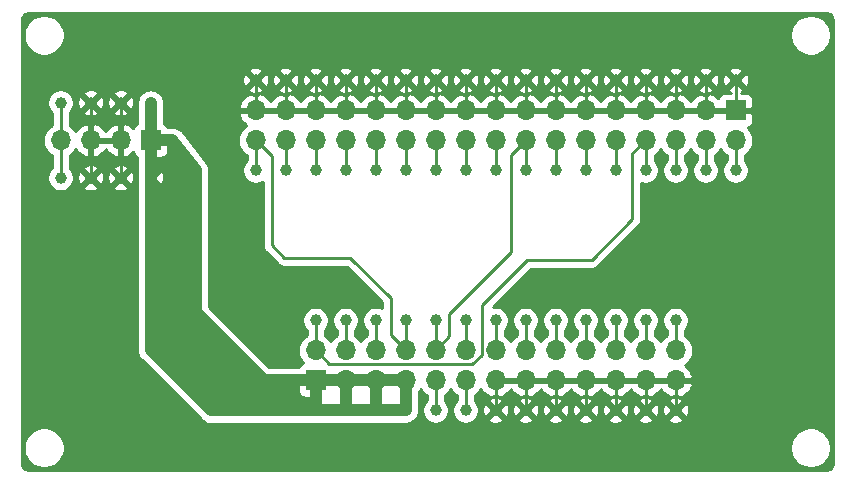
<source format=gbr>
G04 #@! TF.GenerationSoftware,KiCad,Pcbnew,(5.1.2)-2*
G04 #@! TF.CreationDate,2020-12-20T10:42:53+00:00*
G04 #@! TF.ProjectId,Amiga 34-pin to Citizen Slim 26-pin Adapter (Design A),416d6967-6120-4333-942d-70696e20746f,rev?*
G04 #@! TF.SameCoordinates,Original*
G04 #@! TF.FileFunction,Copper,L2,Bot*
G04 #@! TF.FilePolarity,Positive*
%FSLAX46Y46*%
G04 Gerber Fmt 4.6, Leading zero omitted, Abs format (unit mm)*
G04 Created by KiCad (PCBNEW (5.1.2)-2) date 2020-12-20 10:42:53*
%MOMM*%
%LPD*%
G04 APERTURE LIST*
%ADD10C,1.000000*%
%ADD11O,1.700000X1.700000*%
%ADD12R,1.700000X1.700000*%
%ADD13C,0.250000*%
%ADD14C,1.000000*%
%ADD15C,0.254000*%
G04 APERTURE END LIST*
D10*
X137160000Y-118110000D03*
X139700000Y-118110000D03*
X134620000Y-118110000D03*
X132080000Y-118110000D03*
X142240000Y-118110000D03*
X144780000Y-118110000D03*
X147320000Y-118110000D03*
X129540000Y-118110000D03*
X119380000Y-118110000D03*
X116840000Y-118110000D03*
X121920000Y-118110000D03*
X127000000Y-118110000D03*
X124460000Y-118110000D03*
D11*
X147320000Y-113030000D03*
X147320000Y-115570000D03*
X144780000Y-113030000D03*
X144780000Y-115570000D03*
X142240000Y-113030000D03*
X142240000Y-115570000D03*
X139700000Y-113030000D03*
X139700000Y-115570000D03*
X137160000Y-113030000D03*
X137160000Y-115570000D03*
X134620000Y-113030000D03*
X134620000Y-115570000D03*
X132080000Y-113030000D03*
X132080000Y-115570000D03*
X129540000Y-113030000D03*
X129540000Y-115570000D03*
X127000000Y-113030000D03*
X127000000Y-115570000D03*
X124460000Y-113030000D03*
X124460000Y-115570000D03*
X121920000Y-113030000D03*
X121920000Y-115570000D03*
X119380000Y-113030000D03*
X119380000Y-115570000D03*
X116840000Y-113030000D03*
D12*
X116840000Y-115570000D03*
D10*
X111760000Y-90170000D03*
X114300000Y-90170000D03*
X116840000Y-90170000D03*
X119380000Y-90170000D03*
X121920000Y-90170000D03*
X124460000Y-90170000D03*
X127000000Y-90170000D03*
X129540000Y-90170000D03*
X132080000Y-90170000D03*
X134620000Y-90170000D03*
X137160000Y-90170000D03*
X139700000Y-90170000D03*
X142240000Y-90170000D03*
X144780000Y-90170000D03*
X147320000Y-110490000D03*
X144780000Y-110490000D03*
X142240000Y-110490000D03*
X139700000Y-110490000D03*
X137160000Y-110490000D03*
X134620000Y-110490000D03*
X132080000Y-110490000D03*
X129540000Y-110490000D03*
X127000000Y-110490000D03*
X124460000Y-110490000D03*
X121920000Y-110490000D03*
X119380000Y-110490000D03*
X116840000Y-110490000D03*
X102870000Y-98425000D03*
X100330000Y-98425000D03*
X97790000Y-98425000D03*
X95250000Y-98425000D03*
X95250000Y-92075000D03*
X102870000Y-92075000D03*
X100330000Y-92075000D03*
X97790000Y-92075000D03*
X147320000Y-90170000D03*
X149860000Y-90170000D03*
X152400000Y-90170000D03*
X111760000Y-97790000D03*
X114300000Y-97790000D03*
X116840000Y-97790000D03*
X119380000Y-97790000D03*
X121920000Y-97790000D03*
X124460000Y-97790000D03*
X127000000Y-97790000D03*
X129540000Y-97790000D03*
X132080000Y-97790000D03*
X134620000Y-97790000D03*
X137160000Y-97790000D03*
X139700000Y-97790000D03*
X142240000Y-97790000D03*
X144780000Y-97790000D03*
X147320000Y-97790000D03*
X149860000Y-97790000D03*
X152400000Y-97790000D03*
D11*
X111760000Y-95250000D03*
X111760000Y-92710000D03*
X114300000Y-95250000D03*
X114300000Y-92710000D03*
X116840000Y-95250000D03*
X116840000Y-92710000D03*
X119380000Y-95250000D03*
X119380000Y-92710000D03*
X121920000Y-95250000D03*
X121920000Y-92710000D03*
X124460000Y-95250000D03*
X124460000Y-92710000D03*
X127000000Y-95250000D03*
X127000000Y-92710000D03*
X129540000Y-95250000D03*
X129540000Y-92710000D03*
X132080000Y-95250000D03*
X132080000Y-92710000D03*
X134620000Y-95250000D03*
X134620000Y-92710000D03*
X137160000Y-95250000D03*
X137160000Y-92710000D03*
X139700000Y-95250000D03*
X139700000Y-92710000D03*
X142240000Y-95250000D03*
X142240000Y-92710000D03*
X144780000Y-95250000D03*
X144780000Y-92710000D03*
X147320000Y-95250000D03*
X147320000Y-92710000D03*
X149860000Y-95250000D03*
X149860000Y-92710000D03*
X152400000Y-95250000D03*
D12*
X152400000Y-92710000D03*
D11*
X95250000Y-95250000D03*
X97790000Y-95250000D03*
X100330000Y-95250000D03*
D12*
X102870000Y-95250000D03*
D13*
X114300000Y-95250000D02*
X114300000Y-97790000D01*
X147320000Y-113030000D02*
X147320000Y-110490000D01*
X111760000Y-92710000D02*
X111760000Y-90170000D01*
X114300000Y-90170000D02*
X114300000Y-92710000D01*
X116840000Y-90170000D02*
X116840000Y-92710000D01*
X119380000Y-90170000D02*
X119380000Y-92710000D01*
X121920000Y-90170000D02*
X121920000Y-92710000D01*
X124460000Y-90170000D02*
X124460000Y-92710000D01*
X127000000Y-90170000D02*
X127000000Y-92710000D01*
X129540000Y-90170000D02*
X129540000Y-92710000D01*
X132080000Y-90170000D02*
X132080000Y-92710000D01*
X134620000Y-90170000D02*
X134620000Y-92710000D01*
X137160000Y-90170000D02*
X137160000Y-92710000D01*
X139700000Y-90170000D02*
X139700000Y-92710000D01*
X142240000Y-90170000D02*
X142240000Y-92710000D01*
X144780000Y-90170000D02*
X144780000Y-92710000D01*
X147320000Y-90170000D02*
X147320000Y-92710000D01*
X149860000Y-90170000D02*
X149860000Y-92710000D01*
X152400000Y-90170000D02*
X152400000Y-92710000D01*
X134620000Y-115570000D02*
X134620000Y-118110000D01*
X132080000Y-115570000D02*
X132080000Y-118110000D01*
X144780000Y-115570000D02*
X144780000Y-118110000D01*
X137160000Y-115570000D02*
X137160000Y-118110000D01*
X139700000Y-115570000D02*
X139700000Y-118110000D01*
X147320000Y-115570000D02*
X147320000Y-118110000D01*
X142240000Y-115570000D02*
X142240000Y-118110000D01*
X97790000Y-95250000D02*
X97790000Y-98425000D01*
X100330000Y-95250000D02*
X100330000Y-98425000D01*
X97790000Y-95250000D02*
X97790000Y-92075000D01*
X100330000Y-95250000D02*
X100330000Y-92075000D01*
X116840000Y-95250000D02*
X116840000Y-97790000D01*
X144780000Y-113030000D02*
X144780000Y-110490000D01*
X142240000Y-113030000D02*
X142240000Y-110490000D01*
X119380000Y-95250000D02*
X119380000Y-97790000D01*
X139700000Y-113030000D02*
X139700000Y-110490000D01*
X121920000Y-95250000D02*
X121920000Y-97790000D01*
X137160000Y-113030000D02*
X137160000Y-110490000D01*
X124460000Y-95250000D02*
X124460000Y-97790000D01*
X134620000Y-113030000D02*
X134620000Y-110490000D01*
X127000000Y-95250000D02*
X127000000Y-97790000D01*
X132080000Y-113030000D02*
X132080000Y-110490000D01*
X129540000Y-95250000D02*
X129540000Y-97790000D01*
X129540000Y-113030000D02*
X129540000Y-110490000D01*
X132080000Y-95250000D02*
X132080000Y-97790000D01*
X129540000Y-115570000D02*
X129540000Y-118110000D01*
X127000000Y-113030000D02*
X127000000Y-110490000D01*
X134620000Y-95250000D02*
X134620000Y-97790000D01*
X149860000Y-95250000D02*
X149860000Y-97790000D01*
X133654800Y-96215200D02*
X134620000Y-95250000D01*
X133400800Y-96469200D02*
X133654800Y-96215200D01*
X133400800Y-104749600D02*
X133400800Y-96469200D01*
X128168400Y-109982000D02*
X133400800Y-104749600D01*
X127000000Y-113030000D02*
X128168400Y-111861600D01*
X128168400Y-111861600D02*
X128168400Y-109982000D01*
X127000000Y-115570000D02*
X127000000Y-118110000D01*
X111760000Y-95250000D02*
X111760000Y-97790000D01*
X124460000Y-110490000D02*
X124460000Y-113030000D01*
X113131600Y-96621600D02*
X111760000Y-95250000D01*
X123190000Y-111760000D02*
X123190000Y-108610400D01*
X124460000Y-113030000D02*
X123190000Y-111760000D01*
X123190000Y-108610400D02*
X119786400Y-105206800D01*
X119786400Y-105206800D02*
X114198400Y-105206800D01*
X114198400Y-105206800D02*
X113131600Y-104140000D01*
X113131600Y-104140000D02*
X113131600Y-96621600D01*
D14*
X124460000Y-115570000D02*
X116840000Y-115570000D01*
X119380000Y-115570000D02*
X119380000Y-118110000D01*
X121920000Y-115570000D02*
X121920000Y-118110000D01*
X116840000Y-115570000D02*
X116840000Y-118110000D01*
X124460000Y-115570000D02*
X124460000Y-118110000D01*
X116840000Y-118110000D02*
X124460000Y-118110000D01*
X102870000Y-95250000D02*
X102870000Y-97790000D01*
X104720000Y-95250000D02*
X102870000Y-95250000D01*
X106680000Y-97790000D02*
X104720000Y-95250000D01*
X106680000Y-109800000D02*
X106680000Y-97790000D01*
X112450000Y-115570000D02*
X106680000Y-109800000D01*
X102870000Y-92075000D02*
X102870000Y-95250000D01*
X116840000Y-115570000D02*
X112395000Y-115570000D01*
X102870000Y-113030000D02*
X102870000Y-97790000D01*
X116840000Y-118110000D02*
X107950000Y-118110000D01*
X107950000Y-118110000D02*
X102870000Y-113030000D01*
D13*
X121920000Y-113030000D02*
X121920000Y-110490000D01*
X152400000Y-96452081D02*
X152400000Y-95250000D01*
X152400000Y-97790000D02*
X152400000Y-96452081D01*
X119380000Y-113030000D02*
X119380000Y-110490000D01*
X142240000Y-95250000D02*
X142240000Y-97790000D01*
X142240000Y-96452081D02*
X142240000Y-95250000D01*
X142240000Y-96471002D02*
X142240000Y-96452081D01*
X116840000Y-113030000D02*
X116840000Y-110490000D01*
X144780000Y-95250000D02*
X144780000Y-97790000D01*
X143662400Y-96367600D02*
X144322800Y-95707200D01*
X143662400Y-101904800D02*
X143662400Y-96367600D01*
X144322800Y-95707200D02*
X144780000Y-95250000D01*
X140208000Y-105359200D02*
X143662400Y-101904800D01*
X118015001Y-114205001D02*
X130104001Y-114205001D01*
X116840000Y-113030000D02*
X118015001Y-114205001D01*
X130104001Y-114205001D02*
X130904999Y-113404003D01*
X130904999Y-113404003D02*
X130904999Y-109226601D01*
X130904999Y-109226601D02*
X134772400Y-105359200D01*
X134772400Y-105359200D02*
X140208000Y-105359200D01*
X137160000Y-95250000D02*
X137160000Y-97790000D01*
X139700000Y-95250000D02*
X139700000Y-97790000D01*
X147320000Y-95250000D02*
X147320000Y-97790000D01*
X95250000Y-98425000D02*
X95250000Y-95250000D01*
X95250000Y-92075000D02*
X95250000Y-95250000D01*
D15*
G36*
X160137869Y-84494722D02*
G01*
X160251246Y-84528953D01*
X160355819Y-84584555D01*
X160447596Y-84659407D01*
X160523091Y-84750664D01*
X160579419Y-84854844D01*
X160614440Y-84967976D01*
X160630000Y-85116022D01*
X160630001Y-122522711D01*
X160615278Y-122672869D01*
X160581047Y-122786246D01*
X160525446Y-122890817D01*
X160450594Y-122982595D01*
X160359335Y-123058091D01*
X160255160Y-123114419D01*
X160142024Y-123149440D01*
X159993979Y-123165000D01*
X92615279Y-123165000D01*
X92465131Y-123150278D01*
X92351754Y-123116047D01*
X92247183Y-123060446D01*
X92155405Y-122985594D01*
X92079909Y-122894335D01*
X92023581Y-122790160D01*
X91988560Y-122677024D01*
X91973000Y-122528979D01*
X91973000Y-121114117D01*
X92118000Y-121114117D01*
X92118000Y-121455883D01*
X92184675Y-121791081D01*
X92315463Y-122106831D01*
X92505337Y-122390998D01*
X92747002Y-122632663D01*
X93031169Y-122822537D01*
X93346919Y-122953325D01*
X93682117Y-123020000D01*
X94023883Y-123020000D01*
X94359081Y-122953325D01*
X94674831Y-122822537D01*
X94958998Y-122632663D01*
X95200663Y-122390998D01*
X95390537Y-122106831D01*
X95521325Y-121791081D01*
X95588000Y-121455883D01*
X95588000Y-121114117D01*
X157015000Y-121114117D01*
X157015000Y-121455883D01*
X157081675Y-121791081D01*
X157212463Y-122106831D01*
X157402337Y-122390998D01*
X157644002Y-122632663D01*
X157928169Y-122822537D01*
X158243919Y-122953325D01*
X158579117Y-123020000D01*
X158920883Y-123020000D01*
X159256081Y-122953325D01*
X159571831Y-122822537D01*
X159855998Y-122632663D01*
X160097663Y-122390998D01*
X160287537Y-122106831D01*
X160418325Y-121791081D01*
X160485000Y-121455883D01*
X160485000Y-121114117D01*
X160418325Y-120778919D01*
X160287537Y-120463169D01*
X160097663Y-120179002D01*
X159855998Y-119937337D01*
X159571831Y-119747463D01*
X159256081Y-119616675D01*
X158920883Y-119550000D01*
X158579117Y-119550000D01*
X158243919Y-119616675D01*
X157928169Y-119747463D01*
X157644002Y-119937337D01*
X157402337Y-120179002D01*
X157212463Y-120463169D01*
X157081675Y-120778919D01*
X157015000Y-121114117D01*
X95588000Y-121114117D01*
X95521325Y-120778919D01*
X95390537Y-120463169D01*
X95200663Y-120179002D01*
X94958998Y-119937337D01*
X94674831Y-119747463D01*
X94359081Y-119616675D01*
X94023883Y-119550000D01*
X93682117Y-119550000D01*
X93346919Y-119616675D01*
X93031169Y-119747463D01*
X92747002Y-119937337D01*
X92505337Y-120179002D01*
X92315463Y-120463169D01*
X92184675Y-120778919D01*
X92118000Y-121114117D01*
X91973000Y-121114117D01*
X91973000Y-95250000D01*
X93757815Y-95250000D01*
X93786487Y-95541111D01*
X93871401Y-95821034D01*
X94009294Y-96079014D01*
X94194866Y-96305134D01*
X94420986Y-96490706D01*
X94490001Y-96527595D01*
X94490000Y-97579868D01*
X94368388Y-97701480D01*
X94244176Y-97887376D01*
X94158617Y-98093933D01*
X94115000Y-98313212D01*
X94115000Y-98536788D01*
X94158617Y-98756067D01*
X94244176Y-98962624D01*
X94368388Y-99148520D01*
X94526480Y-99306612D01*
X94712376Y-99430824D01*
X94918933Y-99516383D01*
X95138212Y-99560000D01*
X95361788Y-99560000D01*
X95581067Y-99516383D01*
X95787624Y-99430824D01*
X95973520Y-99306612D01*
X96076966Y-99203166D01*
X97191439Y-99203166D01*
X97226550Y-99416588D01*
X97430826Y-99507458D01*
X97648905Y-99556731D01*
X97872406Y-99562511D01*
X98092740Y-99524577D01*
X98301440Y-99444387D01*
X98353450Y-99416588D01*
X98388561Y-99203166D01*
X99731439Y-99203166D01*
X99766550Y-99416588D01*
X99970826Y-99507458D01*
X100188905Y-99556731D01*
X100412406Y-99562511D01*
X100632740Y-99524577D01*
X100841440Y-99444387D01*
X100893450Y-99416588D01*
X100928561Y-99203166D01*
X100330000Y-98604605D01*
X99731439Y-99203166D01*
X98388561Y-99203166D01*
X97790000Y-98604605D01*
X97191439Y-99203166D01*
X96076966Y-99203166D01*
X96131612Y-99148520D01*
X96255824Y-98962624D01*
X96341383Y-98756067D01*
X96385000Y-98536788D01*
X96385000Y-98507406D01*
X96652489Y-98507406D01*
X96690423Y-98727740D01*
X96770613Y-98936440D01*
X96798412Y-98988450D01*
X97011834Y-99023561D01*
X97610395Y-98425000D01*
X97969605Y-98425000D01*
X98568166Y-99023561D01*
X98781588Y-98988450D01*
X98872458Y-98784174D01*
X98921731Y-98566095D01*
X98923248Y-98507406D01*
X99192489Y-98507406D01*
X99230423Y-98727740D01*
X99310613Y-98936440D01*
X99338412Y-98988450D01*
X99551834Y-99023561D01*
X100150395Y-98425000D01*
X100509605Y-98425000D01*
X101108166Y-99023561D01*
X101321588Y-98988450D01*
X101412458Y-98784174D01*
X101461731Y-98566095D01*
X101467511Y-98342594D01*
X101429577Y-98122260D01*
X101349387Y-97913560D01*
X101321588Y-97861550D01*
X101108166Y-97826439D01*
X100509605Y-98425000D01*
X100150395Y-98425000D01*
X99551834Y-97826439D01*
X99338412Y-97861550D01*
X99247542Y-98065826D01*
X99198269Y-98283905D01*
X99192489Y-98507406D01*
X98923248Y-98507406D01*
X98927511Y-98342594D01*
X98889577Y-98122260D01*
X98809387Y-97913560D01*
X98781588Y-97861550D01*
X98568166Y-97826439D01*
X97969605Y-98425000D01*
X97610395Y-98425000D01*
X97011834Y-97826439D01*
X96798412Y-97861550D01*
X96707542Y-98065826D01*
X96658269Y-98283905D01*
X96652489Y-98507406D01*
X96385000Y-98507406D01*
X96385000Y-98313212D01*
X96341383Y-98093933D01*
X96255824Y-97887376D01*
X96131612Y-97701480D01*
X96076966Y-97646834D01*
X97191439Y-97646834D01*
X97790000Y-98245395D01*
X98388561Y-97646834D01*
X99731439Y-97646834D01*
X100330000Y-98245395D01*
X100928561Y-97646834D01*
X100893450Y-97433412D01*
X100689174Y-97342542D01*
X100471095Y-97293269D01*
X100247594Y-97287489D01*
X100027260Y-97325423D01*
X99818560Y-97405613D01*
X99766550Y-97433412D01*
X99731439Y-97646834D01*
X98388561Y-97646834D01*
X98353450Y-97433412D01*
X98149174Y-97342542D01*
X97931095Y-97293269D01*
X97707594Y-97287489D01*
X97487260Y-97325423D01*
X97278560Y-97405613D01*
X97226550Y-97433412D01*
X97191439Y-97646834D01*
X96076966Y-97646834D01*
X96010000Y-97579868D01*
X96010000Y-96527595D01*
X96079014Y-96490706D01*
X96305134Y-96305134D01*
X96490706Y-96079014D01*
X96525201Y-96014477D01*
X96594822Y-96131355D01*
X96789731Y-96347588D01*
X97023080Y-96521641D01*
X97285901Y-96646825D01*
X97433110Y-96691476D01*
X97663000Y-96570155D01*
X97663000Y-95377000D01*
X97917000Y-95377000D01*
X97917000Y-96570155D01*
X98146890Y-96691476D01*
X98294099Y-96646825D01*
X98556920Y-96521641D01*
X98790269Y-96347588D01*
X98985178Y-96131355D01*
X99060000Y-96005745D01*
X99134822Y-96131355D01*
X99329731Y-96347588D01*
X99563080Y-96521641D01*
X99825901Y-96646825D01*
X99973110Y-96691476D01*
X100203000Y-96570155D01*
X100203000Y-95377000D01*
X97917000Y-95377000D01*
X97663000Y-95377000D01*
X97643000Y-95377000D01*
X97643000Y-95123000D01*
X97663000Y-95123000D01*
X97663000Y-93929845D01*
X97917000Y-93929845D01*
X97917000Y-95123000D01*
X100203000Y-95123000D01*
X100203000Y-93929845D01*
X100457000Y-93929845D01*
X100457000Y-95123000D01*
X100477000Y-95123000D01*
X100477000Y-95377000D01*
X100457000Y-95377000D01*
X100457000Y-96570155D01*
X100686890Y-96691476D01*
X100834099Y-96646825D01*
X101096920Y-96521641D01*
X101330269Y-96347588D01*
X101406034Y-96263534D01*
X101430498Y-96344180D01*
X101489463Y-96454494D01*
X101568815Y-96551185D01*
X101665506Y-96630537D01*
X101735001Y-96667683D01*
X101735001Y-98313207D01*
X101735000Y-98313212D01*
X101735000Y-98536788D01*
X101735001Y-98536793D01*
X101735000Y-112974249D01*
X101729509Y-113030000D01*
X101735000Y-113085751D01*
X101751423Y-113252498D01*
X101816324Y-113466446D01*
X101921716Y-113663623D01*
X102063551Y-113836449D01*
X102106865Y-113871996D01*
X107108009Y-118873141D01*
X107143551Y-118916449D01*
X107316377Y-119058284D01*
X107513553Y-119163676D01*
X107727501Y-119228577D01*
X107950000Y-119250491D01*
X108005751Y-119245000D01*
X116784249Y-119245000D01*
X116840000Y-119250491D01*
X116895752Y-119245000D01*
X119324249Y-119245000D01*
X119380000Y-119250491D01*
X119435752Y-119245000D01*
X121864249Y-119245000D01*
X121920000Y-119250491D01*
X121975752Y-119245000D01*
X124404249Y-119245000D01*
X124460000Y-119250491D01*
X124515752Y-119245000D01*
X124571788Y-119245000D01*
X124626747Y-119234068D01*
X124682499Y-119228577D01*
X124736106Y-119212315D01*
X124791067Y-119201383D01*
X124842842Y-119179937D01*
X124896447Y-119163676D01*
X124945851Y-119137269D01*
X124997624Y-119115824D01*
X125044214Y-119084693D01*
X125093623Y-119058284D01*
X125136932Y-119022741D01*
X125183520Y-118991612D01*
X125223141Y-118951991D01*
X125266449Y-118916449D01*
X125301991Y-118873141D01*
X125341612Y-118833520D01*
X125372741Y-118786932D01*
X125408284Y-118743623D01*
X125434693Y-118694214D01*
X125465824Y-118647624D01*
X125487269Y-118595851D01*
X125513676Y-118546447D01*
X125529937Y-118492842D01*
X125551383Y-118441067D01*
X125562315Y-118386106D01*
X125578577Y-118332499D01*
X125584068Y-118276747D01*
X125595000Y-118221788D01*
X125595000Y-118165752D01*
X125600491Y-118110000D01*
X125595000Y-118054248D01*
X125595000Y-116527817D01*
X125700706Y-116399014D01*
X125730000Y-116344209D01*
X125759294Y-116399014D01*
X125944866Y-116625134D01*
X126170986Y-116810706D01*
X126240001Y-116847595D01*
X126240001Y-117264867D01*
X126118388Y-117386480D01*
X125994176Y-117572376D01*
X125908617Y-117778933D01*
X125865000Y-117998212D01*
X125865000Y-118221788D01*
X125908617Y-118441067D01*
X125994176Y-118647624D01*
X126118388Y-118833520D01*
X126276480Y-118991612D01*
X126462376Y-119115824D01*
X126668933Y-119201383D01*
X126888212Y-119245000D01*
X127111788Y-119245000D01*
X127331067Y-119201383D01*
X127537624Y-119115824D01*
X127723520Y-118991612D01*
X127881612Y-118833520D01*
X128005824Y-118647624D01*
X128091383Y-118441067D01*
X128135000Y-118221788D01*
X128135000Y-117998212D01*
X128091383Y-117778933D01*
X128005824Y-117572376D01*
X127881612Y-117386480D01*
X127760000Y-117264868D01*
X127760000Y-116847595D01*
X127829014Y-116810706D01*
X128055134Y-116625134D01*
X128240706Y-116399014D01*
X128270000Y-116344209D01*
X128299294Y-116399014D01*
X128484866Y-116625134D01*
X128710986Y-116810706D01*
X128780001Y-116847595D01*
X128780001Y-117264867D01*
X128658388Y-117386480D01*
X128534176Y-117572376D01*
X128448617Y-117778933D01*
X128405000Y-117998212D01*
X128405000Y-118221788D01*
X128448617Y-118441067D01*
X128534176Y-118647624D01*
X128658388Y-118833520D01*
X128816480Y-118991612D01*
X129002376Y-119115824D01*
X129208933Y-119201383D01*
X129428212Y-119245000D01*
X129651788Y-119245000D01*
X129871067Y-119201383D01*
X130077624Y-119115824D01*
X130263520Y-118991612D01*
X130366966Y-118888166D01*
X131481439Y-118888166D01*
X131516550Y-119101588D01*
X131720826Y-119192458D01*
X131938905Y-119241731D01*
X132162406Y-119247511D01*
X132382740Y-119209577D01*
X132591440Y-119129387D01*
X132643450Y-119101588D01*
X132678561Y-118888166D01*
X134021439Y-118888166D01*
X134056550Y-119101588D01*
X134260826Y-119192458D01*
X134478905Y-119241731D01*
X134702406Y-119247511D01*
X134922740Y-119209577D01*
X135131440Y-119129387D01*
X135183450Y-119101588D01*
X135218561Y-118888166D01*
X136561439Y-118888166D01*
X136596550Y-119101588D01*
X136800826Y-119192458D01*
X137018905Y-119241731D01*
X137242406Y-119247511D01*
X137462740Y-119209577D01*
X137671440Y-119129387D01*
X137723450Y-119101588D01*
X137758561Y-118888166D01*
X139101439Y-118888166D01*
X139136550Y-119101588D01*
X139340826Y-119192458D01*
X139558905Y-119241731D01*
X139782406Y-119247511D01*
X140002740Y-119209577D01*
X140211440Y-119129387D01*
X140263450Y-119101588D01*
X140298561Y-118888166D01*
X141641439Y-118888166D01*
X141676550Y-119101588D01*
X141880826Y-119192458D01*
X142098905Y-119241731D01*
X142322406Y-119247511D01*
X142542740Y-119209577D01*
X142751440Y-119129387D01*
X142803450Y-119101588D01*
X142838561Y-118888166D01*
X144181439Y-118888166D01*
X144216550Y-119101588D01*
X144420826Y-119192458D01*
X144638905Y-119241731D01*
X144862406Y-119247511D01*
X145082740Y-119209577D01*
X145291440Y-119129387D01*
X145343450Y-119101588D01*
X145378561Y-118888166D01*
X146721439Y-118888166D01*
X146756550Y-119101588D01*
X146960826Y-119192458D01*
X147178905Y-119241731D01*
X147402406Y-119247511D01*
X147622740Y-119209577D01*
X147831440Y-119129387D01*
X147883450Y-119101588D01*
X147918561Y-118888166D01*
X147320000Y-118289605D01*
X146721439Y-118888166D01*
X145378561Y-118888166D01*
X144780000Y-118289605D01*
X144181439Y-118888166D01*
X142838561Y-118888166D01*
X142240000Y-118289605D01*
X141641439Y-118888166D01*
X140298561Y-118888166D01*
X139700000Y-118289605D01*
X139101439Y-118888166D01*
X137758561Y-118888166D01*
X137160000Y-118289605D01*
X136561439Y-118888166D01*
X135218561Y-118888166D01*
X134620000Y-118289605D01*
X134021439Y-118888166D01*
X132678561Y-118888166D01*
X132080000Y-118289605D01*
X131481439Y-118888166D01*
X130366966Y-118888166D01*
X130421612Y-118833520D01*
X130545824Y-118647624D01*
X130631383Y-118441067D01*
X130675000Y-118221788D01*
X130675000Y-118192406D01*
X130942489Y-118192406D01*
X130980423Y-118412740D01*
X131060613Y-118621440D01*
X131088412Y-118673450D01*
X131301834Y-118708561D01*
X131900395Y-118110000D01*
X132259605Y-118110000D01*
X132858166Y-118708561D01*
X133071588Y-118673450D01*
X133162458Y-118469174D01*
X133211731Y-118251095D01*
X133213248Y-118192406D01*
X133482489Y-118192406D01*
X133520423Y-118412740D01*
X133600613Y-118621440D01*
X133628412Y-118673450D01*
X133841834Y-118708561D01*
X134440395Y-118110000D01*
X134799605Y-118110000D01*
X135398166Y-118708561D01*
X135611588Y-118673450D01*
X135702458Y-118469174D01*
X135751731Y-118251095D01*
X135753248Y-118192406D01*
X136022489Y-118192406D01*
X136060423Y-118412740D01*
X136140613Y-118621440D01*
X136168412Y-118673450D01*
X136381834Y-118708561D01*
X136980395Y-118110000D01*
X137339605Y-118110000D01*
X137938166Y-118708561D01*
X138151588Y-118673450D01*
X138242458Y-118469174D01*
X138291731Y-118251095D01*
X138293248Y-118192406D01*
X138562489Y-118192406D01*
X138600423Y-118412740D01*
X138680613Y-118621440D01*
X138708412Y-118673450D01*
X138921834Y-118708561D01*
X139520395Y-118110000D01*
X139879605Y-118110000D01*
X140478166Y-118708561D01*
X140691588Y-118673450D01*
X140782458Y-118469174D01*
X140831731Y-118251095D01*
X140833248Y-118192406D01*
X141102489Y-118192406D01*
X141140423Y-118412740D01*
X141220613Y-118621440D01*
X141248412Y-118673450D01*
X141461834Y-118708561D01*
X142060395Y-118110000D01*
X142419605Y-118110000D01*
X143018166Y-118708561D01*
X143231588Y-118673450D01*
X143322458Y-118469174D01*
X143371731Y-118251095D01*
X143373248Y-118192406D01*
X143642489Y-118192406D01*
X143680423Y-118412740D01*
X143760613Y-118621440D01*
X143788412Y-118673450D01*
X144001834Y-118708561D01*
X144600395Y-118110000D01*
X144959605Y-118110000D01*
X145558166Y-118708561D01*
X145771588Y-118673450D01*
X145862458Y-118469174D01*
X145911731Y-118251095D01*
X145913248Y-118192406D01*
X146182489Y-118192406D01*
X146220423Y-118412740D01*
X146300613Y-118621440D01*
X146328412Y-118673450D01*
X146541834Y-118708561D01*
X147140395Y-118110000D01*
X147499605Y-118110000D01*
X148098166Y-118708561D01*
X148311588Y-118673450D01*
X148402458Y-118469174D01*
X148451731Y-118251095D01*
X148457511Y-118027594D01*
X148419577Y-117807260D01*
X148339387Y-117598560D01*
X148311588Y-117546550D01*
X148098166Y-117511439D01*
X147499605Y-118110000D01*
X147140395Y-118110000D01*
X146541834Y-117511439D01*
X146328412Y-117546550D01*
X146237542Y-117750826D01*
X146188269Y-117968905D01*
X146182489Y-118192406D01*
X145913248Y-118192406D01*
X145917511Y-118027594D01*
X145879577Y-117807260D01*
X145799387Y-117598560D01*
X145771588Y-117546550D01*
X145558166Y-117511439D01*
X144959605Y-118110000D01*
X144600395Y-118110000D01*
X144001834Y-117511439D01*
X143788412Y-117546550D01*
X143697542Y-117750826D01*
X143648269Y-117968905D01*
X143642489Y-118192406D01*
X143373248Y-118192406D01*
X143377511Y-118027594D01*
X143339577Y-117807260D01*
X143259387Y-117598560D01*
X143231588Y-117546550D01*
X143018166Y-117511439D01*
X142419605Y-118110000D01*
X142060395Y-118110000D01*
X141461834Y-117511439D01*
X141248412Y-117546550D01*
X141157542Y-117750826D01*
X141108269Y-117968905D01*
X141102489Y-118192406D01*
X140833248Y-118192406D01*
X140837511Y-118027594D01*
X140799577Y-117807260D01*
X140719387Y-117598560D01*
X140691588Y-117546550D01*
X140478166Y-117511439D01*
X139879605Y-118110000D01*
X139520395Y-118110000D01*
X138921834Y-117511439D01*
X138708412Y-117546550D01*
X138617542Y-117750826D01*
X138568269Y-117968905D01*
X138562489Y-118192406D01*
X138293248Y-118192406D01*
X138297511Y-118027594D01*
X138259577Y-117807260D01*
X138179387Y-117598560D01*
X138151588Y-117546550D01*
X137938166Y-117511439D01*
X137339605Y-118110000D01*
X136980395Y-118110000D01*
X136381834Y-117511439D01*
X136168412Y-117546550D01*
X136077542Y-117750826D01*
X136028269Y-117968905D01*
X136022489Y-118192406D01*
X135753248Y-118192406D01*
X135757511Y-118027594D01*
X135719577Y-117807260D01*
X135639387Y-117598560D01*
X135611588Y-117546550D01*
X135398166Y-117511439D01*
X134799605Y-118110000D01*
X134440395Y-118110000D01*
X133841834Y-117511439D01*
X133628412Y-117546550D01*
X133537542Y-117750826D01*
X133488269Y-117968905D01*
X133482489Y-118192406D01*
X133213248Y-118192406D01*
X133217511Y-118027594D01*
X133179577Y-117807260D01*
X133099387Y-117598560D01*
X133071588Y-117546550D01*
X132858166Y-117511439D01*
X132259605Y-118110000D01*
X131900395Y-118110000D01*
X131301834Y-117511439D01*
X131088412Y-117546550D01*
X130997542Y-117750826D01*
X130948269Y-117968905D01*
X130942489Y-118192406D01*
X130675000Y-118192406D01*
X130675000Y-117998212D01*
X130631383Y-117778933D01*
X130545824Y-117572376D01*
X130421612Y-117386480D01*
X130300000Y-117264868D01*
X130300000Y-116847595D01*
X130369014Y-116810706D01*
X130595134Y-116625134D01*
X130780706Y-116399014D01*
X130815201Y-116334477D01*
X130884822Y-116451355D01*
X131079731Y-116667588D01*
X131313080Y-116841641D01*
X131575901Y-116966825D01*
X131723110Y-117011476D01*
X131952998Y-116890156D01*
X131952998Y-116980167D01*
X131777260Y-117010423D01*
X131568560Y-117090613D01*
X131516550Y-117118412D01*
X131481439Y-117331834D01*
X132080000Y-117930395D01*
X132678561Y-117331834D01*
X132643450Y-117118412D01*
X132439174Y-117027542D01*
X132221095Y-116978269D01*
X132207002Y-116977905D01*
X132207002Y-116890156D01*
X132436890Y-117011476D01*
X132584099Y-116966825D01*
X132846920Y-116841641D01*
X133080269Y-116667588D01*
X133275178Y-116451355D01*
X133350000Y-116325745D01*
X133424822Y-116451355D01*
X133619731Y-116667588D01*
X133853080Y-116841641D01*
X134115901Y-116966825D01*
X134263110Y-117011476D01*
X134492998Y-116890156D01*
X134492998Y-116980167D01*
X134317260Y-117010423D01*
X134108560Y-117090613D01*
X134056550Y-117118412D01*
X134021439Y-117331834D01*
X134620000Y-117930395D01*
X135218561Y-117331834D01*
X135183450Y-117118412D01*
X134979174Y-117027542D01*
X134761095Y-116978269D01*
X134747002Y-116977905D01*
X134747002Y-116890156D01*
X134976890Y-117011476D01*
X135124099Y-116966825D01*
X135386920Y-116841641D01*
X135620269Y-116667588D01*
X135815178Y-116451355D01*
X135890000Y-116325745D01*
X135964822Y-116451355D01*
X136159731Y-116667588D01*
X136393080Y-116841641D01*
X136655901Y-116966825D01*
X136803110Y-117011476D01*
X137032998Y-116890156D01*
X137032998Y-116980167D01*
X136857260Y-117010423D01*
X136648560Y-117090613D01*
X136596550Y-117118412D01*
X136561439Y-117331834D01*
X137160000Y-117930395D01*
X137758561Y-117331834D01*
X137723450Y-117118412D01*
X137519174Y-117027542D01*
X137301095Y-116978269D01*
X137287002Y-116977905D01*
X137287002Y-116890156D01*
X137516890Y-117011476D01*
X137664099Y-116966825D01*
X137926920Y-116841641D01*
X138160269Y-116667588D01*
X138355178Y-116451355D01*
X138430000Y-116325745D01*
X138504822Y-116451355D01*
X138699731Y-116667588D01*
X138933080Y-116841641D01*
X139195901Y-116966825D01*
X139343110Y-117011476D01*
X139572998Y-116890156D01*
X139572998Y-116980167D01*
X139397260Y-117010423D01*
X139188560Y-117090613D01*
X139136550Y-117118412D01*
X139101439Y-117331834D01*
X139700000Y-117930395D01*
X140298561Y-117331834D01*
X140263450Y-117118412D01*
X140059174Y-117027542D01*
X139841095Y-116978269D01*
X139827002Y-116977905D01*
X139827002Y-116890156D01*
X140056890Y-117011476D01*
X140204099Y-116966825D01*
X140466920Y-116841641D01*
X140700269Y-116667588D01*
X140895178Y-116451355D01*
X140970000Y-116325745D01*
X141044822Y-116451355D01*
X141239731Y-116667588D01*
X141473080Y-116841641D01*
X141735901Y-116966825D01*
X141883110Y-117011476D01*
X142112998Y-116890156D01*
X142112998Y-116980167D01*
X141937260Y-117010423D01*
X141728560Y-117090613D01*
X141676550Y-117118412D01*
X141641439Y-117331834D01*
X142240000Y-117930395D01*
X142838561Y-117331834D01*
X142803450Y-117118412D01*
X142599174Y-117027542D01*
X142381095Y-116978269D01*
X142367002Y-116977905D01*
X142367002Y-116890156D01*
X142596890Y-117011476D01*
X142744099Y-116966825D01*
X143006920Y-116841641D01*
X143240269Y-116667588D01*
X143435178Y-116451355D01*
X143510000Y-116325745D01*
X143584822Y-116451355D01*
X143779731Y-116667588D01*
X144013080Y-116841641D01*
X144275901Y-116966825D01*
X144423110Y-117011476D01*
X144652998Y-116890156D01*
X144652998Y-116980167D01*
X144477260Y-117010423D01*
X144268560Y-117090613D01*
X144216550Y-117118412D01*
X144181439Y-117331834D01*
X144780000Y-117930395D01*
X145378561Y-117331834D01*
X145343450Y-117118412D01*
X145139174Y-117027542D01*
X144921095Y-116978269D01*
X144907002Y-116977905D01*
X144907002Y-116890156D01*
X145136890Y-117011476D01*
X145284099Y-116966825D01*
X145546920Y-116841641D01*
X145780269Y-116667588D01*
X145975178Y-116451355D01*
X146050000Y-116325745D01*
X146124822Y-116451355D01*
X146319731Y-116667588D01*
X146553080Y-116841641D01*
X146815901Y-116966825D01*
X146963110Y-117011476D01*
X147192998Y-116890156D01*
X147192998Y-116980167D01*
X147017260Y-117010423D01*
X146808560Y-117090613D01*
X146756550Y-117118412D01*
X146721439Y-117331834D01*
X147320000Y-117930395D01*
X147918561Y-117331834D01*
X147883450Y-117118412D01*
X147679174Y-117027542D01*
X147461095Y-116978269D01*
X147447002Y-116977905D01*
X147447002Y-116890156D01*
X147676890Y-117011476D01*
X147824099Y-116966825D01*
X148086920Y-116841641D01*
X148320269Y-116667588D01*
X148515178Y-116451355D01*
X148664157Y-116201252D01*
X148761481Y-115926891D01*
X148640814Y-115697000D01*
X147447000Y-115697000D01*
X147447000Y-115717000D01*
X147193000Y-115717000D01*
X147193000Y-115697000D01*
X144907000Y-115697000D01*
X144907000Y-115717000D01*
X144653000Y-115717000D01*
X144653000Y-115697000D01*
X142367000Y-115697000D01*
X142367000Y-115717000D01*
X142113000Y-115717000D01*
X142113000Y-115697000D01*
X139827000Y-115697000D01*
X139827000Y-115717000D01*
X139573000Y-115717000D01*
X139573000Y-115697000D01*
X137287000Y-115697000D01*
X137287000Y-115717000D01*
X137033000Y-115717000D01*
X137033000Y-115697000D01*
X134747000Y-115697000D01*
X134747000Y-115717000D01*
X134493000Y-115717000D01*
X134493000Y-115697000D01*
X132207000Y-115697000D01*
X132207000Y-115717000D01*
X131953000Y-115717000D01*
X131953000Y-115697000D01*
X131933000Y-115697000D01*
X131933000Y-115443000D01*
X131953000Y-115443000D01*
X131953000Y-115423000D01*
X132207000Y-115423000D01*
X132207000Y-115443000D01*
X134493000Y-115443000D01*
X134493000Y-115423000D01*
X134747000Y-115423000D01*
X134747000Y-115443000D01*
X137033000Y-115443000D01*
X137033000Y-115423000D01*
X137287000Y-115423000D01*
X137287000Y-115443000D01*
X139573000Y-115443000D01*
X139573000Y-115423000D01*
X139827000Y-115423000D01*
X139827000Y-115443000D01*
X142113000Y-115443000D01*
X142113000Y-115423000D01*
X142367000Y-115423000D01*
X142367000Y-115443000D01*
X144653000Y-115443000D01*
X144653000Y-115423000D01*
X144907000Y-115423000D01*
X144907000Y-115443000D01*
X147193000Y-115443000D01*
X147193000Y-115423000D01*
X147447000Y-115423000D01*
X147447000Y-115443000D01*
X148640814Y-115443000D01*
X148761481Y-115213109D01*
X148664157Y-114938748D01*
X148515178Y-114688645D01*
X148320269Y-114472412D01*
X148091244Y-114301584D01*
X148149014Y-114270706D01*
X148375134Y-114085134D01*
X148560706Y-113859014D01*
X148698599Y-113601034D01*
X148783513Y-113321111D01*
X148812185Y-113030000D01*
X148783513Y-112738889D01*
X148698599Y-112458966D01*
X148560706Y-112200986D01*
X148375134Y-111974866D01*
X148149014Y-111789294D01*
X148080000Y-111752405D01*
X148080000Y-111335132D01*
X148201612Y-111213520D01*
X148325824Y-111027624D01*
X148411383Y-110821067D01*
X148455000Y-110601788D01*
X148455000Y-110378212D01*
X148411383Y-110158933D01*
X148325824Y-109952376D01*
X148201612Y-109766480D01*
X148043520Y-109608388D01*
X147857624Y-109484176D01*
X147651067Y-109398617D01*
X147431788Y-109355000D01*
X147208212Y-109355000D01*
X146988933Y-109398617D01*
X146782376Y-109484176D01*
X146596480Y-109608388D01*
X146438388Y-109766480D01*
X146314176Y-109952376D01*
X146228617Y-110158933D01*
X146185000Y-110378212D01*
X146185000Y-110601788D01*
X146228617Y-110821067D01*
X146314176Y-111027624D01*
X146438388Y-111213520D01*
X146560001Y-111335133D01*
X146560001Y-111752405D01*
X146490986Y-111789294D01*
X146264866Y-111974866D01*
X146079294Y-112200986D01*
X146050000Y-112255791D01*
X146020706Y-112200986D01*
X145835134Y-111974866D01*
X145609014Y-111789294D01*
X145540000Y-111752405D01*
X145540000Y-111335132D01*
X145661612Y-111213520D01*
X145785824Y-111027624D01*
X145871383Y-110821067D01*
X145915000Y-110601788D01*
X145915000Y-110378212D01*
X145871383Y-110158933D01*
X145785824Y-109952376D01*
X145661612Y-109766480D01*
X145503520Y-109608388D01*
X145317624Y-109484176D01*
X145111067Y-109398617D01*
X144891788Y-109355000D01*
X144668212Y-109355000D01*
X144448933Y-109398617D01*
X144242376Y-109484176D01*
X144056480Y-109608388D01*
X143898388Y-109766480D01*
X143774176Y-109952376D01*
X143688617Y-110158933D01*
X143645000Y-110378212D01*
X143645000Y-110601788D01*
X143688617Y-110821067D01*
X143774176Y-111027624D01*
X143898388Y-111213520D01*
X144020001Y-111335133D01*
X144020001Y-111752405D01*
X143950986Y-111789294D01*
X143724866Y-111974866D01*
X143539294Y-112200986D01*
X143510000Y-112255791D01*
X143480706Y-112200986D01*
X143295134Y-111974866D01*
X143069014Y-111789294D01*
X143000000Y-111752405D01*
X143000000Y-111335132D01*
X143121612Y-111213520D01*
X143245824Y-111027624D01*
X143331383Y-110821067D01*
X143375000Y-110601788D01*
X143375000Y-110378212D01*
X143331383Y-110158933D01*
X143245824Y-109952376D01*
X143121612Y-109766480D01*
X142963520Y-109608388D01*
X142777624Y-109484176D01*
X142571067Y-109398617D01*
X142351788Y-109355000D01*
X142128212Y-109355000D01*
X141908933Y-109398617D01*
X141702376Y-109484176D01*
X141516480Y-109608388D01*
X141358388Y-109766480D01*
X141234176Y-109952376D01*
X141148617Y-110158933D01*
X141105000Y-110378212D01*
X141105000Y-110601788D01*
X141148617Y-110821067D01*
X141234176Y-111027624D01*
X141358388Y-111213520D01*
X141480001Y-111335133D01*
X141480001Y-111752405D01*
X141410986Y-111789294D01*
X141184866Y-111974866D01*
X140999294Y-112200986D01*
X140970000Y-112255791D01*
X140940706Y-112200986D01*
X140755134Y-111974866D01*
X140529014Y-111789294D01*
X140460000Y-111752405D01*
X140460000Y-111335132D01*
X140581612Y-111213520D01*
X140705824Y-111027624D01*
X140791383Y-110821067D01*
X140835000Y-110601788D01*
X140835000Y-110378212D01*
X140791383Y-110158933D01*
X140705824Y-109952376D01*
X140581612Y-109766480D01*
X140423520Y-109608388D01*
X140237624Y-109484176D01*
X140031067Y-109398617D01*
X139811788Y-109355000D01*
X139588212Y-109355000D01*
X139368933Y-109398617D01*
X139162376Y-109484176D01*
X138976480Y-109608388D01*
X138818388Y-109766480D01*
X138694176Y-109952376D01*
X138608617Y-110158933D01*
X138565000Y-110378212D01*
X138565000Y-110601788D01*
X138608617Y-110821067D01*
X138694176Y-111027624D01*
X138818388Y-111213520D01*
X138940001Y-111335133D01*
X138940001Y-111752405D01*
X138870986Y-111789294D01*
X138644866Y-111974866D01*
X138459294Y-112200986D01*
X138430000Y-112255791D01*
X138400706Y-112200986D01*
X138215134Y-111974866D01*
X137989014Y-111789294D01*
X137920000Y-111752405D01*
X137920000Y-111335132D01*
X138041612Y-111213520D01*
X138165824Y-111027624D01*
X138251383Y-110821067D01*
X138295000Y-110601788D01*
X138295000Y-110378212D01*
X138251383Y-110158933D01*
X138165824Y-109952376D01*
X138041612Y-109766480D01*
X137883520Y-109608388D01*
X137697624Y-109484176D01*
X137491067Y-109398617D01*
X137271788Y-109355000D01*
X137048212Y-109355000D01*
X136828933Y-109398617D01*
X136622376Y-109484176D01*
X136436480Y-109608388D01*
X136278388Y-109766480D01*
X136154176Y-109952376D01*
X136068617Y-110158933D01*
X136025000Y-110378212D01*
X136025000Y-110601788D01*
X136068617Y-110821067D01*
X136154176Y-111027624D01*
X136278388Y-111213520D01*
X136400001Y-111335133D01*
X136400001Y-111752405D01*
X136330986Y-111789294D01*
X136104866Y-111974866D01*
X135919294Y-112200986D01*
X135890000Y-112255791D01*
X135860706Y-112200986D01*
X135675134Y-111974866D01*
X135449014Y-111789294D01*
X135380000Y-111752405D01*
X135380000Y-111335132D01*
X135501612Y-111213520D01*
X135625824Y-111027624D01*
X135711383Y-110821067D01*
X135755000Y-110601788D01*
X135755000Y-110378212D01*
X135711383Y-110158933D01*
X135625824Y-109952376D01*
X135501612Y-109766480D01*
X135343520Y-109608388D01*
X135157624Y-109484176D01*
X134951067Y-109398617D01*
X134731788Y-109355000D01*
X134508212Y-109355000D01*
X134288933Y-109398617D01*
X134082376Y-109484176D01*
X133896480Y-109608388D01*
X133738388Y-109766480D01*
X133614176Y-109952376D01*
X133528617Y-110158933D01*
X133485000Y-110378212D01*
X133485000Y-110601788D01*
X133528617Y-110821067D01*
X133614176Y-111027624D01*
X133738388Y-111213520D01*
X133860001Y-111335133D01*
X133860001Y-111752405D01*
X133790986Y-111789294D01*
X133564866Y-111974866D01*
X133379294Y-112200986D01*
X133350000Y-112255791D01*
X133320706Y-112200986D01*
X133135134Y-111974866D01*
X132909014Y-111789294D01*
X132840000Y-111752405D01*
X132840000Y-111335132D01*
X132961612Y-111213520D01*
X133085824Y-111027624D01*
X133171383Y-110821067D01*
X133215000Y-110601788D01*
X133215000Y-110378212D01*
X133171383Y-110158933D01*
X133085824Y-109952376D01*
X132961612Y-109766480D01*
X132803520Y-109608388D01*
X132617624Y-109484176D01*
X132411067Y-109398617D01*
X132191788Y-109355000D01*
X131968212Y-109355000D01*
X131822397Y-109384004D01*
X135087202Y-106119200D01*
X140170678Y-106119200D01*
X140208000Y-106122876D01*
X140245322Y-106119200D01*
X140245333Y-106119200D01*
X140356986Y-106108203D01*
X140500247Y-106064746D01*
X140632276Y-105994174D01*
X140748001Y-105899201D01*
X140771804Y-105870197D01*
X144173404Y-102468598D01*
X144202401Y-102444801D01*
X144297374Y-102329076D01*
X144367946Y-102197047D01*
X144411403Y-102053786D01*
X144422400Y-101942133D01*
X144422400Y-101942124D01*
X144426076Y-101904801D01*
X144422400Y-101867478D01*
X144422400Y-98870393D01*
X144448933Y-98881383D01*
X144668212Y-98925000D01*
X144891788Y-98925000D01*
X145111067Y-98881383D01*
X145317624Y-98795824D01*
X145503520Y-98671612D01*
X145661612Y-98513520D01*
X145785824Y-98327624D01*
X145871383Y-98121067D01*
X145915000Y-97901788D01*
X145915000Y-97678212D01*
X145871383Y-97458933D01*
X145785824Y-97252376D01*
X145661612Y-97066480D01*
X145540000Y-96944868D01*
X145540000Y-96527595D01*
X145609014Y-96490706D01*
X145835134Y-96305134D01*
X146020706Y-96079014D01*
X146050000Y-96024209D01*
X146079294Y-96079014D01*
X146264866Y-96305134D01*
X146490986Y-96490706D01*
X146560001Y-96527595D01*
X146560001Y-96944867D01*
X146438388Y-97066480D01*
X146314176Y-97252376D01*
X146228617Y-97458933D01*
X146185000Y-97678212D01*
X146185000Y-97901788D01*
X146228617Y-98121067D01*
X146314176Y-98327624D01*
X146438388Y-98513520D01*
X146596480Y-98671612D01*
X146782376Y-98795824D01*
X146988933Y-98881383D01*
X147208212Y-98925000D01*
X147431788Y-98925000D01*
X147651067Y-98881383D01*
X147857624Y-98795824D01*
X148043520Y-98671612D01*
X148201612Y-98513520D01*
X148325824Y-98327624D01*
X148411383Y-98121067D01*
X148455000Y-97901788D01*
X148455000Y-97678212D01*
X148411383Y-97458933D01*
X148325824Y-97252376D01*
X148201612Y-97066480D01*
X148080000Y-96944868D01*
X148080000Y-96527595D01*
X148149014Y-96490706D01*
X148375134Y-96305134D01*
X148560706Y-96079014D01*
X148590000Y-96024209D01*
X148619294Y-96079014D01*
X148804866Y-96305134D01*
X149030986Y-96490706D01*
X149100001Y-96527595D01*
X149100001Y-96944867D01*
X148978388Y-97066480D01*
X148854176Y-97252376D01*
X148768617Y-97458933D01*
X148725000Y-97678212D01*
X148725000Y-97901788D01*
X148768617Y-98121067D01*
X148854176Y-98327624D01*
X148978388Y-98513520D01*
X149136480Y-98671612D01*
X149322376Y-98795824D01*
X149528933Y-98881383D01*
X149748212Y-98925000D01*
X149971788Y-98925000D01*
X150191067Y-98881383D01*
X150397624Y-98795824D01*
X150583520Y-98671612D01*
X150741612Y-98513520D01*
X150865824Y-98327624D01*
X150951383Y-98121067D01*
X150995000Y-97901788D01*
X150995000Y-97678212D01*
X150951383Y-97458933D01*
X150865824Y-97252376D01*
X150741612Y-97066480D01*
X150620000Y-96944868D01*
X150620000Y-96527595D01*
X150689014Y-96490706D01*
X150915134Y-96305134D01*
X151100706Y-96079014D01*
X151130000Y-96024209D01*
X151159294Y-96079014D01*
X151344866Y-96305134D01*
X151570986Y-96490706D01*
X151640001Y-96527595D01*
X151640001Y-96944867D01*
X151518388Y-97066480D01*
X151394176Y-97252376D01*
X151308617Y-97458933D01*
X151265000Y-97678212D01*
X151265000Y-97901788D01*
X151308617Y-98121067D01*
X151394176Y-98327624D01*
X151518388Y-98513520D01*
X151676480Y-98671612D01*
X151862376Y-98795824D01*
X152068933Y-98881383D01*
X152288212Y-98925000D01*
X152511788Y-98925000D01*
X152731067Y-98881383D01*
X152937624Y-98795824D01*
X153123520Y-98671612D01*
X153281612Y-98513520D01*
X153405824Y-98327624D01*
X153491383Y-98121067D01*
X153535000Y-97901788D01*
X153535000Y-97678212D01*
X153491383Y-97458933D01*
X153405824Y-97252376D01*
X153281612Y-97066480D01*
X153160000Y-96944868D01*
X153160000Y-96527595D01*
X153229014Y-96490706D01*
X153455134Y-96305134D01*
X153640706Y-96079014D01*
X153778599Y-95821034D01*
X153863513Y-95541111D01*
X153892185Y-95250000D01*
X153863513Y-94958889D01*
X153778599Y-94678966D01*
X153640706Y-94420986D01*
X153455134Y-94194866D01*
X153425313Y-94170393D01*
X153494180Y-94149502D01*
X153604494Y-94090537D01*
X153701185Y-94011185D01*
X153780537Y-93914494D01*
X153839502Y-93804180D01*
X153875812Y-93684482D01*
X153888072Y-93560000D01*
X153885000Y-92995750D01*
X153726250Y-92837000D01*
X152527000Y-92837000D01*
X152527000Y-92857000D01*
X152273000Y-92857000D01*
X152273000Y-92837000D01*
X149987000Y-92837000D01*
X149987000Y-92857000D01*
X149733000Y-92857000D01*
X149733000Y-92837000D01*
X147447000Y-92837000D01*
X147447000Y-92857000D01*
X147193000Y-92857000D01*
X147193000Y-92837000D01*
X144907000Y-92837000D01*
X144907000Y-92857000D01*
X144653000Y-92857000D01*
X144653000Y-92837000D01*
X142367000Y-92837000D01*
X142367000Y-92857000D01*
X142113000Y-92857000D01*
X142113000Y-92837000D01*
X139827000Y-92837000D01*
X139827000Y-92857000D01*
X139573000Y-92857000D01*
X139573000Y-92837000D01*
X137287000Y-92837000D01*
X137287000Y-92857000D01*
X137033000Y-92857000D01*
X137033000Y-92837000D01*
X134747000Y-92837000D01*
X134747000Y-92857000D01*
X134493000Y-92857000D01*
X134493000Y-92837000D01*
X132207000Y-92837000D01*
X132207000Y-92857000D01*
X131953000Y-92857000D01*
X131953000Y-92837000D01*
X129667000Y-92837000D01*
X129667000Y-92857000D01*
X129413000Y-92857000D01*
X129413000Y-92837000D01*
X127127000Y-92837000D01*
X127127000Y-92857000D01*
X126873000Y-92857000D01*
X126873000Y-92837000D01*
X124587000Y-92837000D01*
X124587000Y-92857000D01*
X124333000Y-92857000D01*
X124333000Y-92837000D01*
X122047000Y-92837000D01*
X122047000Y-92857000D01*
X121793000Y-92857000D01*
X121793000Y-92837000D01*
X119507000Y-92837000D01*
X119507000Y-92857000D01*
X119253000Y-92857000D01*
X119253000Y-92837000D01*
X116967000Y-92837000D01*
X116967000Y-92857000D01*
X116713000Y-92857000D01*
X116713000Y-92837000D01*
X114427000Y-92837000D01*
X114427000Y-92857000D01*
X114173000Y-92857000D01*
X114173000Y-92837000D01*
X111887000Y-92837000D01*
X111887000Y-92857000D01*
X111633000Y-92857000D01*
X111633000Y-92837000D01*
X110439186Y-92837000D01*
X110318519Y-93066891D01*
X110415843Y-93341252D01*
X110564822Y-93591355D01*
X110759731Y-93807588D01*
X110988756Y-93978416D01*
X110930986Y-94009294D01*
X110704866Y-94194866D01*
X110519294Y-94420986D01*
X110381401Y-94678966D01*
X110296487Y-94958889D01*
X110267815Y-95250000D01*
X110296487Y-95541111D01*
X110381401Y-95821034D01*
X110519294Y-96079014D01*
X110704866Y-96305134D01*
X110930986Y-96490706D01*
X111000001Y-96527595D01*
X111000001Y-96944867D01*
X110878388Y-97066480D01*
X110754176Y-97252376D01*
X110668617Y-97458933D01*
X110625000Y-97678212D01*
X110625000Y-97901788D01*
X110668617Y-98121067D01*
X110754176Y-98327624D01*
X110878388Y-98513520D01*
X111036480Y-98671612D01*
X111222376Y-98795824D01*
X111428933Y-98881383D01*
X111648212Y-98925000D01*
X111871788Y-98925000D01*
X112091067Y-98881383D01*
X112297624Y-98795824D01*
X112371601Y-98746394D01*
X112371600Y-104102678D01*
X112367924Y-104140000D01*
X112371600Y-104177322D01*
X112371600Y-104177332D01*
X112382597Y-104288985D01*
X112426054Y-104432246D01*
X112496626Y-104564276D01*
X112522271Y-104595524D01*
X112591599Y-104680001D01*
X112620602Y-104703804D01*
X113634600Y-105717802D01*
X113658399Y-105746801D01*
X113687397Y-105770599D01*
X113774123Y-105841774D01*
X113827310Y-105870203D01*
X113906153Y-105912346D01*
X114049414Y-105955803D01*
X114161067Y-105966800D01*
X114161076Y-105966800D01*
X114198399Y-105970476D01*
X114235722Y-105966800D01*
X119471599Y-105966800D01*
X122430001Y-108925203D01*
X122430001Y-109472734D01*
X122251067Y-109398617D01*
X122031788Y-109355000D01*
X121808212Y-109355000D01*
X121588933Y-109398617D01*
X121382376Y-109484176D01*
X121196480Y-109608388D01*
X121038388Y-109766480D01*
X120914176Y-109952376D01*
X120828617Y-110158933D01*
X120785000Y-110378212D01*
X120785000Y-110601788D01*
X120828617Y-110821067D01*
X120914176Y-111027624D01*
X121038388Y-111213520D01*
X121160001Y-111335133D01*
X121160001Y-111752405D01*
X121090986Y-111789294D01*
X120864866Y-111974866D01*
X120679294Y-112200986D01*
X120650000Y-112255791D01*
X120620706Y-112200986D01*
X120435134Y-111974866D01*
X120209014Y-111789294D01*
X120140000Y-111752405D01*
X120140000Y-111335132D01*
X120261612Y-111213520D01*
X120385824Y-111027624D01*
X120471383Y-110821067D01*
X120515000Y-110601788D01*
X120515000Y-110378212D01*
X120471383Y-110158933D01*
X120385824Y-109952376D01*
X120261612Y-109766480D01*
X120103520Y-109608388D01*
X119917624Y-109484176D01*
X119711067Y-109398617D01*
X119491788Y-109355000D01*
X119268212Y-109355000D01*
X119048933Y-109398617D01*
X118842376Y-109484176D01*
X118656480Y-109608388D01*
X118498388Y-109766480D01*
X118374176Y-109952376D01*
X118288617Y-110158933D01*
X118245000Y-110378212D01*
X118245000Y-110601788D01*
X118288617Y-110821067D01*
X118374176Y-111027624D01*
X118498388Y-111213520D01*
X118620001Y-111335133D01*
X118620001Y-111752405D01*
X118550986Y-111789294D01*
X118324866Y-111974866D01*
X118139294Y-112200986D01*
X118110000Y-112255791D01*
X118080706Y-112200986D01*
X117895134Y-111974866D01*
X117669014Y-111789294D01*
X117600000Y-111752405D01*
X117600000Y-111335132D01*
X117721612Y-111213520D01*
X117845824Y-111027624D01*
X117931383Y-110821067D01*
X117975000Y-110601788D01*
X117975000Y-110378212D01*
X117931383Y-110158933D01*
X117845824Y-109952376D01*
X117721612Y-109766480D01*
X117563520Y-109608388D01*
X117377624Y-109484176D01*
X117171067Y-109398617D01*
X116951788Y-109355000D01*
X116728212Y-109355000D01*
X116508933Y-109398617D01*
X116302376Y-109484176D01*
X116116480Y-109608388D01*
X115958388Y-109766480D01*
X115834176Y-109952376D01*
X115748617Y-110158933D01*
X115705000Y-110378212D01*
X115705000Y-110601788D01*
X115748617Y-110821067D01*
X115834176Y-111027624D01*
X115958388Y-111213520D01*
X116080001Y-111335133D01*
X116080001Y-111752405D01*
X116010986Y-111789294D01*
X115784866Y-111974866D01*
X115599294Y-112200986D01*
X115461401Y-112458966D01*
X115376487Y-112738889D01*
X115347815Y-113030000D01*
X115376487Y-113321111D01*
X115461401Y-113601034D01*
X115599294Y-113859014D01*
X115784866Y-114085134D01*
X115814687Y-114109607D01*
X115745820Y-114130498D01*
X115635506Y-114189463D01*
X115538815Y-114268815D01*
X115459463Y-114365506D01*
X115422317Y-114435000D01*
X112920132Y-114435000D01*
X107815000Y-109329869D01*
X107815000Y-97806996D01*
X107817842Y-97712316D01*
X107805742Y-97640244D01*
X107798577Y-97567501D01*
X107787270Y-97530229D01*
X107780823Y-97491827D01*
X107754893Y-97423497D01*
X107733676Y-97353553D01*
X107715319Y-97319209D01*
X107701501Y-97282796D01*
X107662740Y-97220839D01*
X107628284Y-97156377D01*
X107568167Y-97083125D01*
X105676378Y-94631520D01*
X105668284Y-94616377D01*
X105608171Y-94543130D01*
X105584515Y-94512473D01*
X105572820Y-94500054D01*
X105526449Y-94443551D01*
X105496343Y-94418844D01*
X105469645Y-94390493D01*
X105410128Y-94348088D01*
X105353623Y-94301716D01*
X105319268Y-94283353D01*
X105287559Y-94260761D01*
X105220918Y-94230784D01*
X105156447Y-94196324D01*
X105119174Y-94185017D01*
X105083662Y-94169043D01*
X105012449Y-94152642D01*
X104942499Y-94131423D01*
X104903736Y-94127605D01*
X104865790Y-94118866D01*
X104792742Y-94116673D01*
X104775752Y-94115000D01*
X104736996Y-94115000D01*
X104642316Y-94112158D01*
X104625389Y-94115000D01*
X104287683Y-94115000D01*
X104250537Y-94045506D01*
X104171185Y-93948815D01*
X104074494Y-93869463D01*
X104005000Y-93832317D01*
X104005000Y-92353109D01*
X110318519Y-92353109D01*
X110439186Y-92583000D01*
X111633000Y-92583000D01*
X111633000Y-92563000D01*
X111887000Y-92563000D01*
X111887000Y-92583000D01*
X114173000Y-92583000D01*
X114173000Y-92563000D01*
X114427000Y-92563000D01*
X114427000Y-92583000D01*
X116713000Y-92583000D01*
X116713000Y-92563000D01*
X116967000Y-92563000D01*
X116967000Y-92583000D01*
X119253000Y-92583000D01*
X119253000Y-92563000D01*
X119507000Y-92563000D01*
X119507000Y-92583000D01*
X121793000Y-92583000D01*
X121793000Y-92563000D01*
X122047000Y-92563000D01*
X122047000Y-92583000D01*
X124333000Y-92583000D01*
X124333000Y-92563000D01*
X124587000Y-92563000D01*
X124587000Y-92583000D01*
X126873000Y-92583000D01*
X126873000Y-92563000D01*
X127127000Y-92563000D01*
X127127000Y-92583000D01*
X129413000Y-92583000D01*
X129413000Y-92563000D01*
X129667000Y-92563000D01*
X129667000Y-92583000D01*
X131953000Y-92583000D01*
X131953000Y-92563000D01*
X132207000Y-92563000D01*
X132207000Y-92583000D01*
X134493000Y-92583000D01*
X134493000Y-92563000D01*
X134747000Y-92563000D01*
X134747000Y-92583000D01*
X137033000Y-92583000D01*
X137033000Y-92563000D01*
X137287000Y-92563000D01*
X137287000Y-92583000D01*
X139573000Y-92583000D01*
X139573000Y-92563000D01*
X139827000Y-92563000D01*
X139827000Y-92583000D01*
X142113000Y-92583000D01*
X142113000Y-92563000D01*
X142367000Y-92563000D01*
X142367000Y-92583000D01*
X144653000Y-92583000D01*
X144653000Y-92563000D01*
X144907000Y-92563000D01*
X144907000Y-92583000D01*
X147193000Y-92583000D01*
X147193000Y-92563000D01*
X147447000Y-92563000D01*
X147447000Y-92583000D01*
X149733000Y-92583000D01*
X149733000Y-92563000D01*
X149987000Y-92563000D01*
X149987000Y-92583000D01*
X152273000Y-92583000D01*
X152273000Y-92563000D01*
X152527000Y-92563000D01*
X152527000Y-92583000D01*
X153726250Y-92583000D01*
X153885000Y-92424250D01*
X153888072Y-91860000D01*
X153875812Y-91735518D01*
X153839502Y-91615820D01*
X153780537Y-91505506D01*
X153701185Y-91408815D01*
X153604494Y-91329463D01*
X153494180Y-91270498D01*
X153374482Y-91234188D01*
X153250000Y-91221928D01*
X152820666Y-91224265D01*
X152911440Y-91189387D01*
X152963450Y-91161588D01*
X152998561Y-90948166D01*
X152400000Y-90349605D01*
X151801439Y-90948166D01*
X151836550Y-91161588D01*
X151977426Y-91224255D01*
X151550000Y-91221928D01*
X151425518Y-91234188D01*
X151305820Y-91270498D01*
X151195506Y-91329463D01*
X151098815Y-91408815D01*
X151019463Y-91505506D01*
X150960498Y-91615820D01*
X150936034Y-91696466D01*
X150860269Y-91612412D01*
X150626920Y-91438359D01*
X150364099Y-91313175D01*
X150216890Y-91268524D01*
X149987002Y-91389844D01*
X149987002Y-91299833D01*
X150162740Y-91269577D01*
X150371440Y-91189387D01*
X150423450Y-91161588D01*
X150458561Y-90948166D01*
X149860000Y-90349605D01*
X149261439Y-90948166D01*
X149296550Y-91161588D01*
X149500826Y-91252458D01*
X149718905Y-91301731D01*
X149732998Y-91302095D01*
X149732998Y-91389844D01*
X149503110Y-91268524D01*
X149355901Y-91313175D01*
X149093080Y-91438359D01*
X148859731Y-91612412D01*
X148664822Y-91828645D01*
X148590000Y-91954255D01*
X148515178Y-91828645D01*
X148320269Y-91612412D01*
X148086920Y-91438359D01*
X147824099Y-91313175D01*
X147676890Y-91268524D01*
X147447002Y-91389844D01*
X147447002Y-91299833D01*
X147622740Y-91269577D01*
X147831440Y-91189387D01*
X147883450Y-91161588D01*
X147918561Y-90948166D01*
X147320000Y-90349605D01*
X146721439Y-90948166D01*
X146756550Y-91161588D01*
X146960826Y-91252458D01*
X147178905Y-91301731D01*
X147192998Y-91302095D01*
X147192998Y-91389844D01*
X146963110Y-91268524D01*
X146815901Y-91313175D01*
X146553080Y-91438359D01*
X146319731Y-91612412D01*
X146124822Y-91828645D01*
X146050000Y-91954255D01*
X145975178Y-91828645D01*
X145780269Y-91612412D01*
X145546920Y-91438359D01*
X145284099Y-91313175D01*
X145136890Y-91268524D01*
X144907002Y-91389844D01*
X144907002Y-91299833D01*
X145082740Y-91269577D01*
X145291440Y-91189387D01*
X145343450Y-91161588D01*
X145378561Y-90948166D01*
X144780000Y-90349605D01*
X144181439Y-90948166D01*
X144216550Y-91161588D01*
X144420826Y-91252458D01*
X144638905Y-91301731D01*
X144652998Y-91302095D01*
X144652998Y-91389844D01*
X144423110Y-91268524D01*
X144275901Y-91313175D01*
X144013080Y-91438359D01*
X143779731Y-91612412D01*
X143584822Y-91828645D01*
X143510000Y-91954255D01*
X143435178Y-91828645D01*
X143240269Y-91612412D01*
X143006920Y-91438359D01*
X142744099Y-91313175D01*
X142596890Y-91268524D01*
X142367002Y-91389844D01*
X142367002Y-91299833D01*
X142542740Y-91269577D01*
X142751440Y-91189387D01*
X142803450Y-91161588D01*
X142838561Y-90948166D01*
X142240000Y-90349605D01*
X141641439Y-90948166D01*
X141676550Y-91161588D01*
X141880826Y-91252458D01*
X142098905Y-91301731D01*
X142112998Y-91302095D01*
X142112998Y-91389844D01*
X141883110Y-91268524D01*
X141735901Y-91313175D01*
X141473080Y-91438359D01*
X141239731Y-91612412D01*
X141044822Y-91828645D01*
X140970000Y-91954255D01*
X140895178Y-91828645D01*
X140700269Y-91612412D01*
X140466920Y-91438359D01*
X140204099Y-91313175D01*
X140056890Y-91268524D01*
X139827002Y-91389844D01*
X139827002Y-91299833D01*
X140002740Y-91269577D01*
X140211440Y-91189387D01*
X140263450Y-91161588D01*
X140298561Y-90948166D01*
X139700000Y-90349605D01*
X139101439Y-90948166D01*
X139136550Y-91161588D01*
X139340826Y-91252458D01*
X139558905Y-91301731D01*
X139572998Y-91302095D01*
X139572998Y-91389844D01*
X139343110Y-91268524D01*
X139195901Y-91313175D01*
X138933080Y-91438359D01*
X138699731Y-91612412D01*
X138504822Y-91828645D01*
X138430000Y-91954255D01*
X138355178Y-91828645D01*
X138160269Y-91612412D01*
X137926920Y-91438359D01*
X137664099Y-91313175D01*
X137516890Y-91268524D01*
X137287002Y-91389844D01*
X137287002Y-91299833D01*
X137462740Y-91269577D01*
X137671440Y-91189387D01*
X137723450Y-91161588D01*
X137758561Y-90948166D01*
X137160000Y-90349605D01*
X136561439Y-90948166D01*
X136596550Y-91161588D01*
X136800826Y-91252458D01*
X137018905Y-91301731D01*
X137032998Y-91302095D01*
X137032998Y-91389844D01*
X136803110Y-91268524D01*
X136655901Y-91313175D01*
X136393080Y-91438359D01*
X136159731Y-91612412D01*
X135964822Y-91828645D01*
X135890000Y-91954255D01*
X135815178Y-91828645D01*
X135620269Y-91612412D01*
X135386920Y-91438359D01*
X135124099Y-91313175D01*
X134976890Y-91268524D01*
X134747002Y-91389844D01*
X134747002Y-91299833D01*
X134922740Y-91269577D01*
X135131440Y-91189387D01*
X135183450Y-91161588D01*
X135218561Y-90948166D01*
X134620000Y-90349605D01*
X134021439Y-90948166D01*
X134056550Y-91161588D01*
X134260826Y-91252458D01*
X134478905Y-91301731D01*
X134492998Y-91302095D01*
X134492998Y-91389844D01*
X134263110Y-91268524D01*
X134115901Y-91313175D01*
X133853080Y-91438359D01*
X133619731Y-91612412D01*
X133424822Y-91828645D01*
X133350000Y-91954255D01*
X133275178Y-91828645D01*
X133080269Y-91612412D01*
X132846920Y-91438359D01*
X132584099Y-91313175D01*
X132436890Y-91268524D01*
X132207002Y-91389844D01*
X132207002Y-91299833D01*
X132382740Y-91269577D01*
X132591440Y-91189387D01*
X132643450Y-91161588D01*
X132678561Y-90948166D01*
X132080000Y-90349605D01*
X131481439Y-90948166D01*
X131516550Y-91161588D01*
X131720826Y-91252458D01*
X131938905Y-91301731D01*
X131952998Y-91302095D01*
X131952998Y-91389844D01*
X131723110Y-91268524D01*
X131575901Y-91313175D01*
X131313080Y-91438359D01*
X131079731Y-91612412D01*
X130884822Y-91828645D01*
X130810000Y-91954255D01*
X130735178Y-91828645D01*
X130540269Y-91612412D01*
X130306920Y-91438359D01*
X130044099Y-91313175D01*
X129896890Y-91268524D01*
X129667002Y-91389844D01*
X129667002Y-91299833D01*
X129842740Y-91269577D01*
X130051440Y-91189387D01*
X130103450Y-91161588D01*
X130138561Y-90948166D01*
X129540000Y-90349605D01*
X128941439Y-90948166D01*
X128976550Y-91161588D01*
X129180826Y-91252458D01*
X129398905Y-91301731D01*
X129412998Y-91302095D01*
X129412998Y-91389844D01*
X129183110Y-91268524D01*
X129035901Y-91313175D01*
X128773080Y-91438359D01*
X128539731Y-91612412D01*
X128344822Y-91828645D01*
X128270000Y-91954255D01*
X128195178Y-91828645D01*
X128000269Y-91612412D01*
X127766920Y-91438359D01*
X127504099Y-91313175D01*
X127356890Y-91268524D01*
X127127002Y-91389844D01*
X127127002Y-91299833D01*
X127302740Y-91269577D01*
X127511440Y-91189387D01*
X127563450Y-91161588D01*
X127598561Y-90948166D01*
X127000000Y-90349605D01*
X126401439Y-90948166D01*
X126436550Y-91161588D01*
X126640826Y-91252458D01*
X126858905Y-91301731D01*
X126872998Y-91302095D01*
X126872998Y-91389844D01*
X126643110Y-91268524D01*
X126495901Y-91313175D01*
X126233080Y-91438359D01*
X125999731Y-91612412D01*
X125804822Y-91828645D01*
X125730000Y-91954255D01*
X125655178Y-91828645D01*
X125460269Y-91612412D01*
X125226920Y-91438359D01*
X124964099Y-91313175D01*
X124816890Y-91268524D01*
X124587002Y-91389844D01*
X124587002Y-91299833D01*
X124762740Y-91269577D01*
X124971440Y-91189387D01*
X125023450Y-91161588D01*
X125058561Y-90948166D01*
X124460000Y-90349605D01*
X123861439Y-90948166D01*
X123896550Y-91161588D01*
X124100826Y-91252458D01*
X124318905Y-91301731D01*
X124332998Y-91302095D01*
X124332998Y-91389844D01*
X124103110Y-91268524D01*
X123955901Y-91313175D01*
X123693080Y-91438359D01*
X123459731Y-91612412D01*
X123264822Y-91828645D01*
X123190000Y-91954255D01*
X123115178Y-91828645D01*
X122920269Y-91612412D01*
X122686920Y-91438359D01*
X122424099Y-91313175D01*
X122276890Y-91268524D01*
X122047002Y-91389844D01*
X122047002Y-91299833D01*
X122222740Y-91269577D01*
X122431440Y-91189387D01*
X122483450Y-91161588D01*
X122518561Y-90948166D01*
X121920000Y-90349605D01*
X121321439Y-90948166D01*
X121356550Y-91161588D01*
X121560826Y-91252458D01*
X121778905Y-91301731D01*
X121792998Y-91302095D01*
X121792998Y-91389844D01*
X121563110Y-91268524D01*
X121415901Y-91313175D01*
X121153080Y-91438359D01*
X120919731Y-91612412D01*
X120724822Y-91828645D01*
X120650000Y-91954255D01*
X120575178Y-91828645D01*
X120380269Y-91612412D01*
X120146920Y-91438359D01*
X119884099Y-91313175D01*
X119736890Y-91268524D01*
X119507002Y-91389844D01*
X119507002Y-91299833D01*
X119682740Y-91269577D01*
X119891440Y-91189387D01*
X119943450Y-91161588D01*
X119978561Y-90948166D01*
X119380000Y-90349605D01*
X118781439Y-90948166D01*
X118816550Y-91161588D01*
X119020826Y-91252458D01*
X119238905Y-91301731D01*
X119252998Y-91302095D01*
X119252998Y-91389844D01*
X119023110Y-91268524D01*
X118875901Y-91313175D01*
X118613080Y-91438359D01*
X118379731Y-91612412D01*
X118184822Y-91828645D01*
X118110000Y-91954255D01*
X118035178Y-91828645D01*
X117840269Y-91612412D01*
X117606920Y-91438359D01*
X117344099Y-91313175D01*
X117196890Y-91268524D01*
X116967002Y-91389844D01*
X116967002Y-91299833D01*
X117142740Y-91269577D01*
X117351440Y-91189387D01*
X117403450Y-91161588D01*
X117438561Y-90948166D01*
X116840000Y-90349605D01*
X116241439Y-90948166D01*
X116276550Y-91161588D01*
X116480826Y-91252458D01*
X116698905Y-91301731D01*
X116712998Y-91302095D01*
X116712998Y-91389844D01*
X116483110Y-91268524D01*
X116335901Y-91313175D01*
X116073080Y-91438359D01*
X115839731Y-91612412D01*
X115644822Y-91828645D01*
X115570000Y-91954255D01*
X115495178Y-91828645D01*
X115300269Y-91612412D01*
X115066920Y-91438359D01*
X114804099Y-91313175D01*
X114656890Y-91268524D01*
X114427002Y-91389844D01*
X114427002Y-91299833D01*
X114602740Y-91269577D01*
X114811440Y-91189387D01*
X114863450Y-91161588D01*
X114898561Y-90948166D01*
X114300000Y-90349605D01*
X113701439Y-90948166D01*
X113736550Y-91161588D01*
X113940826Y-91252458D01*
X114158905Y-91301731D01*
X114172998Y-91302095D01*
X114172998Y-91389844D01*
X113943110Y-91268524D01*
X113795901Y-91313175D01*
X113533080Y-91438359D01*
X113299731Y-91612412D01*
X113104822Y-91828645D01*
X113030000Y-91954255D01*
X112955178Y-91828645D01*
X112760269Y-91612412D01*
X112526920Y-91438359D01*
X112264099Y-91313175D01*
X112116890Y-91268524D01*
X111887002Y-91389844D01*
X111887002Y-91299833D01*
X112062740Y-91269577D01*
X112271440Y-91189387D01*
X112323450Y-91161588D01*
X112358561Y-90948166D01*
X111760000Y-90349605D01*
X111161439Y-90948166D01*
X111196550Y-91161588D01*
X111400826Y-91252458D01*
X111618905Y-91301731D01*
X111632998Y-91302095D01*
X111632998Y-91389844D01*
X111403110Y-91268524D01*
X111255901Y-91313175D01*
X110993080Y-91438359D01*
X110759731Y-91612412D01*
X110564822Y-91828645D01*
X110415843Y-92078748D01*
X110318519Y-92353109D01*
X104005000Y-92353109D01*
X104005000Y-91963212D01*
X103994068Y-91908253D01*
X103988577Y-91852501D01*
X103972315Y-91798894D01*
X103961383Y-91743933D01*
X103939937Y-91692158D01*
X103923676Y-91638553D01*
X103897269Y-91589149D01*
X103875824Y-91537376D01*
X103844693Y-91490786D01*
X103818284Y-91441377D01*
X103782741Y-91398068D01*
X103751612Y-91351480D01*
X103711991Y-91311859D01*
X103676449Y-91268551D01*
X103633141Y-91233009D01*
X103593520Y-91193388D01*
X103546932Y-91162259D01*
X103503623Y-91126716D01*
X103454215Y-91100307D01*
X103407624Y-91069176D01*
X103355848Y-91047730D01*
X103306446Y-91021324D01*
X103252845Y-91005064D01*
X103201067Y-90983617D01*
X103146103Y-90972684D01*
X103092498Y-90956423D01*
X103036748Y-90950932D01*
X102981788Y-90940000D01*
X102925751Y-90940000D01*
X102870000Y-90934509D01*
X102814248Y-90940000D01*
X102758212Y-90940000D01*
X102703253Y-90950932D01*
X102647501Y-90956423D01*
X102593894Y-90972685D01*
X102538933Y-90983617D01*
X102487158Y-91005063D01*
X102433553Y-91021324D01*
X102384149Y-91047731D01*
X102332376Y-91069176D01*
X102285786Y-91100307D01*
X102236377Y-91126716D01*
X102193068Y-91162259D01*
X102146480Y-91193388D01*
X102106859Y-91233009D01*
X102063551Y-91268551D01*
X102028009Y-91311859D01*
X101988388Y-91351480D01*
X101957259Y-91398068D01*
X101921716Y-91441377D01*
X101895307Y-91490785D01*
X101864176Y-91537376D01*
X101842730Y-91589152D01*
X101816324Y-91638554D01*
X101800064Y-91692155D01*
X101778617Y-91743933D01*
X101767684Y-91798897D01*
X101751423Y-91852502D01*
X101745932Y-91908252D01*
X101735000Y-91963212D01*
X101735000Y-92019249D01*
X101735001Y-93832317D01*
X101665506Y-93869463D01*
X101568815Y-93948815D01*
X101489463Y-94045506D01*
X101430498Y-94155820D01*
X101406034Y-94236466D01*
X101330269Y-94152412D01*
X101096920Y-93978359D01*
X100834099Y-93853175D01*
X100686890Y-93808524D01*
X100457000Y-93929845D01*
X100203000Y-93929845D01*
X99973110Y-93808524D01*
X99825901Y-93853175D01*
X99563080Y-93978359D01*
X99329731Y-94152412D01*
X99134822Y-94368645D01*
X99060000Y-94494255D01*
X98985178Y-94368645D01*
X98790269Y-94152412D01*
X98556920Y-93978359D01*
X98294099Y-93853175D01*
X98146890Y-93808524D01*
X97917000Y-93929845D01*
X97663000Y-93929845D01*
X97433110Y-93808524D01*
X97285901Y-93853175D01*
X97023080Y-93978359D01*
X96789731Y-94152412D01*
X96594822Y-94368645D01*
X96525201Y-94485523D01*
X96490706Y-94420986D01*
X96305134Y-94194866D01*
X96079014Y-94009294D01*
X96010000Y-93972405D01*
X96010000Y-92920132D01*
X96076966Y-92853166D01*
X97191439Y-92853166D01*
X97226550Y-93066588D01*
X97430826Y-93157458D01*
X97648905Y-93206731D01*
X97872406Y-93212511D01*
X98092740Y-93174577D01*
X98301440Y-93094387D01*
X98353450Y-93066588D01*
X98388561Y-92853166D01*
X99731439Y-92853166D01*
X99766550Y-93066588D01*
X99970826Y-93157458D01*
X100188905Y-93206731D01*
X100412406Y-93212511D01*
X100632740Y-93174577D01*
X100841440Y-93094387D01*
X100893450Y-93066588D01*
X100928561Y-92853166D01*
X100330000Y-92254605D01*
X99731439Y-92853166D01*
X98388561Y-92853166D01*
X97790000Y-92254605D01*
X97191439Y-92853166D01*
X96076966Y-92853166D01*
X96131612Y-92798520D01*
X96255824Y-92612624D01*
X96341383Y-92406067D01*
X96385000Y-92186788D01*
X96385000Y-92157406D01*
X96652489Y-92157406D01*
X96690423Y-92377740D01*
X96770613Y-92586440D01*
X96798412Y-92638450D01*
X97011834Y-92673561D01*
X97610395Y-92075000D01*
X97969605Y-92075000D01*
X98568166Y-92673561D01*
X98781588Y-92638450D01*
X98872458Y-92434174D01*
X98921731Y-92216095D01*
X98923248Y-92157406D01*
X99192489Y-92157406D01*
X99230423Y-92377740D01*
X99310613Y-92586440D01*
X99338412Y-92638450D01*
X99551834Y-92673561D01*
X100150395Y-92075000D01*
X100509605Y-92075000D01*
X101108166Y-92673561D01*
X101321588Y-92638450D01*
X101412458Y-92434174D01*
X101461731Y-92216095D01*
X101467511Y-91992594D01*
X101429577Y-91772260D01*
X101349387Y-91563560D01*
X101321588Y-91511550D01*
X101108166Y-91476439D01*
X100509605Y-92075000D01*
X100150395Y-92075000D01*
X99551834Y-91476439D01*
X99338412Y-91511550D01*
X99247542Y-91715826D01*
X99198269Y-91933905D01*
X99192489Y-92157406D01*
X98923248Y-92157406D01*
X98927511Y-91992594D01*
X98889577Y-91772260D01*
X98809387Y-91563560D01*
X98781588Y-91511550D01*
X98568166Y-91476439D01*
X97969605Y-92075000D01*
X97610395Y-92075000D01*
X97011834Y-91476439D01*
X96798412Y-91511550D01*
X96707542Y-91715826D01*
X96658269Y-91933905D01*
X96652489Y-92157406D01*
X96385000Y-92157406D01*
X96385000Y-91963212D01*
X96341383Y-91743933D01*
X96255824Y-91537376D01*
X96131612Y-91351480D01*
X96076966Y-91296834D01*
X97191439Y-91296834D01*
X97790000Y-91895395D01*
X98388561Y-91296834D01*
X99731439Y-91296834D01*
X100330000Y-91895395D01*
X100928561Y-91296834D01*
X100893450Y-91083412D01*
X100689174Y-90992542D01*
X100471095Y-90943269D01*
X100247594Y-90937489D01*
X100027260Y-90975423D01*
X99818560Y-91055613D01*
X99766550Y-91083412D01*
X99731439Y-91296834D01*
X98388561Y-91296834D01*
X98353450Y-91083412D01*
X98149174Y-90992542D01*
X97931095Y-90943269D01*
X97707594Y-90937489D01*
X97487260Y-90975423D01*
X97278560Y-91055613D01*
X97226550Y-91083412D01*
X97191439Y-91296834D01*
X96076966Y-91296834D01*
X95973520Y-91193388D01*
X95787624Y-91069176D01*
X95581067Y-90983617D01*
X95361788Y-90940000D01*
X95138212Y-90940000D01*
X94918933Y-90983617D01*
X94712376Y-91069176D01*
X94526480Y-91193388D01*
X94368388Y-91351480D01*
X94244176Y-91537376D01*
X94158617Y-91743933D01*
X94115000Y-91963212D01*
X94115000Y-92186788D01*
X94158617Y-92406067D01*
X94244176Y-92612624D01*
X94368388Y-92798520D01*
X94490000Y-92920132D01*
X94490001Y-93972405D01*
X94420986Y-94009294D01*
X94194866Y-94194866D01*
X94009294Y-94420986D01*
X93871401Y-94678966D01*
X93786487Y-94958889D01*
X93757815Y-95250000D01*
X91973000Y-95250000D01*
X91973000Y-90252406D01*
X110622489Y-90252406D01*
X110660423Y-90472740D01*
X110740613Y-90681440D01*
X110768412Y-90733450D01*
X110981834Y-90768561D01*
X111580395Y-90170000D01*
X111939605Y-90170000D01*
X112538166Y-90768561D01*
X112751588Y-90733450D01*
X112842458Y-90529174D01*
X112891731Y-90311095D01*
X112893248Y-90252406D01*
X113162489Y-90252406D01*
X113200423Y-90472740D01*
X113280613Y-90681440D01*
X113308412Y-90733450D01*
X113521834Y-90768561D01*
X114120395Y-90170000D01*
X114479605Y-90170000D01*
X115078166Y-90768561D01*
X115291588Y-90733450D01*
X115382458Y-90529174D01*
X115431731Y-90311095D01*
X115433248Y-90252406D01*
X115702489Y-90252406D01*
X115740423Y-90472740D01*
X115820613Y-90681440D01*
X115848412Y-90733450D01*
X116061834Y-90768561D01*
X116660395Y-90170000D01*
X117019605Y-90170000D01*
X117618166Y-90768561D01*
X117831588Y-90733450D01*
X117922458Y-90529174D01*
X117971731Y-90311095D01*
X117973248Y-90252406D01*
X118242489Y-90252406D01*
X118280423Y-90472740D01*
X118360613Y-90681440D01*
X118388412Y-90733450D01*
X118601834Y-90768561D01*
X119200395Y-90170000D01*
X119559605Y-90170000D01*
X120158166Y-90768561D01*
X120371588Y-90733450D01*
X120462458Y-90529174D01*
X120511731Y-90311095D01*
X120513248Y-90252406D01*
X120782489Y-90252406D01*
X120820423Y-90472740D01*
X120900613Y-90681440D01*
X120928412Y-90733450D01*
X121141834Y-90768561D01*
X121740395Y-90170000D01*
X122099605Y-90170000D01*
X122698166Y-90768561D01*
X122911588Y-90733450D01*
X123002458Y-90529174D01*
X123051731Y-90311095D01*
X123053248Y-90252406D01*
X123322489Y-90252406D01*
X123360423Y-90472740D01*
X123440613Y-90681440D01*
X123468412Y-90733450D01*
X123681834Y-90768561D01*
X124280395Y-90170000D01*
X124639605Y-90170000D01*
X125238166Y-90768561D01*
X125451588Y-90733450D01*
X125542458Y-90529174D01*
X125591731Y-90311095D01*
X125593248Y-90252406D01*
X125862489Y-90252406D01*
X125900423Y-90472740D01*
X125980613Y-90681440D01*
X126008412Y-90733450D01*
X126221834Y-90768561D01*
X126820395Y-90170000D01*
X127179605Y-90170000D01*
X127778166Y-90768561D01*
X127991588Y-90733450D01*
X128082458Y-90529174D01*
X128131731Y-90311095D01*
X128133248Y-90252406D01*
X128402489Y-90252406D01*
X128440423Y-90472740D01*
X128520613Y-90681440D01*
X128548412Y-90733450D01*
X128761834Y-90768561D01*
X129360395Y-90170000D01*
X129719605Y-90170000D01*
X130318166Y-90768561D01*
X130531588Y-90733450D01*
X130622458Y-90529174D01*
X130671731Y-90311095D01*
X130673248Y-90252406D01*
X130942489Y-90252406D01*
X130980423Y-90472740D01*
X131060613Y-90681440D01*
X131088412Y-90733450D01*
X131301834Y-90768561D01*
X131900395Y-90170000D01*
X132259605Y-90170000D01*
X132858166Y-90768561D01*
X133071588Y-90733450D01*
X133162458Y-90529174D01*
X133211731Y-90311095D01*
X133213248Y-90252406D01*
X133482489Y-90252406D01*
X133520423Y-90472740D01*
X133600613Y-90681440D01*
X133628412Y-90733450D01*
X133841834Y-90768561D01*
X134440395Y-90170000D01*
X134799605Y-90170000D01*
X135398166Y-90768561D01*
X135611588Y-90733450D01*
X135702458Y-90529174D01*
X135751731Y-90311095D01*
X135753248Y-90252406D01*
X136022489Y-90252406D01*
X136060423Y-90472740D01*
X136140613Y-90681440D01*
X136168412Y-90733450D01*
X136381834Y-90768561D01*
X136980395Y-90170000D01*
X137339605Y-90170000D01*
X137938166Y-90768561D01*
X138151588Y-90733450D01*
X138242458Y-90529174D01*
X138291731Y-90311095D01*
X138293248Y-90252406D01*
X138562489Y-90252406D01*
X138600423Y-90472740D01*
X138680613Y-90681440D01*
X138708412Y-90733450D01*
X138921834Y-90768561D01*
X139520395Y-90170000D01*
X139879605Y-90170000D01*
X140478166Y-90768561D01*
X140691588Y-90733450D01*
X140782458Y-90529174D01*
X140831731Y-90311095D01*
X140833248Y-90252406D01*
X141102489Y-90252406D01*
X141140423Y-90472740D01*
X141220613Y-90681440D01*
X141248412Y-90733450D01*
X141461834Y-90768561D01*
X142060395Y-90170000D01*
X142419605Y-90170000D01*
X143018166Y-90768561D01*
X143231588Y-90733450D01*
X143322458Y-90529174D01*
X143371731Y-90311095D01*
X143373248Y-90252406D01*
X143642489Y-90252406D01*
X143680423Y-90472740D01*
X143760613Y-90681440D01*
X143788412Y-90733450D01*
X144001834Y-90768561D01*
X144600395Y-90170000D01*
X144959605Y-90170000D01*
X145558166Y-90768561D01*
X145771588Y-90733450D01*
X145862458Y-90529174D01*
X145911731Y-90311095D01*
X145913248Y-90252406D01*
X146182489Y-90252406D01*
X146220423Y-90472740D01*
X146300613Y-90681440D01*
X146328412Y-90733450D01*
X146541834Y-90768561D01*
X147140395Y-90170000D01*
X147499605Y-90170000D01*
X148098166Y-90768561D01*
X148311588Y-90733450D01*
X148402458Y-90529174D01*
X148451731Y-90311095D01*
X148453248Y-90252406D01*
X148722489Y-90252406D01*
X148760423Y-90472740D01*
X148840613Y-90681440D01*
X148868412Y-90733450D01*
X149081834Y-90768561D01*
X149680395Y-90170000D01*
X150039605Y-90170000D01*
X150638166Y-90768561D01*
X150851588Y-90733450D01*
X150942458Y-90529174D01*
X150991731Y-90311095D01*
X150993248Y-90252406D01*
X151262489Y-90252406D01*
X151300423Y-90472740D01*
X151380613Y-90681440D01*
X151408412Y-90733450D01*
X151621834Y-90768561D01*
X152220395Y-90170000D01*
X152579605Y-90170000D01*
X153178166Y-90768561D01*
X153391588Y-90733450D01*
X153482458Y-90529174D01*
X153531731Y-90311095D01*
X153537511Y-90087594D01*
X153499577Y-89867260D01*
X153419387Y-89658560D01*
X153391588Y-89606550D01*
X153178166Y-89571439D01*
X152579605Y-90170000D01*
X152220395Y-90170000D01*
X151621834Y-89571439D01*
X151408412Y-89606550D01*
X151317542Y-89810826D01*
X151268269Y-90028905D01*
X151262489Y-90252406D01*
X150993248Y-90252406D01*
X150997511Y-90087594D01*
X150959577Y-89867260D01*
X150879387Y-89658560D01*
X150851588Y-89606550D01*
X150638166Y-89571439D01*
X150039605Y-90170000D01*
X149680395Y-90170000D01*
X149081834Y-89571439D01*
X148868412Y-89606550D01*
X148777542Y-89810826D01*
X148728269Y-90028905D01*
X148722489Y-90252406D01*
X148453248Y-90252406D01*
X148457511Y-90087594D01*
X148419577Y-89867260D01*
X148339387Y-89658560D01*
X148311588Y-89606550D01*
X148098166Y-89571439D01*
X147499605Y-90170000D01*
X147140395Y-90170000D01*
X146541834Y-89571439D01*
X146328412Y-89606550D01*
X146237542Y-89810826D01*
X146188269Y-90028905D01*
X146182489Y-90252406D01*
X145913248Y-90252406D01*
X145917511Y-90087594D01*
X145879577Y-89867260D01*
X145799387Y-89658560D01*
X145771588Y-89606550D01*
X145558166Y-89571439D01*
X144959605Y-90170000D01*
X144600395Y-90170000D01*
X144001834Y-89571439D01*
X143788412Y-89606550D01*
X143697542Y-89810826D01*
X143648269Y-90028905D01*
X143642489Y-90252406D01*
X143373248Y-90252406D01*
X143377511Y-90087594D01*
X143339577Y-89867260D01*
X143259387Y-89658560D01*
X143231588Y-89606550D01*
X143018166Y-89571439D01*
X142419605Y-90170000D01*
X142060395Y-90170000D01*
X141461834Y-89571439D01*
X141248412Y-89606550D01*
X141157542Y-89810826D01*
X141108269Y-90028905D01*
X141102489Y-90252406D01*
X140833248Y-90252406D01*
X140837511Y-90087594D01*
X140799577Y-89867260D01*
X140719387Y-89658560D01*
X140691588Y-89606550D01*
X140478166Y-89571439D01*
X139879605Y-90170000D01*
X139520395Y-90170000D01*
X138921834Y-89571439D01*
X138708412Y-89606550D01*
X138617542Y-89810826D01*
X138568269Y-90028905D01*
X138562489Y-90252406D01*
X138293248Y-90252406D01*
X138297511Y-90087594D01*
X138259577Y-89867260D01*
X138179387Y-89658560D01*
X138151588Y-89606550D01*
X137938166Y-89571439D01*
X137339605Y-90170000D01*
X136980395Y-90170000D01*
X136381834Y-89571439D01*
X136168412Y-89606550D01*
X136077542Y-89810826D01*
X136028269Y-90028905D01*
X136022489Y-90252406D01*
X135753248Y-90252406D01*
X135757511Y-90087594D01*
X135719577Y-89867260D01*
X135639387Y-89658560D01*
X135611588Y-89606550D01*
X135398166Y-89571439D01*
X134799605Y-90170000D01*
X134440395Y-90170000D01*
X133841834Y-89571439D01*
X133628412Y-89606550D01*
X133537542Y-89810826D01*
X133488269Y-90028905D01*
X133482489Y-90252406D01*
X133213248Y-90252406D01*
X133217511Y-90087594D01*
X133179577Y-89867260D01*
X133099387Y-89658560D01*
X133071588Y-89606550D01*
X132858166Y-89571439D01*
X132259605Y-90170000D01*
X131900395Y-90170000D01*
X131301834Y-89571439D01*
X131088412Y-89606550D01*
X130997542Y-89810826D01*
X130948269Y-90028905D01*
X130942489Y-90252406D01*
X130673248Y-90252406D01*
X130677511Y-90087594D01*
X130639577Y-89867260D01*
X130559387Y-89658560D01*
X130531588Y-89606550D01*
X130318166Y-89571439D01*
X129719605Y-90170000D01*
X129360395Y-90170000D01*
X128761834Y-89571439D01*
X128548412Y-89606550D01*
X128457542Y-89810826D01*
X128408269Y-90028905D01*
X128402489Y-90252406D01*
X128133248Y-90252406D01*
X128137511Y-90087594D01*
X128099577Y-89867260D01*
X128019387Y-89658560D01*
X127991588Y-89606550D01*
X127778166Y-89571439D01*
X127179605Y-90170000D01*
X126820395Y-90170000D01*
X126221834Y-89571439D01*
X126008412Y-89606550D01*
X125917542Y-89810826D01*
X125868269Y-90028905D01*
X125862489Y-90252406D01*
X125593248Y-90252406D01*
X125597511Y-90087594D01*
X125559577Y-89867260D01*
X125479387Y-89658560D01*
X125451588Y-89606550D01*
X125238166Y-89571439D01*
X124639605Y-90170000D01*
X124280395Y-90170000D01*
X123681834Y-89571439D01*
X123468412Y-89606550D01*
X123377542Y-89810826D01*
X123328269Y-90028905D01*
X123322489Y-90252406D01*
X123053248Y-90252406D01*
X123057511Y-90087594D01*
X123019577Y-89867260D01*
X122939387Y-89658560D01*
X122911588Y-89606550D01*
X122698166Y-89571439D01*
X122099605Y-90170000D01*
X121740395Y-90170000D01*
X121141834Y-89571439D01*
X120928412Y-89606550D01*
X120837542Y-89810826D01*
X120788269Y-90028905D01*
X120782489Y-90252406D01*
X120513248Y-90252406D01*
X120517511Y-90087594D01*
X120479577Y-89867260D01*
X120399387Y-89658560D01*
X120371588Y-89606550D01*
X120158166Y-89571439D01*
X119559605Y-90170000D01*
X119200395Y-90170000D01*
X118601834Y-89571439D01*
X118388412Y-89606550D01*
X118297542Y-89810826D01*
X118248269Y-90028905D01*
X118242489Y-90252406D01*
X117973248Y-90252406D01*
X117977511Y-90087594D01*
X117939577Y-89867260D01*
X117859387Y-89658560D01*
X117831588Y-89606550D01*
X117618166Y-89571439D01*
X117019605Y-90170000D01*
X116660395Y-90170000D01*
X116061834Y-89571439D01*
X115848412Y-89606550D01*
X115757542Y-89810826D01*
X115708269Y-90028905D01*
X115702489Y-90252406D01*
X115433248Y-90252406D01*
X115437511Y-90087594D01*
X115399577Y-89867260D01*
X115319387Y-89658560D01*
X115291588Y-89606550D01*
X115078166Y-89571439D01*
X114479605Y-90170000D01*
X114120395Y-90170000D01*
X113521834Y-89571439D01*
X113308412Y-89606550D01*
X113217542Y-89810826D01*
X113168269Y-90028905D01*
X113162489Y-90252406D01*
X112893248Y-90252406D01*
X112897511Y-90087594D01*
X112859577Y-89867260D01*
X112779387Y-89658560D01*
X112751588Y-89606550D01*
X112538166Y-89571439D01*
X111939605Y-90170000D01*
X111580395Y-90170000D01*
X110981834Y-89571439D01*
X110768412Y-89606550D01*
X110677542Y-89810826D01*
X110628269Y-90028905D01*
X110622489Y-90252406D01*
X91973000Y-90252406D01*
X91973000Y-89391834D01*
X111161439Y-89391834D01*
X111760000Y-89990395D01*
X112358561Y-89391834D01*
X113701439Y-89391834D01*
X114300000Y-89990395D01*
X114898561Y-89391834D01*
X116241439Y-89391834D01*
X116840000Y-89990395D01*
X117438561Y-89391834D01*
X118781439Y-89391834D01*
X119380000Y-89990395D01*
X119978561Y-89391834D01*
X121321439Y-89391834D01*
X121920000Y-89990395D01*
X122518561Y-89391834D01*
X123861439Y-89391834D01*
X124460000Y-89990395D01*
X125058561Y-89391834D01*
X126401439Y-89391834D01*
X127000000Y-89990395D01*
X127598561Y-89391834D01*
X128941439Y-89391834D01*
X129540000Y-89990395D01*
X130138561Y-89391834D01*
X131481439Y-89391834D01*
X132080000Y-89990395D01*
X132678561Y-89391834D01*
X134021439Y-89391834D01*
X134620000Y-89990395D01*
X135218561Y-89391834D01*
X136561439Y-89391834D01*
X137160000Y-89990395D01*
X137758561Y-89391834D01*
X139101439Y-89391834D01*
X139700000Y-89990395D01*
X140298561Y-89391834D01*
X141641439Y-89391834D01*
X142240000Y-89990395D01*
X142838561Y-89391834D01*
X144181439Y-89391834D01*
X144780000Y-89990395D01*
X145378561Y-89391834D01*
X146721439Y-89391834D01*
X147320000Y-89990395D01*
X147918561Y-89391834D01*
X149261439Y-89391834D01*
X149860000Y-89990395D01*
X150458561Y-89391834D01*
X151801439Y-89391834D01*
X152400000Y-89990395D01*
X152998561Y-89391834D01*
X152963450Y-89178412D01*
X152759174Y-89087542D01*
X152541095Y-89038269D01*
X152317594Y-89032489D01*
X152097260Y-89070423D01*
X151888560Y-89150613D01*
X151836550Y-89178412D01*
X151801439Y-89391834D01*
X150458561Y-89391834D01*
X150423450Y-89178412D01*
X150219174Y-89087542D01*
X150001095Y-89038269D01*
X149777594Y-89032489D01*
X149557260Y-89070423D01*
X149348560Y-89150613D01*
X149296550Y-89178412D01*
X149261439Y-89391834D01*
X147918561Y-89391834D01*
X147883450Y-89178412D01*
X147679174Y-89087542D01*
X147461095Y-89038269D01*
X147237594Y-89032489D01*
X147017260Y-89070423D01*
X146808560Y-89150613D01*
X146756550Y-89178412D01*
X146721439Y-89391834D01*
X145378561Y-89391834D01*
X145343450Y-89178412D01*
X145139174Y-89087542D01*
X144921095Y-89038269D01*
X144697594Y-89032489D01*
X144477260Y-89070423D01*
X144268560Y-89150613D01*
X144216550Y-89178412D01*
X144181439Y-89391834D01*
X142838561Y-89391834D01*
X142803450Y-89178412D01*
X142599174Y-89087542D01*
X142381095Y-89038269D01*
X142157594Y-89032489D01*
X141937260Y-89070423D01*
X141728560Y-89150613D01*
X141676550Y-89178412D01*
X141641439Y-89391834D01*
X140298561Y-89391834D01*
X140263450Y-89178412D01*
X140059174Y-89087542D01*
X139841095Y-89038269D01*
X139617594Y-89032489D01*
X139397260Y-89070423D01*
X139188560Y-89150613D01*
X139136550Y-89178412D01*
X139101439Y-89391834D01*
X137758561Y-89391834D01*
X137723450Y-89178412D01*
X137519174Y-89087542D01*
X137301095Y-89038269D01*
X137077594Y-89032489D01*
X136857260Y-89070423D01*
X136648560Y-89150613D01*
X136596550Y-89178412D01*
X136561439Y-89391834D01*
X135218561Y-89391834D01*
X135183450Y-89178412D01*
X134979174Y-89087542D01*
X134761095Y-89038269D01*
X134537594Y-89032489D01*
X134317260Y-89070423D01*
X134108560Y-89150613D01*
X134056550Y-89178412D01*
X134021439Y-89391834D01*
X132678561Y-89391834D01*
X132643450Y-89178412D01*
X132439174Y-89087542D01*
X132221095Y-89038269D01*
X131997594Y-89032489D01*
X131777260Y-89070423D01*
X131568560Y-89150613D01*
X131516550Y-89178412D01*
X131481439Y-89391834D01*
X130138561Y-89391834D01*
X130103450Y-89178412D01*
X129899174Y-89087542D01*
X129681095Y-89038269D01*
X129457594Y-89032489D01*
X129237260Y-89070423D01*
X129028560Y-89150613D01*
X128976550Y-89178412D01*
X128941439Y-89391834D01*
X127598561Y-89391834D01*
X127563450Y-89178412D01*
X127359174Y-89087542D01*
X127141095Y-89038269D01*
X126917594Y-89032489D01*
X126697260Y-89070423D01*
X126488560Y-89150613D01*
X126436550Y-89178412D01*
X126401439Y-89391834D01*
X125058561Y-89391834D01*
X125023450Y-89178412D01*
X124819174Y-89087542D01*
X124601095Y-89038269D01*
X124377594Y-89032489D01*
X124157260Y-89070423D01*
X123948560Y-89150613D01*
X123896550Y-89178412D01*
X123861439Y-89391834D01*
X122518561Y-89391834D01*
X122483450Y-89178412D01*
X122279174Y-89087542D01*
X122061095Y-89038269D01*
X121837594Y-89032489D01*
X121617260Y-89070423D01*
X121408560Y-89150613D01*
X121356550Y-89178412D01*
X121321439Y-89391834D01*
X119978561Y-89391834D01*
X119943450Y-89178412D01*
X119739174Y-89087542D01*
X119521095Y-89038269D01*
X119297594Y-89032489D01*
X119077260Y-89070423D01*
X118868560Y-89150613D01*
X118816550Y-89178412D01*
X118781439Y-89391834D01*
X117438561Y-89391834D01*
X117403450Y-89178412D01*
X117199174Y-89087542D01*
X116981095Y-89038269D01*
X116757594Y-89032489D01*
X116537260Y-89070423D01*
X116328560Y-89150613D01*
X116276550Y-89178412D01*
X116241439Y-89391834D01*
X114898561Y-89391834D01*
X114863450Y-89178412D01*
X114659174Y-89087542D01*
X114441095Y-89038269D01*
X114217594Y-89032489D01*
X113997260Y-89070423D01*
X113788560Y-89150613D01*
X113736550Y-89178412D01*
X113701439Y-89391834D01*
X112358561Y-89391834D01*
X112323450Y-89178412D01*
X112119174Y-89087542D01*
X111901095Y-89038269D01*
X111677594Y-89032489D01*
X111457260Y-89070423D01*
X111248560Y-89150613D01*
X111196550Y-89178412D01*
X111161439Y-89391834D01*
X91973000Y-89391834D01*
X91973000Y-86189117D01*
X92118000Y-86189117D01*
X92118000Y-86530883D01*
X92184675Y-86866081D01*
X92315463Y-87181831D01*
X92505337Y-87465998D01*
X92747002Y-87707663D01*
X93031169Y-87897537D01*
X93346919Y-88028325D01*
X93682117Y-88095000D01*
X94023883Y-88095000D01*
X94359081Y-88028325D01*
X94674831Y-87897537D01*
X94958998Y-87707663D01*
X95200663Y-87465998D01*
X95390537Y-87181831D01*
X95521325Y-86866081D01*
X95588000Y-86530883D01*
X95588000Y-86189117D01*
X157015000Y-86189117D01*
X157015000Y-86530883D01*
X157081675Y-86866081D01*
X157212463Y-87181831D01*
X157402337Y-87465998D01*
X157644002Y-87707663D01*
X157928169Y-87897537D01*
X158243919Y-88028325D01*
X158579117Y-88095000D01*
X158920883Y-88095000D01*
X159256081Y-88028325D01*
X159571831Y-87897537D01*
X159855998Y-87707663D01*
X160097663Y-87465998D01*
X160287537Y-87181831D01*
X160418325Y-86866081D01*
X160485000Y-86530883D01*
X160485000Y-86189117D01*
X160418325Y-85853919D01*
X160287537Y-85538169D01*
X160097663Y-85254002D01*
X159855998Y-85012337D01*
X159571831Y-84822463D01*
X159256081Y-84691675D01*
X158920883Y-84625000D01*
X158579117Y-84625000D01*
X158243919Y-84691675D01*
X157928169Y-84822463D01*
X157644002Y-85012337D01*
X157402337Y-85254002D01*
X157212463Y-85538169D01*
X157081675Y-85853919D01*
X157015000Y-86189117D01*
X95588000Y-86189117D01*
X95521325Y-85853919D01*
X95390537Y-85538169D01*
X95200663Y-85254002D01*
X94958998Y-85012337D01*
X94674831Y-84822463D01*
X94359081Y-84691675D01*
X94023883Y-84625000D01*
X93682117Y-84625000D01*
X93346919Y-84691675D01*
X93031169Y-84822463D01*
X92747002Y-85012337D01*
X92505337Y-85254002D01*
X92315463Y-85538169D01*
X92184675Y-85853919D01*
X92118000Y-86189117D01*
X91973000Y-86189117D01*
X91973000Y-85122279D01*
X91987722Y-84972131D01*
X92021953Y-84858754D01*
X92077555Y-84754181D01*
X92152407Y-84662404D01*
X92243664Y-84586909D01*
X92347844Y-84530581D01*
X92460976Y-84495560D01*
X92609022Y-84480000D01*
X159987721Y-84480000D01*
X160137869Y-84494722D01*
X160137869Y-84494722D01*
G37*
X160137869Y-84494722D02*
X160251246Y-84528953D01*
X160355819Y-84584555D01*
X160447596Y-84659407D01*
X160523091Y-84750664D01*
X160579419Y-84854844D01*
X160614440Y-84967976D01*
X160630000Y-85116022D01*
X160630001Y-122522711D01*
X160615278Y-122672869D01*
X160581047Y-122786246D01*
X160525446Y-122890817D01*
X160450594Y-122982595D01*
X160359335Y-123058091D01*
X160255160Y-123114419D01*
X160142024Y-123149440D01*
X159993979Y-123165000D01*
X92615279Y-123165000D01*
X92465131Y-123150278D01*
X92351754Y-123116047D01*
X92247183Y-123060446D01*
X92155405Y-122985594D01*
X92079909Y-122894335D01*
X92023581Y-122790160D01*
X91988560Y-122677024D01*
X91973000Y-122528979D01*
X91973000Y-121114117D01*
X92118000Y-121114117D01*
X92118000Y-121455883D01*
X92184675Y-121791081D01*
X92315463Y-122106831D01*
X92505337Y-122390998D01*
X92747002Y-122632663D01*
X93031169Y-122822537D01*
X93346919Y-122953325D01*
X93682117Y-123020000D01*
X94023883Y-123020000D01*
X94359081Y-122953325D01*
X94674831Y-122822537D01*
X94958998Y-122632663D01*
X95200663Y-122390998D01*
X95390537Y-122106831D01*
X95521325Y-121791081D01*
X95588000Y-121455883D01*
X95588000Y-121114117D01*
X157015000Y-121114117D01*
X157015000Y-121455883D01*
X157081675Y-121791081D01*
X157212463Y-122106831D01*
X157402337Y-122390998D01*
X157644002Y-122632663D01*
X157928169Y-122822537D01*
X158243919Y-122953325D01*
X158579117Y-123020000D01*
X158920883Y-123020000D01*
X159256081Y-122953325D01*
X159571831Y-122822537D01*
X159855998Y-122632663D01*
X160097663Y-122390998D01*
X160287537Y-122106831D01*
X160418325Y-121791081D01*
X160485000Y-121455883D01*
X160485000Y-121114117D01*
X160418325Y-120778919D01*
X160287537Y-120463169D01*
X160097663Y-120179002D01*
X159855998Y-119937337D01*
X159571831Y-119747463D01*
X159256081Y-119616675D01*
X158920883Y-119550000D01*
X158579117Y-119550000D01*
X158243919Y-119616675D01*
X157928169Y-119747463D01*
X157644002Y-119937337D01*
X157402337Y-120179002D01*
X157212463Y-120463169D01*
X157081675Y-120778919D01*
X157015000Y-121114117D01*
X95588000Y-121114117D01*
X95521325Y-120778919D01*
X95390537Y-120463169D01*
X95200663Y-120179002D01*
X94958998Y-119937337D01*
X94674831Y-119747463D01*
X94359081Y-119616675D01*
X94023883Y-119550000D01*
X93682117Y-119550000D01*
X93346919Y-119616675D01*
X93031169Y-119747463D01*
X92747002Y-119937337D01*
X92505337Y-120179002D01*
X92315463Y-120463169D01*
X92184675Y-120778919D01*
X92118000Y-121114117D01*
X91973000Y-121114117D01*
X91973000Y-95250000D01*
X93757815Y-95250000D01*
X93786487Y-95541111D01*
X93871401Y-95821034D01*
X94009294Y-96079014D01*
X94194866Y-96305134D01*
X94420986Y-96490706D01*
X94490001Y-96527595D01*
X94490000Y-97579868D01*
X94368388Y-97701480D01*
X94244176Y-97887376D01*
X94158617Y-98093933D01*
X94115000Y-98313212D01*
X94115000Y-98536788D01*
X94158617Y-98756067D01*
X94244176Y-98962624D01*
X94368388Y-99148520D01*
X94526480Y-99306612D01*
X94712376Y-99430824D01*
X94918933Y-99516383D01*
X95138212Y-99560000D01*
X95361788Y-99560000D01*
X95581067Y-99516383D01*
X95787624Y-99430824D01*
X95973520Y-99306612D01*
X96076966Y-99203166D01*
X97191439Y-99203166D01*
X97226550Y-99416588D01*
X97430826Y-99507458D01*
X97648905Y-99556731D01*
X97872406Y-99562511D01*
X98092740Y-99524577D01*
X98301440Y-99444387D01*
X98353450Y-99416588D01*
X98388561Y-99203166D01*
X99731439Y-99203166D01*
X99766550Y-99416588D01*
X99970826Y-99507458D01*
X100188905Y-99556731D01*
X100412406Y-99562511D01*
X100632740Y-99524577D01*
X100841440Y-99444387D01*
X100893450Y-99416588D01*
X100928561Y-99203166D01*
X100330000Y-98604605D01*
X99731439Y-99203166D01*
X98388561Y-99203166D01*
X97790000Y-98604605D01*
X97191439Y-99203166D01*
X96076966Y-99203166D01*
X96131612Y-99148520D01*
X96255824Y-98962624D01*
X96341383Y-98756067D01*
X96385000Y-98536788D01*
X96385000Y-98507406D01*
X96652489Y-98507406D01*
X96690423Y-98727740D01*
X96770613Y-98936440D01*
X96798412Y-98988450D01*
X97011834Y-99023561D01*
X97610395Y-98425000D01*
X97969605Y-98425000D01*
X98568166Y-99023561D01*
X98781588Y-98988450D01*
X98872458Y-98784174D01*
X98921731Y-98566095D01*
X98923248Y-98507406D01*
X99192489Y-98507406D01*
X99230423Y-98727740D01*
X99310613Y-98936440D01*
X99338412Y-98988450D01*
X99551834Y-99023561D01*
X100150395Y-98425000D01*
X100509605Y-98425000D01*
X101108166Y-99023561D01*
X101321588Y-98988450D01*
X101412458Y-98784174D01*
X101461731Y-98566095D01*
X101467511Y-98342594D01*
X101429577Y-98122260D01*
X101349387Y-97913560D01*
X101321588Y-97861550D01*
X101108166Y-97826439D01*
X100509605Y-98425000D01*
X100150395Y-98425000D01*
X99551834Y-97826439D01*
X99338412Y-97861550D01*
X99247542Y-98065826D01*
X99198269Y-98283905D01*
X99192489Y-98507406D01*
X98923248Y-98507406D01*
X98927511Y-98342594D01*
X98889577Y-98122260D01*
X98809387Y-97913560D01*
X98781588Y-97861550D01*
X98568166Y-97826439D01*
X97969605Y-98425000D01*
X97610395Y-98425000D01*
X97011834Y-97826439D01*
X96798412Y-97861550D01*
X96707542Y-98065826D01*
X96658269Y-98283905D01*
X96652489Y-98507406D01*
X96385000Y-98507406D01*
X96385000Y-98313212D01*
X96341383Y-98093933D01*
X96255824Y-97887376D01*
X96131612Y-97701480D01*
X96076966Y-97646834D01*
X97191439Y-97646834D01*
X97790000Y-98245395D01*
X98388561Y-97646834D01*
X99731439Y-97646834D01*
X100330000Y-98245395D01*
X100928561Y-97646834D01*
X100893450Y-97433412D01*
X100689174Y-97342542D01*
X100471095Y-97293269D01*
X100247594Y-97287489D01*
X100027260Y-97325423D01*
X99818560Y-97405613D01*
X99766550Y-97433412D01*
X99731439Y-97646834D01*
X98388561Y-97646834D01*
X98353450Y-97433412D01*
X98149174Y-97342542D01*
X97931095Y-97293269D01*
X97707594Y-97287489D01*
X97487260Y-97325423D01*
X97278560Y-97405613D01*
X97226550Y-97433412D01*
X97191439Y-97646834D01*
X96076966Y-97646834D01*
X96010000Y-97579868D01*
X96010000Y-96527595D01*
X96079014Y-96490706D01*
X96305134Y-96305134D01*
X96490706Y-96079014D01*
X96525201Y-96014477D01*
X96594822Y-96131355D01*
X96789731Y-96347588D01*
X97023080Y-96521641D01*
X97285901Y-96646825D01*
X97433110Y-96691476D01*
X97663000Y-96570155D01*
X97663000Y-95377000D01*
X97917000Y-95377000D01*
X97917000Y-96570155D01*
X98146890Y-96691476D01*
X98294099Y-96646825D01*
X98556920Y-96521641D01*
X98790269Y-96347588D01*
X98985178Y-96131355D01*
X99060000Y-96005745D01*
X99134822Y-96131355D01*
X99329731Y-96347588D01*
X99563080Y-96521641D01*
X99825901Y-96646825D01*
X99973110Y-96691476D01*
X100203000Y-96570155D01*
X100203000Y-95377000D01*
X97917000Y-95377000D01*
X97663000Y-95377000D01*
X97643000Y-95377000D01*
X97643000Y-95123000D01*
X97663000Y-95123000D01*
X97663000Y-93929845D01*
X97917000Y-93929845D01*
X97917000Y-95123000D01*
X100203000Y-95123000D01*
X100203000Y-93929845D01*
X100457000Y-93929845D01*
X100457000Y-95123000D01*
X100477000Y-95123000D01*
X100477000Y-95377000D01*
X100457000Y-95377000D01*
X100457000Y-96570155D01*
X100686890Y-96691476D01*
X100834099Y-96646825D01*
X101096920Y-96521641D01*
X101330269Y-96347588D01*
X101406034Y-96263534D01*
X101430498Y-96344180D01*
X101489463Y-96454494D01*
X101568815Y-96551185D01*
X101665506Y-96630537D01*
X101735001Y-96667683D01*
X101735001Y-98313207D01*
X101735000Y-98313212D01*
X101735000Y-98536788D01*
X101735001Y-98536793D01*
X101735000Y-112974249D01*
X101729509Y-113030000D01*
X101735000Y-113085751D01*
X101751423Y-113252498D01*
X101816324Y-113466446D01*
X101921716Y-113663623D01*
X102063551Y-113836449D01*
X102106865Y-113871996D01*
X107108009Y-118873141D01*
X107143551Y-118916449D01*
X107316377Y-119058284D01*
X107513553Y-119163676D01*
X107727501Y-119228577D01*
X107950000Y-119250491D01*
X108005751Y-119245000D01*
X116784249Y-119245000D01*
X116840000Y-119250491D01*
X116895752Y-119245000D01*
X119324249Y-119245000D01*
X119380000Y-119250491D01*
X119435752Y-119245000D01*
X121864249Y-119245000D01*
X121920000Y-119250491D01*
X121975752Y-119245000D01*
X124404249Y-119245000D01*
X124460000Y-119250491D01*
X124515752Y-119245000D01*
X124571788Y-119245000D01*
X124626747Y-119234068D01*
X124682499Y-119228577D01*
X124736106Y-119212315D01*
X124791067Y-119201383D01*
X124842842Y-119179937D01*
X124896447Y-119163676D01*
X124945851Y-119137269D01*
X124997624Y-119115824D01*
X125044214Y-119084693D01*
X125093623Y-119058284D01*
X125136932Y-119022741D01*
X125183520Y-118991612D01*
X125223141Y-118951991D01*
X125266449Y-118916449D01*
X125301991Y-118873141D01*
X125341612Y-118833520D01*
X125372741Y-118786932D01*
X125408284Y-118743623D01*
X125434693Y-118694214D01*
X125465824Y-118647624D01*
X125487269Y-118595851D01*
X125513676Y-118546447D01*
X125529937Y-118492842D01*
X125551383Y-118441067D01*
X125562315Y-118386106D01*
X125578577Y-118332499D01*
X125584068Y-118276747D01*
X125595000Y-118221788D01*
X125595000Y-118165752D01*
X125600491Y-118110000D01*
X125595000Y-118054248D01*
X125595000Y-116527817D01*
X125700706Y-116399014D01*
X125730000Y-116344209D01*
X125759294Y-116399014D01*
X125944866Y-116625134D01*
X126170986Y-116810706D01*
X126240001Y-116847595D01*
X126240001Y-117264867D01*
X126118388Y-117386480D01*
X125994176Y-117572376D01*
X125908617Y-117778933D01*
X125865000Y-117998212D01*
X125865000Y-118221788D01*
X125908617Y-118441067D01*
X125994176Y-118647624D01*
X126118388Y-118833520D01*
X126276480Y-118991612D01*
X126462376Y-119115824D01*
X126668933Y-119201383D01*
X126888212Y-119245000D01*
X127111788Y-119245000D01*
X127331067Y-119201383D01*
X127537624Y-119115824D01*
X127723520Y-118991612D01*
X127881612Y-118833520D01*
X128005824Y-118647624D01*
X128091383Y-118441067D01*
X128135000Y-118221788D01*
X128135000Y-117998212D01*
X128091383Y-117778933D01*
X128005824Y-117572376D01*
X127881612Y-117386480D01*
X127760000Y-117264868D01*
X127760000Y-116847595D01*
X127829014Y-116810706D01*
X128055134Y-116625134D01*
X128240706Y-116399014D01*
X128270000Y-116344209D01*
X128299294Y-116399014D01*
X128484866Y-116625134D01*
X128710986Y-116810706D01*
X128780001Y-116847595D01*
X128780001Y-117264867D01*
X128658388Y-117386480D01*
X128534176Y-117572376D01*
X128448617Y-117778933D01*
X128405000Y-117998212D01*
X128405000Y-118221788D01*
X128448617Y-118441067D01*
X128534176Y-118647624D01*
X128658388Y-118833520D01*
X128816480Y-118991612D01*
X129002376Y-119115824D01*
X129208933Y-119201383D01*
X129428212Y-119245000D01*
X129651788Y-119245000D01*
X129871067Y-119201383D01*
X130077624Y-119115824D01*
X130263520Y-118991612D01*
X130366966Y-118888166D01*
X131481439Y-118888166D01*
X131516550Y-119101588D01*
X131720826Y-119192458D01*
X131938905Y-119241731D01*
X132162406Y-119247511D01*
X132382740Y-119209577D01*
X132591440Y-119129387D01*
X132643450Y-119101588D01*
X132678561Y-118888166D01*
X134021439Y-118888166D01*
X134056550Y-119101588D01*
X134260826Y-119192458D01*
X134478905Y-119241731D01*
X134702406Y-119247511D01*
X134922740Y-119209577D01*
X135131440Y-119129387D01*
X135183450Y-119101588D01*
X135218561Y-118888166D01*
X136561439Y-118888166D01*
X136596550Y-119101588D01*
X136800826Y-119192458D01*
X137018905Y-119241731D01*
X137242406Y-119247511D01*
X137462740Y-119209577D01*
X137671440Y-119129387D01*
X137723450Y-119101588D01*
X137758561Y-118888166D01*
X139101439Y-118888166D01*
X139136550Y-119101588D01*
X139340826Y-119192458D01*
X139558905Y-119241731D01*
X139782406Y-119247511D01*
X140002740Y-119209577D01*
X140211440Y-119129387D01*
X140263450Y-119101588D01*
X140298561Y-118888166D01*
X141641439Y-118888166D01*
X141676550Y-119101588D01*
X141880826Y-119192458D01*
X142098905Y-119241731D01*
X142322406Y-119247511D01*
X142542740Y-119209577D01*
X142751440Y-119129387D01*
X142803450Y-119101588D01*
X142838561Y-118888166D01*
X144181439Y-118888166D01*
X144216550Y-119101588D01*
X144420826Y-119192458D01*
X144638905Y-119241731D01*
X144862406Y-119247511D01*
X145082740Y-119209577D01*
X145291440Y-119129387D01*
X145343450Y-119101588D01*
X145378561Y-118888166D01*
X146721439Y-118888166D01*
X146756550Y-119101588D01*
X146960826Y-119192458D01*
X147178905Y-119241731D01*
X147402406Y-119247511D01*
X147622740Y-119209577D01*
X147831440Y-119129387D01*
X147883450Y-119101588D01*
X147918561Y-118888166D01*
X147320000Y-118289605D01*
X146721439Y-118888166D01*
X145378561Y-118888166D01*
X144780000Y-118289605D01*
X144181439Y-118888166D01*
X142838561Y-118888166D01*
X142240000Y-118289605D01*
X141641439Y-118888166D01*
X140298561Y-118888166D01*
X139700000Y-118289605D01*
X139101439Y-118888166D01*
X137758561Y-118888166D01*
X137160000Y-118289605D01*
X136561439Y-118888166D01*
X135218561Y-118888166D01*
X134620000Y-118289605D01*
X134021439Y-118888166D01*
X132678561Y-118888166D01*
X132080000Y-118289605D01*
X131481439Y-118888166D01*
X130366966Y-118888166D01*
X130421612Y-118833520D01*
X130545824Y-118647624D01*
X130631383Y-118441067D01*
X130675000Y-118221788D01*
X130675000Y-118192406D01*
X130942489Y-118192406D01*
X130980423Y-118412740D01*
X131060613Y-118621440D01*
X131088412Y-118673450D01*
X131301834Y-118708561D01*
X131900395Y-118110000D01*
X132259605Y-118110000D01*
X132858166Y-118708561D01*
X133071588Y-118673450D01*
X133162458Y-118469174D01*
X133211731Y-118251095D01*
X133213248Y-118192406D01*
X133482489Y-118192406D01*
X133520423Y-118412740D01*
X133600613Y-118621440D01*
X133628412Y-118673450D01*
X133841834Y-118708561D01*
X134440395Y-118110000D01*
X134799605Y-118110000D01*
X135398166Y-118708561D01*
X135611588Y-118673450D01*
X135702458Y-118469174D01*
X135751731Y-118251095D01*
X135753248Y-118192406D01*
X136022489Y-118192406D01*
X136060423Y-118412740D01*
X136140613Y-118621440D01*
X136168412Y-118673450D01*
X136381834Y-118708561D01*
X136980395Y-118110000D01*
X137339605Y-118110000D01*
X137938166Y-118708561D01*
X138151588Y-118673450D01*
X138242458Y-118469174D01*
X138291731Y-118251095D01*
X138293248Y-118192406D01*
X138562489Y-118192406D01*
X138600423Y-118412740D01*
X138680613Y-118621440D01*
X138708412Y-118673450D01*
X138921834Y-118708561D01*
X139520395Y-118110000D01*
X139879605Y-118110000D01*
X140478166Y-118708561D01*
X140691588Y-118673450D01*
X140782458Y-118469174D01*
X140831731Y-118251095D01*
X140833248Y-118192406D01*
X141102489Y-118192406D01*
X141140423Y-118412740D01*
X141220613Y-118621440D01*
X141248412Y-118673450D01*
X141461834Y-118708561D01*
X142060395Y-118110000D01*
X142419605Y-118110000D01*
X143018166Y-118708561D01*
X143231588Y-118673450D01*
X143322458Y-118469174D01*
X143371731Y-118251095D01*
X143373248Y-118192406D01*
X143642489Y-118192406D01*
X143680423Y-118412740D01*
X143760613Y-118621440D01*
X143788412Y-118673450D01*
X144001834Y-118708561D01*
X144600395Y-118110000D01*
X144959605Y-118110000D01*
X145558166Y-118708561D01*
X145771588Y-118673450D01*
X145862458Y-118469174D01*
X145911731Y-118251095D01*
X145913248Y-118192406D01*
X146182489Y-118192406D01*
X146220423Y-118412740D01*
X146300613Y-118621440D01*
X146328412Y-118673450D01*
X146541834Y-118708561D01*
X147140395Y-118110000D01*
X147499605Y-118110000D01*
X148098166Y-118708561D01*
X148311588Y-118673450D01*
X148402458Y-118469174D01*
X148451731Y-118251095D01*
X148457511Y-118027594D01*
X148419577Y-117807260D01*
X148339387Y-117598560D01*
X148311588Y-117546550D01*
X148098166Y-117511439D01*
X147499605Y-118110000D01*
X147140395Y-118110000D01*
X146541834Y-117511439D01*
X146328412Y-117546550D01*
X146237542Y-117750826D01*
X146188269Y-117968905D01*
X146182489Y-118192406D01*
X145913248Y-118192406D01*
X145917511Y-118027594D01*
X145879577Y-117807260D01*
X145799387Y-117598560D01*
X145771588Y-117546550D01*
X145558166Y-117511439D01*
X144959605Y-118110000D01*
X144600395Y-118110000D01*
X144001834Y-117511439D01*
X143788412Y-117546550D01*
X143697542Y-117750826D01*
X143648269Y-117968905D01*
X143642489Y-118192406D01*
X143373248Y-118192406D01*
X143377511Y-118027594D01*
X143339577Y-117807260D01*
X143259387Y-117598560D01*
X143231588Y-117546550D01*
X143018166Y-117511439D01*
X142419605Y-118110000D01*
X142060395Y-118110000D01*
X141461834Y-117511439D01*
X141248412Y-117546550D01*
X141157542Y-117750826D01*
X141108269Y-117968905D01*
X141102489Y-118192406D01*
X140833248Y-118192406D01*
X140837511Y-118027594D01*
X140799577Y-117807260D01*
X140719387Y-117598560D01*
X140691588Y-117546550D01*
X140478166Y-117511439D01*
X139879605Y-118110000D01*
X139520395Y-118110000D01*
X138921834Y-117511439D01*
X138708412Y-117546550D01*
X138617542Y-117750826D01*
X138568269Y-117968905D01*
X138562489Y-118192406D01*
X138293248Y-118192406D01*
X138297511Y-118027594D01*
X138259577Y-117807260D01*
X138179387Y-117598560D01*
X138151588Y-117546550D01*
X137938166Y-117511439D01*
X137339605Y-118110000D01*
X136980395Y-118110000D01*
X136381834Y-117511439D01*
X136168412Y-117546550D01*
X136077542Y-117750826D01*
X136028269Y-117968905D01*
X136022489Y-118192406D01*
X135753248Y-118192406D01*
X135757511Y-118027594D01*
X135719577Y-117807260D01*
X135639387Y-117598560D01*
X135611588Y-117546550D01*
X135398166Y-117511439D01*
X134799605Y-118110000D01*
X134440395Y-118110000D01*
X133841834Y-117511439D01*
X133628412Y-117546550D01*
X133537542Y-117750826D01*
X133488269Y-117968905D01*
X133482489Y-118192406D01*
X133213248Y-118192406D01*
X133217511Y-118027594D01*
X133179577Y-117807260D01*
X133099387Y-117598560D01*
X133071588Y-117546550D01*
X132858166Y-117511439D01*
X132259605Y-118110000D01*
X131900395Y-118110000D01*
X131301834Y-117511439D01*
X131088412Y-117546550D01*
X130997542Y-117750826D01*
X130948269Y-117968905D01*
X130942489Y-118192406D01*
X130675000Y-118192406D01*
X130675000Y-117998212D01*
X130631383Y-117778933D01*
X130545824Y-117572376D01*
X130421612Y-117386480D01*
X130300000Y-117264868D01*
X130300000Y-116847595D01*
X130369014Y-116810706D01*
X130595134Y-116625134D01*
X130780706Y-116399014D01*
X130815201Y-116334477D01*
X130884822Y-116451355D01*
X131079731Y-116667588D01*
X131313080Y-116841641D01*
X131575901Y-116966825D01*
X131723110Y-117011476D01*
X131952998Y-116890156D01*
X131952998Y-116980167D01*
X131777260Y-117010423D01*
X131568560Y-117090613D01*
X131516550Y-117118412D01*
X131481439Y-117331834D01*
X132080000Y-117930395D01*
X132678561Y-117331834D01*
X132643450Y-117118412D01*
X132439174Y-117027542D01*
X132221095Y-116978269D01*
X132207002Y-116977905D01*
X132207002Y-116890156D01*
X132436890Y-117011476D01*
X132584099Y-116966825D01*
X132846920Y-116841641D01*
X133080269Y-116667588D01*
X133275178Y-116451355D01*
X133350000Y-116325745D01*
X133424822Y-116451355D01*
X133619731Y-116667588D01*
X133853080Y-116841641D01*
X134115901Y-116966825D01*
X134263110Y-117011476D01*
X134492998Y-116890156D01*
X134492998Y-116980167D01*
X134317260Y-117010423D01*
X134108560Y-117090613D01*
X134056550Y-117118412D01*
X134021439Y-117331834D01*
X134620000Y-117930395D01*
X135218561Y-117331834D01*
X135183450Y-117118412D01*
X134979174Y-117027542D01*
X134761095Y-116978269D01*
X134747002Y-116977905D01*
X134747002Y-116890156D01*
X134976890Y-117011476D01*
X135124099Y-116966825D01*
X135386920Y-116841641D01*
X135620269Y-116667588D01*
X135815178Y-116451355D01*
X135890000Y-116325745D01*
X135964822Y-116451355D01*
X136159731Y-116667588D01*
X136393080Y-116841641D01*
X136655901Y-116966825D01*
X136803110Y-117011476D01*
X137032998Y-116890156D01*
X137032998Y-116980167D01*
X136857260Y-117010423D01*
X136648560Y-117090613D01*
X136596550Y-117118412D01*
X136561439Y-117331834D01*
X137160000Y-117930395D01*
X137758561Y-117331834D01*
X137723450Y-117118412D01*
X137519174Y-117027542D01*
X137301095Y-116978269D01*
X137287002Y-116977905D01*
X137287002Y-116890156D01*
X137516890Y-117011476D01*
X137664099Y-116966825D01*
X137926920Y-116841641D01*
X138160269Y-116667588D01*
X138355178Y-116451355D01*
X138430000Y-116325745D01*
X138504822Y-116451355D01*
X138699731Y-116667588D01*
X138933080Y-116841641D01*
X139195901Y-116966825D01*
X139343110Y-117011476D01*
X139572998Y-116890156D01*
X139572998Y-116980167D01*
X139397260Y-117010423D01*
X139188560Y-117090613D01*
X139136550Y-117118412D01*
X139101439Y-117331834D01*
X139700000Y-117930395D01*
X140298561Y-117331834D01*
X140263450Y-117118412D01*
X140059174Y-117027542D01*
X139841095Y-116978269D01*
X139827002Y-116977905D01*
X139827002Y-116890156D01*
X140056890Y-117011476D01*
X140204099Y-116966825D01*
X140466920Y-116841641D01*
X140700269Y-116667588D01*
X140895178Y-116451355D01*
X140970000Y-116325745D01*
X141044822Y-116451355D01*
X141239731Y-116667588D01*
X141473080Y-116841641D01*
X141735901Y-116966825D01*
X141883110Y-117011476D01*
X142112998Y-116890156D01*
X142112998Y-116980167D01*
X141937260Y-117010423D01*
X141728560Y-117090613D01*
X141676550Y-117118412D01*
X141641439Y-117331834D01*
X142240000Y-117930395D01*
X142838561Y-117331834D01*
X142803450Y-117118412D01*
X142599174Y-117027542D01*
X142381095Y-116978269D01*
X142367002Y-116977905D01*
X142367002Y-116890156D01*
X142596890Y-117011476D01*
X142744099Y-116966825D01*
X143006920Y-116841641D01*
X143240269Y-116667588D01*
X143435178Y-116451355D01*
X143510000Y-116325745D01*
X143584822Y-116451355D01*
X143779731Y-116667588D01*
X144013080Y-116841641D01*
X144275901Y-116966825D01*
X144423110Y-117011476D01*
X144652998Y-116890156D01*
X144652998Y-116980167D01*
X144477260Y-117010423D01*
X144268560Y-117090613D01*
X144216550Y-117118412D01*
X144181439Y-117331834D01*
X144780000Y-117930395D01*
X145378561Y-117331834D01*
X145343450Y-117118412D01*
X145139174Y-117027542D01*
X144921095Y-116978269D01*
X144907002Y-116977905D01*
X144907002Y-116890156D01*
X145136890Y-117011476D01*
X145284099Y-116966825D01*
X145546920Y-116841641D01*
X145780269Y-116667588D01*
X145975178Y-116451355D01*
X146050000Y-116325745D01*
X146124822Y-116451355D01*
X146319731Y-116667588D01*
X146553080Y-116841641D01*
X146815901Y-116966825D01*
X146963110Y-117011476D01*
X147192998Y-116890156D01*
X147192998Y-116980167D01*
X147017260Y-117010423D01*
X146808560Y-117090613D01*
X146756550Y-117118412D01*
X146721439Y-117331834D01*
X147320000Y-117930395D01*
X147918561Y-117331834D01*
X147883450Y-117118412D01*
X147679174Y-117027542D01*
X147461095Y-116978269D01*
X147447002Y-116977905D01*
X147447002Y-116890156D01*
X147676890Y-117011476D01*
X147824099Y-116966825D01*
X148086920Y-116841641D01*
X148320269Y-116667588D01*
X148515178Y-116451355D01*
X148664157Y-116201252D01*
X148761481Y-115926891D01*
X148640814Y-115697000D01*
X147447000Y-115697000D01*
X147447000Y-115717000D01*
X147193000Y-115717000D01*
X147193000Y-115697000D01*
X144907000Y-115697000D01*
X144907000Y-115717000D01*
X144653000Y-115717000D01*
X144653000Y-115697000D01*
X142367000Y-115697000D01*
X142367000Y-115717000D01*
X142113000Y-115717000D01*
X142113000Y-115697000D01*
X139827000Y-115697000D01*
X139827000Y-115717000D01*
X139573000Y-115717000D01*
X139573000Y-115697000D01*
X137287000Y-115697000D01*
X137287000Y-115717000D01*
X137033000Y-115717000D01*
X137033000Y-115697000D01*
X134747000Y-115697000D01*
X134747000Y-115717000D01*
X134493000Y-115717000D01*
X134493000Y-115697000D01*
X132207000Y-115697000D01*
X132207000Y-115717000D01*
X131953000Y-115717000D01*
X131953000Y-115697000D01*
X131933000Y-115697000D01*
X131933000Y-115443000D01*
X131953000Y-115443000D01*
X131953000Y-115423000D01*
X132207000Y-115423000D01*
X132207000Y-115443000D01*
X134493000Y-115443000D01*
X134493000Y-115423000D01*
X134747000Y-115423000D01*
X134747000Y-115443000D01*
X137033000Y-115443000D01*
X137033000Y-115423000D01*
X137287000Y-115423000D01*
X137287000Y-115443000D01*
X139573000Y-115443000D01*
X139573000Y-115423000D01*
X139827000Y-115423000D01*
X139827000Y-115443000D01*
X142113000Y-115443000D01*
X142113000Y-115423000D01*
X142367000Y-115423000D01*
X142367000Y-115443000D01*
X144653000Y-115443000D01*
X144653000Y-115423000D01*
X144907000Y-115423000D01*
X144907000Y-115443000D01*
X147193000Y-115443000D01*
X147193000Y-115423000D01*
X147447000Y-115423000D01*
X147447000Y-115443000D01*
X148640814Y-115443000D01*
X148761481Y-115213109D01*
X148664157Y-114938748D01*
X148515178Y-114688645D01*
X148320269Y-114472412D01*
X148091244Y-114301584D01*
X148149014Y-114270706D01*
X148375134Y-114085134D01*
X148560706Y-113859014D01*
X148698599Y-113601034D01*
X148783513Y-113321111D01*
X148812185Y-113030000D01*
X148783513Y-112738889D01*
X148698599Y-112458966D01*
X148560706Y-112200986D01*
X148375134Y-111974866D01*
X148149014Y-111789294D01*
X148080000Y-111752405D01*
X148080000Y-111335132D01*
X148201612Y-111213520D01*
X148325824Y-111027624D01*
X148411383Y-110821067D01*
X148455000Y-110601788D01*
X148455000Y-110378212D01*
X148411383Y-110158933D01*
X148325824Y-109952376D01*
X148201612Y-109766480D01*
X148043520Y-109608388D01*
X147857624Y-109484176D01*
X147651067Y-109398617D01*
X147431788Y-109355000D01*
X147208212Y-109355000D01*
X146988933Y-109398617D01*
X146782376Y-109484176D01*
X146596480Y-109608388D01*
X146438388Y-109766480D01*
X146314176Y-109952376D01*
X146228617Y-110158933D01*
X146185000Y-110378212D01*
X146185000Y-110601788D01*
X146228617Y-110821067D01*
X146314176Y-111027624D01*
X146438388Y-111213520D01*
X146560001Y-111335133D01*
X146560001Y-111752405D01*
X146490986Y-111789294D01*
X146264866Y-111974866D01*
X146079294Y-112200986D01*
X146050000Y-112255791D01*
X146020706Y-112200986D01*
X145835134Y-111974866D01*
X145609014Y-111789294D01*
X145540000Y-111752405D01*
X145540000Y-111335132D01*
X145661612Y-111213520D01*
X145785824Y-111027624D01*
X145871383Y-110821067D01*
X145915000Y-110601788D01*
X145915000Y-110378212D01*
X145871383Y-110158933D01*
X145785824Y-109952376D01*
X145661612Y-109766480D01*
X145503520Y-109608388D01*
X145317624Y-109484176D01*
X145111067Y-109398617D01*
X144891788Y-109355000D01*
X144668212Y-109355000D01*
X144448933Y-109398617D01*
X144242376Y-109484176D01*
X144056480Y-109608388D01*
X143898388Y-109766480D01*
X143774176Y-109952376D01*
X143688617Y-110158933D01*
X143645000Y-110378212D01*
X143645000Y-110601788D01*
X143688617Y-110821067D01*
X143774176Y-111027624D01*
X143898388Y-111213520D01*
X144020001Y-111335133D01*
X144020001Y-111752405D01*
X143950986Y-111789294D01*
X143724866Y-111974866D01*
X143539294Y-112200986D01*
X143510000Y-112255791D01*
X143480706Y-112200986D01*
X143295134Y-111974866D01*
X143069014Y-111789294D01*
X143000000Y-111752405D01*
X143000000Y-111335132D01*
X143121612Y-111213520D01*
X143245824Y-111027624D01*
X143331383Y-110821067D01*
X143375000Y-110601788D01*
X143375000Y-110378212D01*
X143331383Y-110158933D01*
X143245824Y-109952376D01*
X143121612Y-109766480D01*
X142963520Y-109608388D01*
X142777624Y-109484176D01*
X142571067Y-109398617D01*
X142351788Y-109355000D01*
X142128212Y-109355000D01*
X141908933Y-109398617D01*
X141702376Y-109484176D01*
X141516480Y-109608388D01*
X141358388Y-109766480D01*
X141234176Y-109952376D01*
X141148617Y-110158933D01*
X141105000Y-110378212D01*
X141105000Y-110601788D01*
X141148617Y-110821067D01*
X141234176Y-111027624D01*
X141358388Y-111213520D01*
X141480001Y-111335133D01*
X141480001Y-111752405D01*
X141410986Y-111789294D01*
X141184866Y-111974866D01*
X140999294Y-112200986D01*
X140970000Y-112255791D01*
X140940706Y-112200986D01*
X140755134Y-111974866D01*
X140529014Y-111789294D01*
X140460000Y-111752405D01*
X140460000Y-111335132D01*
X140581612Y-111213520D01*
X140705824Y-111027624D01*
X140791383Y-110821067D01*
X140835000Y-110601788D01*
X140835000Y-110378212D01*
X140791383Y-110158933D01*
X140705824Y-109952376D01*
X140581612Y-109766480D01*
X140423520Y-109608388D01*
X140237624Y-109484176D01*
X140031067Y-109398617D01*
X139811788Y-109355000D01*
X139588212Y-109355000D01*
X139368933Y-109398617D01*
X139162376Y-109484176D01*
X138976480Y-109608388D01*
X138818388Y-109766480D01*
X138694176Y-109952376D01*
X138608617Y-110158933D01*
X138565000Y-110378212D01*
X138565000Y-110601788D01*
X138608617Y-110821067D01*
X138694176Y-111027624D01*
X138818388Y-111213520D01*
X138940001Y-111335133D01*
X138940001Y-111752405D01*
X138870986Y-111789294D01*
X138644866Y-111974866D01*
X138459294Y-112200986D01*
X138430000Y-112255791D01*
X138400706Y-112200986D01*
X138215134Y-111974866D01*
X137989014Y-111789294D01*
X137920000Y-111752405D01*
X137920000Y-111335132D01*
X138041612Y-111213520D01*
X138165824Y-111027624D01*
X138251383Y-110821067D01*
X138295000Y-110601788D01*
X138295000Y-110378212D01*
X138251383Y-110158933D01*
X138165824Y-109952376D01*
X138041612Y-109766480D01*
X137883520Y-109608388D01*
X137697624Y-109484176D01*
X137491067Y-109398617D01*
X137271788Y-109355000D01*
X137048212Y-109355000D01*
X136828933Y-109398617D01*
X136622376Y-109484176D01*
X136436480Y-109608388D01*
X136278388Y-109766480D01*
X136154176Y-109952376D01*
X136068617Y-110158933D01*
X136025000Y-110378212D01*
X136025000Y-110601788D01*
X136068617Y-110821067D01*
X136154176Y-111027624D01*
X136278388Y-111213520D01*
X136400001Y-111335133D01*
X136400001Y-111752405D01*
X136330986Y-111789294D01*
X136104866Y-111974866D01*
X135919294Y-112200986D01*
X135890000Y-112255791D01*
X135860706Y-112200986D01*
X135675134Y-111974866D01*
X135449014Y-111789294D01*
X135380000Y-111752405D01*
X135380000Y-111335132D01*
X135501612Y-111213520D01*
X135625824Y-111027624D01*
X135711383Y-110821067D01*
X135755000Y-110601788D01*
X135755000Y-110378212D01*
X135711383Y-110158933D01*
X135625824Y-109952376D01*
X135501612Y-109766480D01*
X135343520Y-109608388D01*
X135157624Y-109484176D01*
X134951067Y-109398617D01*
X134731788Y-109355000D01*
X134508212Y-109355000D01*
X134288933Y-109398617D01*
X134082376Y-109484176D01*
X133896480Y-109608388D01*
X133738388Y-109766480D01*
X133614176Y-109952376D01*
X133528617Y-110158933D01*
X133485000Y-110378212D01*
X133485000Y-110601788D01*
X133528617Y-110821067D01*
X133614176Y-111027624D01*
X133738388Y-111213520D01*
X133860001Y-111335133D01*
X133860001Y-111752405D01*
X133790986Y-111789294D01*
X133564866Y-111974866D01*
X133379294Y-112200986D01*
X133350000Y-112255791D01*
X133320706Y-112200986D01*
X133135134Y-111974866D01*
X132909014Y-111789294D01*
X132840000Y-111752405D01*
X132840000Y-111335132D01*
X132961612Y-111213520D01*
X133085824Y-111027624D01*
X133171383Y-110821067D01*
X133215000Y-110601788D01*
X133215000Y-110378212D01*
X133171383Y-110158933D01*
X133085824Y-109952376D01*
X132961612Y-109766480D01*
X132803520Y-109608388D01*
X132617624Y-109484176D01*
X132411067Y-109398617D01*
X132191788Y-109355000D01*
X131968212Y-109355000D01*
X131822397Y-109384004D01*
X135087202Y-106119200D01*
X140170678Y-106119200D01*
X140208000Y-106122876D01*
X140245322Y-106119200D01*
X140245333Y-106119200D01*
X140356986Y-106108203D01*
X140500247Y-106064746D01*
X140632276Y-105994174D01*
X140748001Y-105899201D01*
X140771804Y-105870197D01*
X144173404Y-102468598D01*
X144202401Y-102444801D01*
X144297374Y-102329076D01*
X144367946Y-102197047D01*
X144411403Y-102053786D01*
X144422400Y-101942133D01*
X144422400Y-101942124D01*
X144426076Y-101904801D01*
X144422400Y-101867478D01*
X144422400Y-98870393D01*
X144448933Y-98881383D01*
X144668212Y-98925000D01*
X144891788Y-98925000D01*
X145111067Y-98881383D01*
X145317624Y-98795824D01*
X145503520Y-98671612D01*
X145661612Y-98513520D01*
X145785824Y-98327624D01*
X145871383Y-98121067D01*
X145915000Y-97901788D01*
X145915000Y-97678212D01*
X145871383Y-97458933D01*
X145785824Y-97252376D01*
X145661612Y-97066480D01*
X145540000Y-96944868D01*
X145540000Y-96527595D01*
X145609014Y-96490706D01*
X145835134Y-96305134D01*
X146020706Y-96079014D01*
X146050000Y-96024209D01*
X146079294Y-96079014D01*
X146264866Y-96305134D01*
X146490986Y-96490706D01*
X146560001Y-96527595D01*
X146560001Y-96944867D01*
X146438388Y-97066480D01*
X146314176Y-97252376D01*
X146228617Y-97458933D01*
X146185000Y-97678212D01*
X146185000Y-97901788D01*
X146228617Y-98121067D01*
X146314176Y-98327624D01*
X146438388Y-98513520D01*
X146596480Y-98671612D01*
X146782376Y-98795824D01*
X146988933Y-98881383D01*
X147208212Y-98925000D01*
X147431788Y-98925000D01*
X147651067Y-98881383D01*
X147857624Y-98795824D01*
X148043520Y-98671612D01*
X148201612Y-98513520D01*
X148325824Y-98327624D01*
X148411383Y-98121067D01*
X148455000Y-97901788D01*
X148455000Y-97678212D01*
X148411383Y-97458933D01*
X148325824Y-97252376D01*
X148201612Y-97066480D01*
X148080000Y-96944868D01*
X148080000Y-96527595D01*
X148149014Y-96490706D01*
X148375134Y-96305134D01*
X148560706Y-96079014D01*
X148590000Y-96024209D01*
X148619294Y-96079014D01*
X148804866Y-96305134D01*
X149030986Y-96490706D01*
X149100001Y-96527595D01*
X149100001Y-96944867D01*
X148978388Y-97066480D01*
X148854176Y-97252376D01*
X148768617Y-97458933D01*
X148725000Y-97678212D01*
X148725000Y-97901788D01*
X148768617Y-98121067D01*
X148854176Y-98327624D01*
X148978388Y-98513520D01*
X149136480Y-98671612D01*
X149322376Y-98795824D01*
X149528933Y-98881383D01*
X149748212Y-98925000D01*
X149971788Y-98925000D01*
X150191067Y-98881383D01*
X150397624Y-98795824D01*
X150583520Y-98671612D01*
X150741612Y-98513520D01*
X150865824Y-98327624D01*
X150951383Y-98121067D01*
X150995000Y-97901788D01*
X150995000Y-97678212D01*
X150951383Y-97458933D01*
X150865824Y-97252376D01*
X150741612Y-97066480D01*
X150620000Y-96944868D01*
X150620000Y-96527595D01*
X150689014Y-96490706D01*
X150915134Y-96305134D01*
X151100706Y-96079014D01*
X151130000Y-96024209D01*
X151159294Y-96079014D01*
X151344866Y-96305134D01*
X151570986Y-96490706D01*
X151640001Y-96527595D01*
X151640001Y-96944867D01*
X151518388Y-97066480D01*
X151394176Y-97252376D01*
X151308617Y-97458933D01*
X151265000Y-97678212D01*
X151265000Y-97901788D01*
X151308617Y-98121067D01*
X151394176Y-98327624D01*
X151518388Y-98513520D01*
X151676480Y-98671612D01*
X151862376Y-98795824D01*
X152068933Y-98881383D01*
X152288212Y-98925000D01*
X152511788Y-98925000D01*
X152731067Y-98881383D01*
X152937624Y-98795824D01*
X153123520Y-98671612D01*
X153281612Y-98513520D01*
X153405824Y-98327624D01*
X153491383Y-98121067D01*
X153535000Y-97901788D01*
X153535000Y-97678212D01*
X153491383Y-97458933D01*
X153405824Y-97252376D01*
X153281612Y-97066480D01*
X153160000Y-96944868D01*
X153160000Y-96527595D01*
X153229014Y-96490706D01*
X153455134Y-96305134D01*
X153640706Y-96079014D01*
X153778599Y-95821034D01*
X153863513Y-95541111D01*
X153892185Y-95250000D01*
X153863513Y-94958889D01*
X153778599Y-94678966D01*
X153640706Y-94420986D01*
X153455134Y-94194866D01*
X153425313Y-94170393D01*
X153494180Y-94149502D01*
X153604494Y-94090537D01*
X153701185Y-94011185D01*
X153780537Y-93914494D01*
X153839502Y-93804180D01*
X153875812Y-93684482D01*
X153888072Y-93560000D01*
X153885000Y-92995750D01*
X153726250Y-92837000D01*
X152527000Y-92837000D01*
X152527000Y-92857000D01*
X152273000Y-92857000D01*
X152273000Y-92837000D01*
X149987000Y-92837000D01*
X149987000Y-92857000D01*
X149733000Y-92857000D01*
X149733000Y-92837000D01*
X147447000Y-92837000D01*
X147447000Y-92857000D01*
X147193000Y-92857000D01*
X147193000Y-92837000D01*
X144907000Y-92837000D01*
X144907000Y-92857000D01*
X144653000Y-92857000D01*
X144653000Y-92837000D01*
X142367000Y-92837000D01*
X142367000Y-92857000D01*
X142113000Y-92857000D01*
X142113000Y-92837000D01*
X139827000Y-92837000D01*
X139827000Y-92857000D01*
X139573000Y-92857000D01*
X139573000Y-92837000D01*
X137287000Y-92837000D01*
X137287000Y-92857000D01*
X137033000Y-92857000D01*
X137033000Y-92837000D01*
X134747000Y-92837000D01*
X134747000Y-92857000D01*
X134493000Y-92857000D01*
X134493000Y-92837000D01*
X132207000Y-92837000D01*
X132207000Y-92857000D01*
X131953000Y-92857000D01*
X131953000Y-92837000D01*
X129667000Y-92837000D01*
X129667000Y-92857000D01*
X129413000Y-92857000D01*
X129413000Y-92837000D01*
X127127000Y-92837000D01*
X127127000Y-92857000D01*
X126873000Y-92857000D01*
X126873000Y-92837000D01*
X124587000Y-92837000D01*
X124587000Y-92857000D01*
X124333000Y-92857000D01*
X124333000Y-92837000D01*
X122047000Y-92837000D01*
X122047000Y-92857000D01*
X121793000Y-92857000D01*
X121793000Y-92837000D01*
X119507000Y-92837000D01*
X119507000Y-92857000D01*
X119253000Y-92857000D01*
X119253000Y-92837000D01*
X116967000Y-92837000D01*
X116967000Y-92857000D01*
X116713000Y-92857000D01*
X116713000Y-92837000D01*
X114427000Y-92837000D01*
X114427000Y-92857000D01*
X114173000Y-92857000D01*
X114173000Y-92837000D01*
X111887000Y-92837000D01*
X111887000Y-92857000D01*
X111633000Y-92857000D01*
X111633000Y-92837000D01*
X110439186Y-92837000D01*
X110318519Y-93066891D01*
X110415843Y-93341252D01*
X110564822Y-93591355D01*
X110759731Y-93807588D01*
X110988756Y-93978416D01*
X110930986Y-94009294D01*
X110704866Y-94194866D01*
X110519294Y-94420986D01*
X110381401Y-94678966D01*
X110296487Y-94958889D01*
X110267815Y-95250000D01*
X110296487Y-95541111D01*
X110381401Y-95821034D01*
X110519294Y-96079014D01*
X110704866Y-96305134D01*
X110930986Y-96490706D01*
X111000001Y-96527595D01*
X111000001Y-96944867D01*
X110878388Y-97066480D01*
X110754176Y-97252376D01*
X110668617Y-97458933D01*
X110625000Y-97678212D01*
X110625000Y-97901788D01*
X110668617Y-98121067D01*
X110754176Y-98327624D01*
X110878388Y-98513520D01*
X111036480Y-98671612D01*
X111222376Y-98795824D01*
X111428933Y-98881383D01*
X111648212Y-98925000D01*
X111871788Y-98925000D01*
X112091067Y-98881383D01*
X112297624Y-98795824D01*
X112371601Y-98746394D01*
X112371600Y-104102678D01*
X112367924Y-104140000D01*
X112371600Y-104177322D01*
X112371600Y-104177332D01*
X112382597Y-104288985D01*
X112426054Y-104432246D01*
X112496626Y-104564276D01*
X112522271Y-104595524D01*
X112591599Y-104680001D01*
X112620602Y-104703804D01*
X113634600Y-105717802D01*
X113658399Y-105746801D01*
X113687397Y-105770599D01*
X113774123Y-105841774D01*
X113827310Y-105870203D01*
X113906153Y-105912346D01*
X114049414Y-105955803D01*
X114161067Y-105966800D01*
X114161076Y-105966800D01*
X114198399Y-105970476D01*
X114235722Y-105966800D01*
X119471599Y-105966800D01*
X122430001Y-108925203D01*
X122430001Y-109472734D01*
X122251067Y-109398617D01*
X122031788Y-109355000D01*
X121808212Y-109355000D01*
X121588933Y-109398617D01*
X121382376Y-109484176D01*
X121196480Y-109608388D01*
X121038388Y-109766480D01*
X120914176Y-109952376D01*
X120828617Y-110158933D01*
X120785000Y-110378212D01*
X120785000Y-110601788D01*
X120828617Y-110821067D01*
X120914176Y-111027624D01*
X121038388Y-111213520D01*
X121160001Y-111335133D01*
X121160001Y-111752405D01*
X121090986Y-111789294D01*
X120864866Y-111974866D01*
X120679294Y-112200986D01*
X120650000Y-112255791D01*
X120620706Y-112200986D01*
X120435134Y-111974866D01*
X120209014Y-111789294D01*
X120140000Y-111752405D01*
X120140000Y-111335132D01*
X120261612Y-111213520D01*
X120385824Y-111027624D01*
X120471383Y-110821067D01*
X120515000Y-110601788D01*
X120515000Y-110378212D01*
X120471383Y-110158933D01*
X120385824Y-109952376D01*
X120261612Y-109766480D01*
X120103520Y-109608388D01*
X119917624Y-109484176D01*
X119711067Y-109398617D01*
X119491788Y-109355000D01*
X119268212Y-109355000D01*
X119048933Y-109398617D01*
X118842376Y-109484176D01*
X118656480Y-109608388D01*
X118498388Y-109766480D01*
X118374176Y-109952376D01*
X118288617Y-110158933D01*
X118245000Y-110378212D01*
X118245000Y-110601788D01*
X118288617Y-110821067D01*
X118374176Y-111027624D01*
X118498388Y-111213520D01*
X118620001Y-111335133D01*
X118620001Y-111752405D01*
X118550986Y-111789294D01*
X118324866Y-111974866D01*
X118139294Y-112200986D01*
X118110000Y-112255791D01*
X118080706Y-112200986D01*
X117895134Y-111974866D01*
X117669014Y-111789294D01*
X117600000Y-111752405D01*
X117600000Y-111335132D01*
X117721612Y-111213520D01*
X117845824Y-111027624D01*
X117931383Y-110821067D01*
X117975000Y-110601788D01*
X117975000Y-110378212D01*
X117931383Y-110158933D01*
X117845824Y-109952376D01*
X117721612Y-109766480D01*
X117563520Y-109608388D01*
X117377624Y-109484176D01*
X117171067Y-109398617D01*
X116951788Y-109355000D01*
X116728212Y-109355000D01*
X116508933Y-109398617D01*
X116302376Y-109484176D01*
X116116480Y-109608388D01*
X115958388Y-109766480D01*
X115834176Y-109952376D01*
X115748617Y-110158933D01*
X115705000Y-110378212D01*
X115705000Y-110601788D01*
X115748617Y-110821067D01*
X115834176Y-111027624D01*
X115958388Y-111213520D01*
X116080001Y-111335133D01*
X116080001Y-111752405D01*
X116010986Y-111789294D01*
X115784866Y-111974866D01*
X115599294Y-112200986D01*
X115461401Y-112458966D01*
X115376487Y-112738889D01*
X115347815Y-113030000D01*
X115376487Y-113321111D01*
X115461401Y-113601034D01*
X115599294Y-113859014D01*
X115784866Y-114085134D01*
X115814687Y-114109607D01*
X115745820Y-114130498D01*
X115635506Y-114189463D01*
X115538815Y-114268815D01*
X115459463Y-114365506D01*
X115422317Y-114435000D01*
X112920132Y-114435000D01*
X107815000Y-109329869D01*
X107815000Y-97806996D01*
X107817842Y-97712316D01*
X107805742Y-97640244D01*
X107798577Y-97567501D01*
X107787270Y-97530229D01*
X107780823Y-97491827D01*
X107754893Y-97423497D01*
X107733676Y-97353553D01*
X107715319Y-97319209D01*
X107701501Y-97282796D01*
X107662740Y-97220839D01*
X107628284Y-97156377D01*
X107568167Y-97083125D01*
X105676378Y-94631520D01*
X105668284Y-94616377D01*
X105608171Y-94543130D01*
X105584515Y-94512473D01*
X105572820Y-94500054D01*
X105526449Y-94443551D01*
X105496343Y-94418844D01*
X105469645Y-94390493D01*
X105410128Y-94348088D01*
X105353623Y-94301716D01*
X105319268Y-94283353D01*
X105287559Y-94260761D01*
X105220918Y-94230784D01*
X105156447Y-94196324D01*
X105119174Y-94185017D01*
X105083662Y-94169043D01*
X105012449Y-94152642D01*
X104942499Y-94131423D01*
X104903736Y-94127605D01*
X104865790Y-94118866D01*
X104792742Y-94116673D01*
X104775752Y-94115000D01*
X104736996Y-94115000D01*
X104642316Y-94112158D01*
X104625389Y-94115000D01*
X104287683Y-94115000D01*
X104250537Y-94045506D01*
X104171185Y-93948815D01*
X104074494Y-93869463D01*
X104005000Y-93832317D01*
X104005000Y-92353109D01*
X110318519Y-92353109D01*
X110439186Y-92583000D01*
X111633000Y-92583000D01*
X111633000Y-92563000D01*
X111887000Y-92563000D01*
X111887000Y-92583000D01*
X114173000Y-92583000D01*
X114173000Y-92563000D01*
X114427000Y-92563000D01*
X114427000Y-92583000D01*
X116713000Y-92583000D01*
X116713000Y-92563000D01*
X116967000Y-92563000D01*
X116967000Y-92583000D01*
X119253000Y-92583000D01*
X119253000Y-92563000D01*
X119507000Y-92563000D01*
X119507000Y-92583000D01*
X121793000Y-92583000D01*
X121793000Y-92563000D01*
X122047000Y-92563000D01*
X122047000Y-92583000D01*
X124333000Y-92583000D01*
X124333000Y-92563000D01*
X124587000Y-92563000D01*
X124587000Y-92583000D01*
X126873000Y-92583000D01*
X126873000Y-92563000D01*
X127127000Y-92563000D01*
X127127000Y-92583000D01*
X129413000Y-92583000D01*
X129413000Y-92563000D01*
X129667000Y-92563000D01*
X129667000Y-92583000D01*
X131953000Y-92583000D01*
X131953000Y-92563000D01*
X132207000Y-92563000D01*
X132207000Y-92583000D01*
X134493000Y-92583000D01*
X134493000Y-92563000D01*
X134747000Y-92563000D01*
X134747000Y-92583000D01*
X137033000Y-92583000D01*
X137033000Y-92563000D01*
X137287000Y-92563000D01*
X137287000Y-92583000D01*
X139573000Y-92583000D01*
X139573000Y-92563000D01*
X139827000Y-92563000D01*
X139827000Y-92583000D01*
X142113000Y-92583000D01*
X142113000Y-92563000D01*
X142367000Y-92563000D01*
X142367000Y-92583000D01*
X144653000Y-92583000D01*
X144653000Y-92563000D01*
X144907000Y-92563000D01*
X144907000Y-92583000D01*
X147193000Y-92583000D01*
X147193000Y-92563000D01*
X147447000Y-92563000D01*
X147447000Y-92583000D01*
X149733000Y-92583000D01*
X149733000Y-92563000D01*
X149987000Y-92563000D01*
X149987000Y-92583000D01*
X152273000Y-92583000D01*
X152273000Y-92563000D01*
X152527000Y-92563000D01*
X152527000Y-92583000D01*
X153726250Y-92583000D01*
X153885000Y-92424250D01*
X153888072Y-91860000D01*
X153875812Y-91735518D01*
X153839502Y-91615820D01*
X153780537Y-91505506D01*
X153701185Y-91408815D01*
X153604494Y-91329463D01*
X153494180Y-91270498D01*
X153374482Y-91234188D01*
X153250000Y-91221928D01*
X152820666Y-91224265D01*
X152911440Y-91189387D01*
X152963450Y-91161588D01*
X152998561Y-90948166D01*
X152400000Y-90349605D01*
X151801439Y-90948166D01*
X151836550Y-91161588D01*
X151977426Y-91224255D01*
X151550000Y-91221928D01*
X151425518Y-91234188D01*
X151305820Y-91270498D01*
X151195506Y-91329463D01*
X151098815Y-91408815D01*
X151019463Y-91505506D01*
X150960498Y-91615820D01*
X150936034Y-91696466D01*
X150860269Y-91612412D01*
X150626920Y-91438359D01*
X150364099Y-91313175D01*
X150216890Y-91268524D01*
X149987002Y-91389844D01*
X149987002Y-91299833D01*
X150162740Y-91269577D01*
X150371440Y-91189387D01*
X150423450Y-91161588D01*
X150458561Y-90948166D01*
X149860000Y-90349605D01*
X149261439Y-90948166D01*
X149296550Y-91161588D01*
X149500826Y-91252458D01*
X149718905Y-91301731D01*
X149732998Y-91302095D01*
X149732998Y-91389844D01*
X149503110Y-91268524D01*
X149355901Y-91313175D01*
X149093080Y-91438359D01*
X148859731Y-91612412D01*
X148664822Y-91828645D01*
X148590000Y-91954255D01*
X148515178Y-91828645D01*
X148320269Y-91612412D01*
X148086920Y-91438359D01*
X147824099Y-91313175D01*
X147676890Y-91268524D01*
X147447002Y-91389844D01*
X147447002Y-91299833D01*
X147622740Y-91269577D01*
X147831440Y-91189387D01*
X147883450Y-91161588D01*
X147918561Y-90948166D01*
X147320000Y-90349605D01*
X146721439Y-90948166D01*
X146756550Y-91161588D01*
X146960826Y-91252458D01*
X147178905Y-91301731D01*
X147192998Y-91302095D01*
X147192998Y-91389844D01*
X146963110Y-91268524D01*
X146815901Y-91313175D01*
X146553080Y-91438359D01*
X146319731Y-91612412D01*
X146124822Y-91828645D01*
X146050000Y-91954255D01*
X145975178Y-91828645D01*
X145780269Y-91612412D01*
X145546920Y-91438359D01*
X145284099Y-91313175D01*
X145136890Y-91268524D01*
X144907002Y-91389844D01*
X144907002Y-91299833D01*
X145082740Y-91269577D01*
X145291440Y-91189387D01*
X145343450Y-91161588D01*
X145378561Y-90948166D01*
X144780000Y-90349605D01*
X144181439Y-90948166D01*
X144216550Y-91161588D01*
X144420826Y-91252458D01*
X144638905Y-91301731D01*
X144652998Y-91302095D01*
X144652998Y-91389844D01*
X144423110Y-91268524D01*
X144275901Y-91313175D01*
X144013080Y-91438359D01*
X143779731Y-91612412D01*
X143584822Y-91828645D01*
X143510000Y-91954255D01*
X143435178Y-91828645D01*
X143240269Y-91612412D01*
X143006920Y-91438359D01*
X142744099Y-91313175D01*
X142596890Y-91268524D01*
X142367002Y-91389844D01*
X142367002Y-91299833D01*
X142542740Y-91269577D01*
X142751440Y-91189387D01*
X142803450Y-91161588D01*
X142838561Y-90948166D01*
X142240000Y-90349605D01*
X141641439Y-90948166D01*
X141676550Y-91161588D01*
X141880826Y-91252458D01*
X142098905Y-91301731D01*
X142112998Y-91302095D01*
X142112998Y-91389844D01*
X141883110Y-91268524D01*
X141735901Y-91313175D01*
X141473080Y-91438359D01*
X141239731Y-91612412D01*
X141044822Y-91828645D01*
X140970000Y-91954255D01*
X140895178Y-91828645D01*
X140700269Y-91612412D01*
X140466920Y-91438359D01*
X140204099Y-91313175D01*
X140056890Y-91268524D01*
X139827002Y-91389844D01*
X139827002Y-91299833D01*
X140002740Y-91269577D01*
X140211440Y-91189387D01*
X140263450Y-91161588D01*
X140298561Y-90948166D01*
X139700000Y-90349605D01*
X139101439Y-90948166D01*
X139136550Y-91161588D01*
X139340826Y-91252458D01*
X139558905Y-91301731D01*
X139572998Y-91302095D01*
X139572998Y-91389844D01*
X139343110Y-91268524D01*
X139195901Y-91313175D01*
X138933080Y-91438359D01*
X138699731Y-91612412D01*
X138504822Y-91828645D01*
X138430000Y-91954255D01*
X138355178Y-91828645D01*
X138160269Y-91612412D01*
X137926920Y-91438359D01*
X137664099Y-91313175D01*
X137516890Y-91268524D01*
X137287002Y-91389844D01*
X137287002Y-91299833D01*
X137462740Y-91269577D01*
X137671440Y-91189387D01*
X137723450Y-91161588D01*
X137758561Y-90948166D01*
X137160000Y-90349605D01*
X136561439Y-90948166D01*
X136596550Y-91161588D01*
X136800826Y-91252458D01*
X137018905Y-91301731D01*
X137032998Y-91302095D01*
X137032998Y-91389844D01*
X136803110Y-91268524D01*
X136655901Y-91313175D01*
X136393080Y-91438359D01*
X136159731Y-91612412D01*
X135964822Y-91828645D01*
X135890000Y-91954255D01*
X135815178Y-91828645D01*
X135620269Y-91612412D01*
X135386920Y-91438359D01*
X135124099Y-91313175D01*
X134976890Y-91268524D01*
X134747002Y-91389844D01*
X134747002Y-91299833D01*
X134922740Y-91269577D01*
X135131440Y-91189387D01*
X135183450Y-91161588D01*
X135218561Y-90948166D01*
X134620000Y-90349605D01*
X134021439Y-90948166D01*
X134056550Y-91161588D01*
X134260826Y-91252458D01*
X134478905Y-91301731D01*
X134492998Y-91302095D01*
X134492998Y-91389844D01*
X134263110Y-91268524D01*
X134115901Y-91313175D01*
X133853080Y-91438359D01*
X133619731Y-91612412D01*
X133424822Y-91828645D01*
X133350000Y-91954255D01*
X133275178Y-91828645D01*
X133080269Y-91612412D01*
X132846920Y-91438359D01*
X132584099Y-91313175D01*
X132436890Y-91268524D01*
X132207002Y-91389844D01*
X132207002Y-91299833D01*
X132382740Y-91269577D01*
X132591440Y-91189387D01*
X132643450Y-91161588D01*
X132678561Y-90948166D01*
X132080000Y-90349605D01*
X131481439Y-90948166D01*
X131516550Y-91161588D01*
X131720826Y-91252458D01*
X131938905Y-91301731D01*
X131952998Y-91302095D01*
X131952998Y-91389844D01*
X131723110Y-91268524D01*
X131575901Y-91313175D01*
X131313080Y-91438359D01*
X131079731Y-91612412D01*
X130884822Y-91828645D01*
X130810000Y-91954255D01*
X130735178Y-91828645D01*
X130540269Y-91612412D01*
X130306920Y-91438359D01*
X130044099Y-91313175D01*
X129896890Y-91268524D01*
X129667002Y-91389844D01*
X129667002Y-91299833D01*
X129842740Y-91269577D01*
X130051440Y-91189387D01*
X130103450Y-91161588D01*
X130138561Y-90948166D01*
X129540000Y-90349605D01*
X128941439Y-90948166D01*
X128976550Y-91161588D01*
X129180826Y-91252458D01*
X129398905Y-91301731D01*
X129412998Y-91302095D01*
X129412998Y-91389844D01*
X129183110Y-91268524D01*
X129035901Y-91313175D01*
X128773080Y-91438359D01*
X128539731Y-91612412D01*
X128344822Y-91828645D01*
X128270000Y-91954255D01*
X128195178Y-91828645D01*
X128000269Y-91612412D01*
X127766920Y-91438359D01*
X127504099Y-91313175D01*
X127356890Y-91268524D01*
X127127002Y-91389844D01*
X127127002Y-91299833D01*
X127302740Y-91269577D01*
X127511440Y-91189387D01*
X127563450Y-91161588D01*
X127598561Y-90948166D01*
X127000000Y-90349605D01*
X126401439Y-90948166D01*
X126436550Y-91161588D01*
X126640826Y-91252458D01*
X126858905Y-91301731D01*
X126872998Y-91302095D01*
X126872998Y-91389844D01*
X126643110Y-91268524D01*
X126495901Y-91313175D01*
X126233080Y-91438359D01*
X125999731Y-91612412D01*
X125804822Y-91828645D01*
X125730000Y-91954255D01*
X125655178Y-91828645D01*
X125460269Y-91612412D01*
X125226920Y-91438359D01*
X124964099Y-91313175D01*
X124816890Y-91268524D01*
X124587002Y-91389844D01*
X124587002Y-91299833D01*
X124762740Y-91269577D01*
X124971440Y-91189387D01*
X125023450Y-91161588D01*
X125058561Y-90948166D01*
X124460000Y-90349605D01*
X123861439Y-90948166D01*
X123896550Y-91161588D01*
X124100826Y-91252458D01*
X124318905Y-91301731D01*
X124332998Y-91302095D01*
X124332998Y-91389844D01*
X124103110Y-91268524D01*
X123955901Y-91313175D01*
X123693080Y-91438359D01*
X123459731Y-91612412D01*
X123264822Y-91828645D01*
X123190000Y-91954255D01*
X123115178Y-91828645D01*
X122920269Y-91612412D01*
X122686920Y-91438359D01*
X122424099Y-91313175D01*
X122276890Y-91268524D01*
X122047002Y-91389844D01*
X122047002Y-91299833D01*
X122222740Y-91269577D01*
X122431440Y-91189387D01*
X122483450Y-91161588D01*
X122518561Y-90948166D01*
X121920000Y-90349605D01*
X121321439Y-90948166D01*
X121356550Y-91161588D01*
X121560826Y-91252458D01*
X121778905Y-91301731D01*
X121792998Y-91302095D01*
X121792998Y-91389844D01*
X121563110Y-91268524D01*
X121415901Y-91313175D01*
X121153080Y-91438359D01*
X120919731Y-91612412D01*
X120724822Y-91828645D01*
X120650000Y-91954255D01*
X120575178Y-91828645D01*
X120380269Y-91612412D01*
X120146920Y-91438359D01*
X119884099Y-91313175D01*
X119736890Y-91268524D01*
X119507002Y-91389844D01*
X119507002Y-91299833D01*
X119682740Y-91269577D01*
X119891440Y-91189387D01*
X119943450Y-91161588D01*
X119978561Y-90948166D01*
X119380000Y-90349605D01*
X118781439Y-90948166D01*
X118816550Y-91161588D01*
X119020826Y-91252458D01*
X119238905Y-91301731D01*
X119252998Y-91302095D01*
X119252998Y-91389844D01*
X119023110Y-91268524D01*
X118875901Y-91313175D01*
X118613080Y-91438359D01*
X118379731Y-91612412D01*
X118184822Y-91828645D01*
X118110000Y-91954255D01*
X118035178Y-91828645D01*
X117840269Y-91612412D01*
X117606920Y-91438359D01*
X117344099Y-91313175D01*
X117196890Y-91268524D01*
X116967002Y-91389844D01*
X116967002Y-91299833D01*
X117142740Y-91269577D01*
X117351440Y-91189387D01*
X117403450Y-91161588D01*
X117438561Y-90948166D01*
X116840000Y-90349605D01*
X116241439Y-90948166D01*
X116276550Y-91161588D01*
X116480826Y-91252458D01*
X116698905Y-91301731D01*
X116712998Y-91302095D01*
X116712998Y-91389844D01*
X116483110Y-91268524D01*
X116335901Y-91313175D01*
X116073080Y-91438359D01*
X115839731Y-91612412D01*
X115644822Y-91828645D01*
X115570000Y-91954255D01*
X115495178Y-91828645D01*
X115300269Y-91612412D01*
X115066920Y-91438359D01*
X114804099Y-91313175D01*
X114656890Y-91268524D01*
X114427002Y-91389844D01*
X114427002Y-91299833D01*
X114602740Y-91269577D01*
X114811440Y-91189387D01*
X114863450Y-91161588D01*
X114898561Y-90948166D01*
X114300000Y-90349605D01*
X113701439Y-90948166D01*
X113736550Y-91161588D01*
X113940826Y-91252458D01*
X114158905Y-91301731D01*
X114172998Y-91302095D01*
X114172998Y-91389844D01*
X113943110Y-91268524D01*
X113795901Y-91313175D01*
X113533080Y-91438359D01*
X113299731Y-91612412D01*
X113104822Y-91828645D01*
X113030000Y-91954255D01*
X112955178Y-91828645D01*
X112760269Y-91612412D01*
X112526920Y-91438359D01*
X112264099Y-91313175D01*
X112116890Y-91268524D01*
X111887002Y-91389844D01*
X111887002Y-91299833D01*
X112062740Y-91269577D01*
X112271440Y-91189387D01*
X112323450Y-91161588D01*
X112358561Y-90948166D01*
X111760000Y-90349605D01*
X111161439Y-90948166D01*
X111196550Y-91161588D01*
X111400826Y-91252458D01*
X111618905Y-91301731D01*
X111632998Y-91302095D01*
X111632998Y-91389844D01*
X111403110Y-91268524D01*
X111255901Y-91313175D01*
X110993080Y-91438359D01*
X110759731Y-91612412D01*
X110564822Y-91828645D01*
X110415843Y-92078748D01*
X110318519Y-92353109D01*
X104005000Y-92353109D01*
X104005000Y-91963212D01*
X103994068Y-91908253D01*
X103988577Y-91852501D01*
X103972315Y-91798894D01*
X103961383Y-91743933D01*
X103939937Y-91692158D01*
X103923676Y-91638553D01*
X103897269Y-91589149D01*
X103875824Y-91537376D01*
X103844693Y-91490786D01*
X103818284Y-91441377D01*
X103782741Y-91398068D01*
X103751612Y-91351480D01*
X103711991Y-91311859D01*
X103676449Y-91268551D01*
X103633141Y-91233009D01*
X103593520Y-91193388D01*
X103546932Y-91162259D01*
X103503623Y-91126716D01*
X103454215Y-91100307D01*
X103407624Y-91069176D01*
X103355848Y-91047730D01*
X103306446Y-91021324D01*
X103252845Y-91005064D01*
X103201067Y-90983617D01*
X103146103Y-90972684D01*
X103092498Y-90956423D01*
X103036748Y-90950932D01*
X102981788Y-90940000D01*
X102925751Y-90940000D01*
X102870000Y-90934509D01*
X102814248Y-90940000D01*
X102758212Y-90940000D01*
X102703253Y-90950932D01*
X102647501Y-90956423D01*
X102593894Y-90972685D01*
X102538933Y-90983617D01*
X102487158Y-91005063D01*
X102433553Y-91021324D01*
X102384149Y-91047731D01*
X102332376Y-91069176D01*
X102285786Y-91100307D01*
X102236377Y-91126716D01*
X102193068Y-91162259D01*
X102146480Y-91193388D01*
X102106859Y-91233009D01*
X102063551Y-91268551D01*
X102028009Y-91311859D01*
X101988388Y-91351480D01*
X101957259Y-91398068D01*
X101921716Y-91441377D01*
X101895307Y-91490785D01*
X101864176Y-91537376D01*
X101842730Y-91589152D01*
X101816324Y-91638554D01*
X101800064Y-91692155D01*
X101778617Y-91743933D01*
X101767684Y-91798897D01*
X101751423Y-91852502D01*
X101745932Y-91908252D01*
X101735000Y-91963212D01*
X101735000Y-92019249D01*
X101735001Y-93832317D01*
X101665506Y-93869463D01*
X101568815Y-93948815D01*
X101489463Y-94045506D01*
X101430498Y-94155820D01*
X101406034Y-94236466D01*
X101330269Y-94152412D01*
X101096920Y-93978359D01*
X100834099Y-93853175D01*
X100686890Y-93808524D01*
X100457000Y-93929845D01*
X100203000Y-93929845D01*
X99973110Y-93808524D01*
X99825901Y-93853175D01*
X99563080Y-93978359D01*
X99329731Y-94152412D01*
X99134822Y-94368645D01*
X99060000Y-94494255D01*
X98985178Y-94368645D01*
X98790269Y-94152412D01*
X98556920Y-93978359D01*
X98294099Y-93853175D01*
X98146890Y-93808524D01*
X97917000Y-93929845D01*
X97663000Y-93929845D01*
X97433110Y-93808524D01*
X97285901Y-93853175D01*
X97023080Y-93978359D01*
X96789731Y-94152412D01*
X96594822Y-94368645D01*
X96525201Y-94485523D01*
X96490706Y-94420986D01*
X96305134Y-94194866D01*
X96079014Y-94009294D01*
X96010000Y-93972405D01*
X96010000Y-92920132D01*
X96076966Y-92853166D01*
X97191439Y-92853166D01*
X97226550Y-93066588D01*
X97430826Y-93157458D01*
X97648905Y-93206731D01*
X97872406Y-93212511D01*
X98092740Y-93174577D01*
X98301440Y-93094387D01*
X98353450Y-93066588D01*
X98388561Y-92853166D01*
X99731439Y-92853166D01*
X99766550Y-93066588D01*
X99970826Y-93157458D01*
X100188905Y-93206731D01*
X100412406Y-93212511D01*
X100632740Y-93174577D01*
X100841440Y-93094387D01*
X100893450Y-93066588D01*
X100928561Y-92853166D01*
X100330000Y-92254605D01*
X99731439Y-92853166D01*
X98388561Y-92853166D01*
X97790000Y-92254605D01*
X97191439Y-92853166D01*
X96076966Y-92853166D01*
X96131612Y-92798520D01*
X96255824Y-92612624D01*
X96341383Y-92406067D01*
X96385000Y-92186788D01*
X96385000Y-92157406D01*
X96652489Y-92157406D01*
X96690423Y-92377740D01*
X96770613Y-92586440D01*
X96798412Y-92638450D01*
X97011834Y-92673561D01*
X97610395Y-92075000D01*
X97969605Y-92075000D01*
X98568166Y-92673561D01*
X98781588Y-92638450D01*
X98872458Y-92434174D01*
X98921731Y-92216095D01*
X98923248Y-92157406D01*
X99192489Y-92157406D01*
X99230423Y-92377740D01*
X99310613Y-92586440D01*
X99338412Y-92638450D01*
X99551834Y-92673561D01*
X100150395Y-92075000D01*
X100509605Y-92075000D01*
X101108166Y-92673561D01*
X101321588Y-92638450D01*
X101412458Y-92434174D01*
X101461731Y-92216095D01*
X101467511Y-91992594D01*
X101429577Y-91772260D01*
X101349387Y-91563560D01*
X101321588Y-91511550D01*
X101108166Y-91476439D01*
X100509605Y-92075000D01*
X100150395Y-92075000D01*
X99551834Y-91476439D01*
X99338412Y-91511550D01*
X99247542Y-91715826D01*
X99198269Y-91933905D01*
X99192489Y-92157406D01*
X98923248Y-92157406D01*
X98927511Y-91992594D01*
X98889577Y-91772260D01*
X98809387Y-91563560D01*
X98781588Y-91511550D01*
X98568166Y-91476439D01*
X97969605Y-92075000D01*
X97610395Y-92075000D01*
X97011834Y-91476439D01*
X96798412Y-91511550D01*
X96707542Y-91715826D01*
X96658269Y-91933905D01*
X96652489Y-92157406D01*
X96385000Y-92157406D01*
X96385000Y-91963212D01*
X96341383Y-91743933D01*
X96255824Y-91537376D01*
X96131612Y-91351480D01*
X96076966Y-91296834D01*
X97191439Y-91296834D01*
X97790000Y-91895395D01*
X98388561Y-91296834D01*
X99731439Y-91296834D01*
X100330000Y-91895395D01*
X100928561Y-91296834D01*
X100893450Y-91083412D01*
X100689174Y-90992542D01*
X100471095Y-90943269D01*
X100247594Y-90937489D01*
X100027260Y-90975423D01*
X99818560Y-91055613D01*
X99766550Y-91083412D01*
X99731439Y-91296834D01*
X98388561Y-91296834D01*
X98353450Y-91083412D01*
X98149174Y-90992542D01*
X97931095Y-90943269D01*
X97707594Y-90937489D01*
X97487260Y-90975423D01*
X97278560Y-91055613D01*
X97226550Y-91083412D01*
X97191439Y-91296834D01*
X96076966Y-91296834D01*
X95973520Y-91193388D01*
X95787624Y-91069176D01*
X95581067Y-90983617D01*
X95361788Y-90940000D01*
X95138212Y-90940000D01*
X94918933Y-90983617D01*
X94712376Y-91069176D01*
X94526480Y-91193388D01*
X94368388Y-91351480D01*
X94244176Y-91537376D01*
X94158617Y-91743933D01*
X94115000Y-91963212D01*
X94115000Y-92186788D01*
X94158617Y-92406067D01*
X94244176Y-92612624D01*
X94368388Y-92798520D01*
X94490000Y-92920132D01*
X94490001Y-93972405D01*
X94420986Y-94009294D01*
X94194866Y-94194866D01*
X94009294Y-94420986D01*
X93871401Y-94678966D01*
X93786487Y-94958889D01*
X93757815Y-95250000D01*
X91973000Y-95250000D01*
X91973000Y-90252406D01*
X110622489Y-90252406D01*
X110660423Y-90472740D01*
X110740613Y-90681440D01*
X110768412Y-90733450D01*
X110981834Y-90768561D01*
X111580395Y-90170000D01*
X111939605Y-90170000D01*
X112538166Y-90768561D01*
X112751588Y-90733450D01*
X112842458Y-90529174D01*
X112891731Y-90311095D01*
X112893248Y-90252406D01*
X113162489Y-90252406D01*
X113200423Y-90472740D01*
X113280613Y-90681440D01*
X113308412Y-90733450D01*
X113521834Y-90768561D01*
X114120395Y-90170000D01*
X114479605Y-90170000D01*
X115078166Y-90768561D01*
X115291588Y-90733450D01*
X115382458Y-90529174D01*
X115431731Y-90311095D01*
X115433248Y-90252406D01*
X115702489Y-90252406D01*
X115740423Y-90472740D01*
X115820613Y-90681440D01*
X115848412Y-90733450D01*
X116061834Y-90768561D01*
X116660395Y-90170000D01*
X117019605Y-90170000D01*
X117618166Y-90768561D01*
X117831588Y-90733450D01*
X117922458Y-90529174D01*
X117971731Y-90311095D01*
X117973248Y-90252406D01*
X118242489Y-90252406D01*
X118280423Y-90472740D01*
X118360613Y-90681440D01*
X118388412Y-90733450D01*
X118601834Y-90768561D01*
X119200395Y-90170000D01*
X119559605Y-90170000D01*
X120158166Y-90768561D01*
X120371588Y-90733450D01*
X120462458Y-90529174D01*
X120511731Y-90311095D01*
X120513248Y-90252406D01*
X120782489Y-90252406D01*
X120820423Y-90472740D01*
X120900613Y-90681440D01*
X120928412Y-90733450D01*
X121141834Y-90768561D01*
X121740395Y-90170000D01*
X122099605Y-90170000D01*
X122698166Y-90768561D01*
X122911588Y-90733450D01*
X123002458Y-90529174D01*
X123051731Y-90311095D01*
X123053248Y-90252406D01*
X123322489Y-90252406D01*
X123360423Y-90472740D01*
X123440613Y-90681440D01*
X123468412Y-90733450D01*
X123681834Y-90768561D01*
X124280395Y-90170000D01*
X124639605Y-90170000D01*
X125238166Y-90768561D01*
X125451588Y-90733450D01*
X125542458Y-90529174D01*
X125591731Y-90311095D01*
X125593248Y-90252406D01*
X125862489Y-90252406D01*
X125900423Y-90472740D01*
X125980613Y-90681440D01*
X126008412Y-90733450D01*
X126221834Y-90768561D01*
X126820395Y-90170000D01*
X127179605Y-90170000D01*
X127778166Y-90768561D01*
X127991588Y-90733450D01*
X128082458Y-90529174D01*
X128131731Y-90311095D01*
X128133248Y-90252406D01*
X128402489Y-90252406D01*
X128440423Y-90472740D01*
X128520613Y-90681440D01*
X128548412Y-90733450D01*
X128761834Y-90768561D01*
X129360395Y-90170000D01*
X129719605Y-90170000D01*
X130318166Y-90768561D01*
X130531588Y-90733450D01*
X130622458Y-90529174D01*
X130671731Y-90311095D01*
X130673248Y-90252406D01*
X130942489Y-90252406D01*
X130980423Y-90472740D01*
X131060613Y-90681440D01*
X131088412Y-90733450D01*
X131301834Y-90768561D01*
X131900395Y-90170000D01*
X132259605Y-90170000D01*
X132858166Y-90768561D01*
X133071588Y-90733450D01*
X133162458Y-90529174D01*
X133211731Y-90311095D01*
X133213248Y-90252406D01*
X133482489Y-90252406D01*
X133520423Y-90472740D01*
X133600613Y-90681440D01*
X133628412Y-90733450D01*
X133841834Y-90768561D01*
X134440395Y-90170000D01*
X134799605Y-90170000D01*
X135398166Y-90768561D01*
X135611588Y-90733450D01*
X135702458Y-90529174D01*
X135751731Y-90311095D01*
X135753248Y-90252406D01*
X136022489Y-90252406D01*
X136060423Y-90472740D01*
X136140613Y-90681440D01*
X136168412Y-90733450D01*
X136381834Y-90768561D01*
X136980395Y-90170000D01*
X137339605Y-90170000D01*
X137938166Y-90768561D01*
X138151588Y-90733450D01*
X138242458Y-90529174D01*
X138291731Y-90311095D01*
X138293248Y-90252406D01*
X138562489Y-90252406D01*
X138600423Y-90472740D01*
X138680613Y-90681440D01*
X138708412Y-90733450D01*
X138921834Y-90768561D01*
X139520395Y-90170000D01*
X139879605Y-90170000D01*
X140478166Y-90768561D01*
X140691588Y-90733450D01*
X140782458Y-90529174D01*
X140831731Y-90311095D01*
X140833248Y-90252406D01*
X141102489Y-90252406D01*
X141140423Y-90472740D01*
X141220613Y-90681440D01*
X141248412Y-90733450D01*
X141461834Y-90768561D01*
X142060395Y-90170000D01*
X142419605Y-90170000D01*
X143018166Y-90768561D01*
X143231588Y-90733450D01*
X143322458Y-90529174D01*
X143371731Y-90311095D01*
X143373248Y-90252406D01*
X143642489Y-90252406D01*
X143680423Y-90472740D01*
X143760613Y-90681440D01*
X143788412Y-90733450D01*
X144001834Y-90768561D01*
X144600395Y-90170000D01*
X144959605Y-90170000D01*
X145558166Y-90768561D01*
X145771588Y-90733450D01*
X145862458Y-90529174D01*
X145911731Y-90311095D01*
X145913248Y-90252406D01*
X146182489Y-90252406D01*
X146220423Y-90472740D01*
X146300613Y-90681440D01*
X146328412Y-90733450D01*
X146541834Y-90768561D01*
X147140395Y-90170000D01*
X147499605Y-90170000D01*
X148098166Y-90768561D01*
X148311588Y-90733450D01*
X148402458Y-90529174D01*
X148451731Y-90311095D01*
X148453248Y-90252406D01*
X148722489Y-90252406D01*
X148760423Y-90472740D01*
X148840613Y-90681440D01*
X148868412Y-90733450D01*
X149081834Y-90768561D01*
X149680395Y-90170000D01*
X150039605Y-90170000D01*
X150638166Y-90768561D01*
X150851588Y-90733450D01*
X150942458Y-90529174D01*
X150991731Y-90311095D01*
X150993248Y-90252406D01*
X151262489Y-90252406D01*
X151300423Y-90472740D01*
X151380613Y-90681440D01*
X151408412Y-90733450D01*
X151621834Y-90768561D01*
X152220395Y-90170000D01*
X152579605Y-90170000D01*
X153178166Y-90768561D01*
X153391588Y-90733450D01*
X153482458Y-90529174D01*
X153531731Y-90311095D01*
X153537511Y-90087594D01*
X153499577Y-89867260D01*
X153419387Y-89658560D01*
X153391588Y-89606550D01*
X153178166Y-89571439D01*
X152579605Y-90170000D01*
X152220395Y-90170000D01*
X151621834Y-89571439D01*
X151408412Y-89606550D01*
X151317542Y-89810826D01*
X151268269Y-90028905D01*
X151262489Y-90252406D01*
X150993248Y-90252406D01*
X150997511Y-90087594D01*
X150959577Y-89867260D01*
X150879387Y-89658560D01*
X150851588Y-89606550D01*
X150638166Y-89571439D01*
X150039605Y-90170000D01*
X149680395Y-90170000D01*
X149081834Y-89571439D01*
X148868412Y-89606550D01*
X148777542Y-89810826D01*
X148728269Y-90028905D01*
X148722489Y-90252406D01*
X148453248Y-90252406D01*
X148457511Y-90087594D01*
X148419577Y-89867260D01*
X148339387Y-89658560D01*
X148311588Y-89606550D01*
X148098166Y-89571439D01*
X147499605Y-90170000D01*
X147140395Y-90170000D01*
X146541834Y-89571439D01*
X146328412Y-89606550D01*
X146237542Y-89810826D01*
X146188269Y-90028905D01*
X146182489Y-90252406D01*
X145913248Y-90252406D01*
X145917511Y-90087594D01*
X145879577Y-89867260D01*
X145799387Y-89658560D01*
X145771588Y-89606550D01*
X145558166Y-89571439D01*
X144959605Y-90170000D01*
X144600395Y-90170000D01*
X144001834Y-89571439D01*
X143788412Y-89606550D01*
X143697542Y-89810826D01*
X143648269Y-90028905D01*
X143642489Y-90252406D01*
X143373248Y-90252406D01*
X143377511Y-90087594D01*
X143339577Y-89867260D01*
X143259387Y-89658560D01*
X143231588Y-89606550D01*
X143018166Y-89571439D01*
X142419605Y-90170000D01*
X142060395Y-90170000D01*
X141461834Y-89571439D01*
X141248412Y-89606550D01*
X141157542Y-89810826D01*
X141108269Y-90028905D01*
X141102489Y-90252406D01*
X140833248Y-90252406D01*
X140837511Y-90087594D01*
X140799577Y-89867260D01*
X140719387Y-89658560D01*
X140691588Y-89606550D01*
X140478166Y-89571439D01*
X139879605Y-90170000D01*
X139520395Y-90170000D01*
X138921834Y-89571439D01*
X138708412Y-89606550D01*
X138617542Y-89810826D01*
X138568269Y-90028905D01*
X138562489Y-90252406D01*
X138293248Y-90252406D01*
X138297511Y-90087594D01*
X138259577Y-89867260D01*
X138179387Y-89658560D01*
X138151588Y-89606550D01*
X137938166Y-89571439D01*
X137339605Y-90170000D01*
X136980395Y-90170000D01*
X136381834Y-89571439D01*
X136168412Y-89606550D01*
X136077542Y-89810826D01*
X136028269Y-90028905D01*
X136022489Y-90252406D01*
X135753248Y-90252406D01*
X135757511Y-90087594D01*
X135719577Y-89867260D01*
X135639387Y-89658560D01*
X135611588Y-89606550D01*
X135398166Y-89571439D01*
X134799605Y-90170000D01*
X134440395Y-90170000D01*
X133841834Y-89571439D01*
X133628412Y-89606550D01*
X133537542Y-89810826D01*
X133488269Y-90028905D01*
X133482489Y-90252406D01*
X133213248Y-90252406D01*
X133217511Y-90087594D01*
X133179577Y-89867260D01*
X133099387Y-89658560D01*
X133071588Y-89606550D01*
X132858166Y-89571439D01*
X132259605Y-90170000D01*
X131900395Y-90170000D01*
X131301834Y-89571439D01*
X131088412Y-89606550D01*
X130997542Y-89810826D01*
X130948269Y-90028905D01*
X130942489Y-90252406D01*
X130673248Y-90252406D01*
X130677511Y-90087594D01*
X130639577Y-89867260D01*
X130559387Y-89658560D01*
X130531588Y-89606550D01*
X130318166Y-89571439D01*
X129719605Y-90170000D01*
X129360395Y-90170000D01*
X128761834Y-89571439D01*
X128548412Y-89606550D01*
X128457542Y-89810826D01*
X128408269Y-90028905D01*
X128402489Y-90252406D01*
X128133248Y-90252406D01*
X128137511Y-90087594D01*
X128099577Y-89867260D01*
X128019387Y-89658560D01*
X127991588Y-89606550D01*
X127778166Y-89571439D01*
X127179605Y-90170000D01*
X126820395Y-90170000D01*
X126221834Y-89571439D01*
X126008412Y-89606550D01*
X125917542Y-89810826D01*
X125868269Y-90028905D01*
X125862489Y-90252406D01*
X125593248Y-90252406D01*
X125597511Y-90087594D01*
X125559577Y-89867260D01*
X125479387Y-89658560D01*
X125451588Y-89606550D01*
X125238166Y-89571439D01*
X124639605Y-90170000D01*
X124280395Y-90170000D01*
X123681834Y-89571439D01*
X123468412Y-89606550D01*
X123377542Y-89810826D01*
X123328269Y-90028905D01*
X123322489Y-90252406D01*
X123053248Y-90252406D01*
X123057511Y-90087594D01*
X123019577Y-89867260D01*
X122939387Y-89658560D01*
X122911588Y-89606550D01*
X122698166Y-89571439D01*
X122099605Y-90170000D01*
X121740395Y-90170000D01*
X121141834Y-89571439D01*
X120928412Y-89606550D01*
X120837542Y-89810826D01*
X120788269Y-90028905D01*
X120782489Y-90252406D01*
X120513248Y-90252406D01*
X120517511Y-90087594D01*
X120479577Y-89867260D01*
X120399387Y-89658560D01*
X120371588Y-89606550D01*
X120158166Y-89571439D01*
X119559605Y-90170000D01*
X119200395Y-90170000D01*
X118601834Y-89571439D01*
X118388412Y-89606550D01*
X118297542Y-89810826D01*
X118248269Y-90028905D01*
X118242489Y-90252406D01*
X117973248Y-90252406D01*
X117977511Y-90087594D01*
X117939577Y-89867260D01*
X117859387Y-89658560D01*
X117831588Y-89606550D01*
X117618166Y-89571439D01*
X117019605Y-90170000D01*
X116660395Y-90170000D01*
X116061834Y-89571439D01*
X115848412Y-89606550D01*
X115757542Y-89810826D01*
X115708269Y-90028905D01*
X115702489Y-90252406D01*
X115433248Y-90252406D01*
X115437511Y-90087594D01*
X115399577Y-89867260D01*
X115319387Y-89658560D01*
X115291588Y-89606550D01*
X115078166Y-89571439D01*
X114479605Y-90170000D01*
X114120395Y-90170000D01*
X113521834Y-89571439D01*
X113308412Y-89606550D01*
X113217542Y-89810826D01*
X113168269Y-90028905D01*
X113162489Y-90252406D01*
X112893248Y-90252406D01*
X112897511Y-90087594D01*
X112859577Y-89867260D01*
X112779387Y-89658560D01*
X112751588Y-89606550D01*
X112538166Y-89571439D01*
X111939605Y-90170000D01*
X111580395Y-90170000D01*
X110981834Y-89571439D01*
X110768412Y-89606550D01*
X110677542Y-89810826D01*
X110628269Y-90028905D01*
X110622489Y-90252406D01*
X91973000Y-90252406D01*
X91973000Y-89391834D01*
X111161439Y-89391834D01*
X111760000Y-89990395D01*
X112358561Y-89391834D01*
X113701439Y-89391834D01*
X114300000Y-89990395D01*
X114898561Y-89391834D01*
X116241439Y-89391834D01*
X116840000Y-89990395D01*
X117438561Y-89391834D01*
X118781439Y-89391834D01*
X119380000Y-89990395D01*
X119978561Y-89391834D01*
X121321439Y-89391834D01*
X121920000Y-89990395D01*
X122518561Y-89391834D01*
X123861439Y-89391834D01*
X124460000Y-89990395D01*
X125058561Y-89391834D01*
X126401439Y-89391834D01*
X127000000Y-89990395D01*
X127598561Y-89391834D01*
X128941439Y-89391834D01*
X129540000Y-89990395D01*
X130138561Y-89391834D01*
X131481439Y-89391834D01*
X132080000Y-89990395D01*
X132678561Y-89391834D01*
X134021439Y-89391834D01*
X134620000Y-89990395D01*
X135218561Y-89391834D01*
X136561439Y-89391834D01*
X137160000Y-89990395D01*
X137758561Y-89391834D01*
X139101439Y-89391834D01*
X139700000Y-89990395D01*
X140298561Y-89391834D01*
X141641439Y-89391834D01*
X142240000Y-89990395D01*
X142838561Y-89391834D01*
X144181439Y-89391834D01*
X144780000Y-89990395D01*
X145378561Y-89391834D01*
X146721439Y-89391834D01*
X147320000Y-89990395D01*
X147918561Y-89391834D01*
X149261439Y-89391834D01*
X149860000Y-89990395D01*
X150458561Y-89391834D01*
X151801439Y-89391834D01*
X152400000Y-89990395D01*
X152998561Y-89391834D01*
X152963450Y-89178412D01*
X152759174Y-89087542D01*
X152541095Y-89038269D01*
X152317594Y-89032489D01*
X152097260Y-89070423D01*
X151888560Y-89150613D01*
X151836550Y-89178412D01*
X151801439Y-89391834D01*
X150458561Y-89391834D01*
X150423450Y-89178412D01*
X150219174Y-89087542D01*
X150001095Y-89038269D01*
X149777594Y-89032489D01*
X149557260Y-89070423D01*
X149348560Y-89150613D01*
X149296550Y-89178412D01*
X149261439Y-89391834D01*
X147918561Y-89391834D01*
X147883450Y-89178412D01*
X147679174Y-89087542D01*
X147461095Y-89038269D01*
X147237594Y-89032489D01*
X147017260Y-89070423D01*
X146808560Y-89150613D01*
X146756550Y-89178412D01*
X146721439Y-89391834D01*
X145378561Y-89391834D01*
X145343450Y-89178412D01*
X145139174Y-89087542D01*
X144921095Y-89038269D01*
X144697594Y-89032489D01*
X144477260Y-89070423D01*
X144268560Y-89150613D01*
X144216550Y-89178412D01*
X144181439Y-89391834D01*
X142838561Y-89391834D01*
X142803450Y-89178412D01*
X142599174Y-89087542D01*
X142381095Y-89038269D01*
X142157594Y-89032489D01*
X141937260Y-89070423D01*
X141728560Y-89150613D01*
X141676550Y-89178412D01*
X141641439Y-89391834D01*
X140298561Y-89391834D01*
X140263450Y-89178412D01*
X140059174Y-89087542D01*
X139841095Y-89038269D01*
X139617594Y-89032489D01*
X139397260Y-89070423D01*
X139188560Y-89150613D01*
X139136550Y-89178412D01*
X139101439Y-89391834D01*
X137758561Y-89391834D01*
X137723450Y-89178412D01*
X137519174Y-89087542D01*
X137301095Y-89038269D01*
X137077594Y-89032489D01*
X136857260Y-89070423D01*
X136648560Y-89150613D01*
X136596550Y-89178412D01*
X136561439Y-89391834D01*
X135218561Y-89391834D01*
X135183450Y-89178412D01*
X134979174Y-89087542D01*
X134761095Y-89038269D01*
X134537594Y-89032489D01*
X134317260Y-89070423D01*
X134108560Y-89150613D01*
X134056550Y-89178412D01*
X134021439Y-89391834D01*
X132678561Y-89391834D01*
X132643450Y-89178412D01*
X132439174Y-89087542D01*
X132221095Y-89038269D01*
X131997594Y-89032489D01*
X131777260Y-89070423D01*
X131568560Y-89150613D01*
X131516550Y-89178412D01*
X131481439Y-89391834D01*
X130138561Y-89391834D01*
X130103450Y-89178412D01*
X129899174Y-89087542D01*
X129681095Y-89038269D01*
X129457594Y-89032489D01*
X129237260Y-89070423D01*
X129028560Y-89150613D01*
X128976550Y-89178412D01*
X128941439Y-89391834D01*
X127598561Y-89391834D01*
X127563450Y-89178412D01*
X127359174Y-89087542D01*
X127141095Y-89038269D01*
X126917594Y-89032489D01*
X126697260Y-89070423D01*
X126488560Y-89150613D01*
X126436550Y-89178412D01*
X126401439Y-89391834D01*
X125058561Y-89391834D01*
X125023450Y-89178412D01*
X124819174Y-89087542D01*
X124601095Y-89038269D01*
X124377594Y-89032489D01*
X124157260Y-89070423D01*
X123948560Y-89150613D01*
X123896550Y-89178412D01*
X123861439Y-89391834D01*
X122518561Y-89391834D01*
X122483450Y-89178412D01*
X122279174Y-89087542D01*
X122061095Y-89038269D01*
X121837594Y-89032489D01*
X121617260Y-89070423D01*
X121408560Y-89150613D01*
X121356550Y-89178412D01*
X121321439Y-89391834D01*
X119978561Y-89391834D01*
X119943450Y-89178412D01*
X119739174Y-89087542D01*
X119521095Y-89038269D01*
X119297594Y-89032489D01*
X119077260Y-89070423D01*
X118868560Y-89150613D01*
X118816550Y-89178412D01*
X118781439Y-89391834D01*
X117438561Y-89391834D01*
X117403450Y-89178412D01*
X117199174Y-89087542D01*
X116981095Y-89038269D01*
X116757594Y-89032489D01*
X116537260Y-89070423D01*
X116328560Y-89150613D01*
X116276550Y-89178412D01*
X116241439Y-89391834D01*
X114898561Y-89391834D01*
X114863450Y-89178412D01*
X114659174Y-89087542D01*
X114441095Y-89038269D01*
X114217594Y-89032489D01*
X113997260Y-89070423D01*
X113788560Y-89150613D01*
X113736550Y-89178412D01*
X113701439Y-89391834D01*
X112358561Y-89391834D01*
X112323450Y-89178412D01*
X112119174Y-89087542D01*
X111901095Y-89038269D01*
X111677594Y-89032489D01*
X111457260Y-89070423D01*
X111248560Y-89150613D01*
X111196550Y-89178412D01*
X111161439Y-89391834D01*
X91973000Y-89391834D01*
X91973000Y-86189117D01*
X92118000Y-86189117D01*
X92118000Y-86530883D01*
X92184675Y-86866081D01*
X92315463Y-87181831D01*
X92505337Y-87465998D01*
X92747002Y-87707663D01*
X93031169Y-87897537D01*
X93346919Y-88028325D01*
X93682117Y-88095000D01*
X94023883Y-88095000D01*
X94359081Y-88028325D01*
X94674831Y-87897537D01*
X94958998Y-87707663D01*
X95200663Y-87465998D01*
X95390537Y-87181831D01*
X95521325Y-86866081D01*
X95588000Y-86530883D01*
X95588000Y-86189117D01*
X157015000Y-86189117D01*
X157015000Y-86530883D01*
X157081675Y-86866081D01*
X157212463Y-87181831D01*
X157402337Y-87465998D01*
X157644002Y-87707663D01*
X157928169Y-87897537D01*
X158243919Y-88028325D01*
X158579117Y-88095000D01*
X158920883Y-88095000D01*
X159256081Y-88028325D01*
X159571831Y-87897537D01*
X159855998Y-87707663D01*
X160097663Y-87465998D01*
X160287537Y-87181831D01*
X160418325Y-86866081D01*
X160485000Y-86530883D01*
X160485000Y-86189117D01*
X160418325Y-85853919D01*
X160287537Y-85538169D01*
X160097663Y-85254002D01*
X159855998Y-85012337D01*
X159571831Y-84822463D01*
X159256081Y-84691675D01*
X158920883Y-84625000D01*
X158579117Y-84625000D01*
X158243919Y-84691675D01*
X157928169Y-84822463D01*
X157644002Y-85012337D01*
X157402337Y-85254002D01*
X157212463Y-85538169D01*
X157081675Y-85853919D01*
X157015000Y-86189117D01*
X95588000Y-86189117D01*
X95521325Y-85853919D01*
X95390537Y-85538169D01*
X95200663Y-85254002D01*
X94958998Y-85012337D01*
X94674831Y-84822463D01*
X94359081Y-84691675D01*
X94023883Y-84625000D01*
X93682117Y-84625000D01*
X93346919Y-84691675D01*
X93031169Y-84822463D01*
X92747002Y-85012337D01*
X92505337Y-85254002D01*
X92315463Y-85538169D01*
X92184675Y-85853919D01*
X92118000Y-86189117D01*
X91973000Y-86189117D01*
X91973000Y-85122279D01*
X91987722Y-84972131D01*
X92021953Y-84858754D01*
X92077555Y-84754181D01*
X92152407Y-84662404D01*
X92243664Y-84586909D01*
X92347844Y-84530581D01*
X92460976Y-84495560D01*
X92609022Y-84480000D01*
X159987721Y-84480000D01*
X160137869Y-84494722D01*
G36*
X104732801Y-95372667D02*
G01*
X106476976Y-97755555D01*
X106527601Y-109652340D01*
X106530147Y-109677106D01*
X106537475Y-109700900D01*
X106549305Y-109722806D01*
X106565575Y-109742373D01*
X112509175Y-115584373D01*
X112528555Y-115600001D01*
X112550612Y-115611547D01*
X112574498Y-115618569D01*
X112593667Y-115620719D01*
X115486708Y-115724042D01*
X115355000Y-115855750D01*
X115351928Y-116420000D01*
X115364188Y-116544482D01*
X115400498Y-116664180D01*
X115459463Y-116774494D01*
X115538815Y-116871185D01*
X115635506Y-116950537D01*
X115745820Y-117009502D01*
X115865518Y-117045812D01*
X115990000Y-117058072D01*
X116419334Y-117055735D01*
X116328560Y-117090613D01*
X116276550Y-117118412D01*
X116241439Y-117331834D01*
X116738400Y-117828795D01*
X116738400Y-118008039D01*
X116557921Y-118007526D01*
X116061834Y-117511439D01*
X115848412Y-117546550D01*
X115757542Y-117750826D01*
X115708269Y-117968905D01*
X115707333Y-118005110D01*
X107978625Y-117983153D01*
X102921243Y-112750516D01*
X103035056Y-99548282D01*
X103172740Y-99524577D01*
X103381440Y-99444387D01*
X103433450Y-99416588D01*
X103468561Y-99203166D01*
X103041711Y-98776316D01*
X103044739Y-98425000D01*
X103049605Y-98425000D01*
X103648166Y-99023561D01*
X103861588Y-98988450D01*
X103952458Y-98784174D01*
X104001731Y-98566095D01*
X104007511Y-98342594D01*
X103969577Y-98122260D01*
X103889387Y-97913560D01*
X103861588Y-97861550D01*
X103648166Y-97826439D01*
X103049605Y-98425000D01*
X103044739Y-98425000D01*
X103047820Y-98067575D01*
X103468561Y-97646834D01*
X103433450Y-97433412D01*
X103229174Y-97342542D01*
X103054411Y-97303056D01*
X103060132Y-96639382D01*
X103155750Y-96735000D01*
X103720000Y-96738072D01*
X103844482Y-96725812D01*
X103964180Y-96689502D01*
X104074494Y-96630537D01*
X104171185Y-96551185D01*
X104250537Y-96454494D01*
X104309502Y-96344180D01*
X104345812Y-96224482D01*
X104358072Y-96100000D01*
X104355000Y-95535750D01*
X104196252Y-95377002D01*
X104355000Y-95377002D01*
X104355000Y-95346790D01*
X104732801Y-95372667D01*
X104732801Y-95372667D01*
G37*
X104732801Y-95372667D02*
X106476976Y-97755555D01*
X106527601Y-109652340D01*
X106530147Y-109677106D01*
X106537475Y-109700900D01*
X106549305Y-109722806D01*
X106565575Y-109742373D01*
X112509175Y-115584373D01*
X112528555Y-115600001D01*
X112550612Y-115611547D01*
X112574498Y-115618569D01*
X112593667Y-115620719D01*
X115486708Y-115724042D01*
X115355000Y-115855750D01*
X115351928Y-116420000D01*
X115364188Y-116544482D01*
X115400498Y-116664180D01*
X115459463Y-116774494D01*
X115538815Y-116871185D01*
X115635506Y-116950537D01*
X115745820Y-117009502D01*
X115865518Y-117045812D01*
X115990000Y-117058072D01*
X116419334Y-117055735D01*
X116328560Y-117090613D01*
X116276550Y-117118412D01*
X116241439Y-117331834D01*
X116738400Y-117828795D01*
X116738400Y-118008039D01*
X116557921Y-118007526D01*
X116061834Y-117511439D01*
X115848412Y-117546550D01*
X115757542Y-117750826D01*
X115708269Y-117968905D01*
X115707333Y-118005110D01*
X107978625Y-117983153D01*
X102921243Y-112750516D01*
X103035056Y-99548282D01*
X103172740Y-99524577D01*
X103381440Y-99444387D01*
X103433450Y-99416588D01*
X103468561Y-99203166D01*
X103041711Y-98776316D01*
X103044739Y-98425000D01*
X103049605Y-98425000D01*
X103648166Y-99023561D01*
X103861588Y-98988450D01*
X103952458Y-98784174D01*
X104001731Y-98566095D01*
X104007511Y-98342594D01*
X103969577Y-98122260D01*
X103889387Y-97913560D01*
X103861588Y-97861550D01*
X103648166Y-97826439D01*
X103049605Y-98425000D01*
X103044739Y-98425000D01*
X103047820Y-98067575D01*
X103468561Y-97646834D01*
X103433450Y-97433412D01*
X103229174Y-97342542D01*
X103054411Y-97303056D01*
X103060132Y-96639382D01*
X103155750Y-96735000D01*
X103720000Y-96738072D01*
X103844482Y-96725812D01*
X103964180Y-96689502D01*
X104074494Y-96630537D01*
X104171185Y-96551185D01*
X104250537Y-96454494D01*
X104309502Y-96344180D01*
X104345812Y-96224482D01*
X104358072Y-96100000D01*
X104355000Y-95535750D01*
X104196252Y-95377002D01*
X104355000Y-95377002D01*
X104355000Y-95346790D01*
X104732801Y-95372667D01*
M02*

</source>
